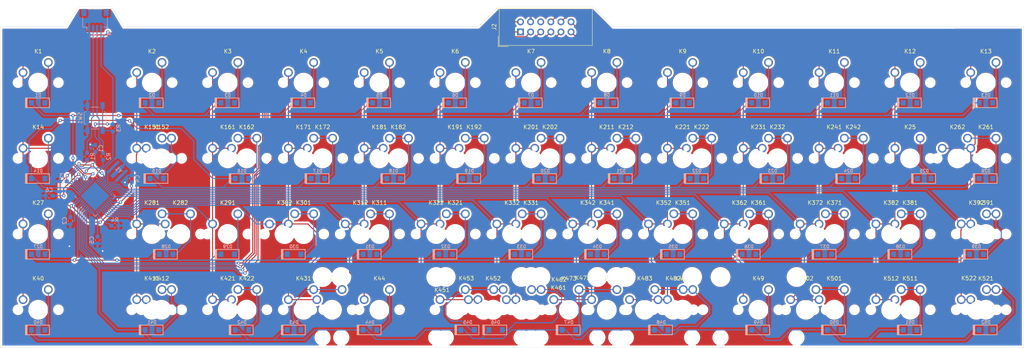
<source format=kicad_pcb>
(kicad_pcb (version 20171130) (host pcbnew "(5.1.0)-1")
  (layers (0 F.Cu signal) (31 B.Cu signal) (34 B.Paste user) (35 F.Paste user) (36 B.SilkS user) (37 F.SilkS user) (38 B.Mask user) (39 F.Mask user) (44 Edge.Cuts user))
  (net 0 "")
  (net 1 GND)
  (net 2 VCC)
  (net 3 "Net-(C6-Pad1)")
  (net 4 /Row1)
  (net 5 "Net-(D1-Pad2)")
  (net 6 "Net-(D2-Pad2)")
  (net 7 "Net-(D3-Pad2)")
  (net 8 "Net-(D4-Pad2)")
  (net 9 "Net-(D5-Pad2)")
  (net 10 "Net-(D6-Pad2)")
  (net 11 "Net-(D7-Pad2)")
  (net 12 "Net-(D8-Pad2)")
  (net 13 "Net-(D9-Pad2)")
  (net 14 "Net-(D10-Pad2)")
  (net 15 "Net-(D11-Pad2)")
  (net 16 "Net-(D12-Pad2)")
  (net 17 "Net-(D13-Pad2)")
  (net 18 /Row2)
  (net 19 "Net-(D14-Pad2)")
  (net 20 "Net-(D15-Pad2)")
  (net 21 "Net-(D16-Pad2)")
  (net 22 "Net-(D17-Pad2)")
  (net 23 "Net-(D18-Pad2)")
  (net 24 "Net-(D19-Pad2)")
  (net 25 "Net-(D20-Pad2)")
  (net 26 "Net-(D21-Pad2)")
  (net 27 "Net-(D22-Pad2)")
  (net 28 "Net-(D23-Pad2)")
  (net 29 "Net-(D24-Pad2)")
  (net 30 "Net-(D25-Pad2)")
  (net 31 "Net-(D26-Pad2)")
  (net 32 /Col0)
  (net 33 "Net-(D27-Pad2)")
  (net 34 "Net-(D28-Pad2)")
  (net 35 "Net-(D29-Pad2)")
  (net 36 "Net-(D30-Pad2)")
  (net 37 "Net-(D31-Pad2)")
  (net 38 "Net-(D32-Pad2)")
  (net 39 "Net-(D33-Pad2)")
  (net 40 "Net-(D34-Pad2)")
  (net 41 "Net-(D35-Pad2)")
  (net 42 "Net-(D36-Pad2)")
  (net 43 "Net-(D37-Pad2)")
  (net 44 "Net-(D38-Pad2)")
  (net 45 "Net-(D39-Pad2)")
  (net 46 /Row4)
  (net 47 "Net-(D40-Pad2)")
  (net 48 "Net-(D41-Pad2)")
  (net 49 "Net-(D42-Pad2)")
  (net 50 "Net-(D43-Pad2)")
  (net 51 "Net-(D44-Pad2)")
  (net 52 "Net-(D45-Pad2)")
  (net 53 "Net-(D46-Pad2)")
  (net 54 "Net-(D47-Pad2)")
  (net 55 "Net-(D48-Pad2)")
  (net 56 "Net-(D49-Pad2)")
  (net 57 "Net-(D50-Pad2)")
  (net 58 "Net-(D51-Pad2)")
  (net 59 "Net-(D52-Pad2)")
  (net 60 "Net-(J1-Pad3)")
  (net 61 "Net-(J1-Pad2)")
  (net 62 /Col1)
  (net 63 /Col2)
  (net 64 /Col3)
  (net 65 /Col4)
  (net 66 /Col5)
  (net 67 /Col6)
  (net 68 /Col7)
  (net 69 /Col8)
  (net 70 /Col9)
  (net 71 /Col10)
  (net 72 /Col11)
  (net 73 /Col12)
  (net 74 "Net-(R1-Pad1)")
  (net 75 "Net-(R2-Pad1)")
  (net 76 "Net-(R3-Pad1)")
  (net 77 "Net-(R4-Pad2)")
  (net 78 "Net-(U1-Pad42)")
  (net 79 "Net-(U1-Pad32)")
  (net 80 "Net-(U1-Pad12)")
  (net 81 /Row3)
  (net 82 "Net-(U1-Pad17)")
  (net 83 "Net-(U1-Pad16)")
  (net 84 "Net-(U1-Pad11)")
  (net 85 "Net-(U1-Pad10)")
  (net 86 /Row0)
  (net 87 /EncA)
  (net 88 /EncB)
  (net 89 "Net-(J2-Pad6)")
  (net 90 /LEDs)
  (module EOD-Footprints:Abracon_Resonator_16MHz_22pf (layer B.Cu) (at 42.325 52.4 315)
    (fp_text reference Y1 (at 0 -0.499999 315) (layer B.SilkS) (effects (justify mirror)))
    (fp_text value Resonator)
    (pad 3 smd rect (at 1.5 0 315) (size 0.7 4.1) (layers B.Cu B.Paste B.Mask) (net 82 "Net-(U1-Pad17)"))
    (pad 2 smd rect (at 0 0 315) (size 1 4.1) (layers B.Cu B.Paste B.Mask) (net 1 GND))
    (pad 1 smd rect (at -1.5 0 315) (size 0.7 4.1) (layers B.Cu B.Paste B.Mask) (net 83 "Net-(U1-Pad16)"))
  )
  (module Connector_IDC:IDC-Header_2x06_P2.54mm_Vertical (layer F.Cu) (at 143.65 17.325 90)
    (fp_text reference J2 (at 1.27 -6.604 90) (layer F.SilkS))
    (fp_text value Conn_01x12_Male)
    (pad 12 thru_hole oval (at 2.54 12.7 90) (size 1.7272 1.7272) (drill 1.016) (layers *.Cu *.Mask) (net 71 /Col10))
    (pad 11 thru_hole oval (at 0 12.7 90) (size 1.7272 1.7272) (drill 1.016) (layers *.Cu *.Mask) (net 70 /Col9))
    (pad 10 thru_hole oval (at 2.54 10.16 90) (size 1.7272 1.7272) (drill 1.016) (layers *.Cu *.Mask) (net 72 /Col11))
    (pad 9 thru_hole oval (at 0 10.16 90) (size 1.7272 1.7272) (drill 1.016) (layers *.Cu *.Mask) (net 88 /EncB))
    (pad 8 thru_hole oval (at 2.54 7.62 90) (size 1.7272 1.7272) (drill 1.016) (layers *.Cu *.Mask) (net 73 /Col12))
    (pad 7 thru_hole oval (at 0 7.62 90) (size 1.7272 1.7272) (drill 1.016) (layers *.Cu *.Mask) (net 87 /EncA))
    (pad 6 thru_hole oval (at 2.54 5.08 90) (size 1.7272 1.7272) (drill 1.016) (layers *.Cu *.Mask) (net 89 "Net-(J2-Pad6)"))
    (pad 5 thru_hole oval (at 0 5.08 90) (size 1.7272 1.7272) (drill 1.016) (layers *.Cu *.Mask) (net 90 /LEDs))
    (pad 4 thru_hole oval (at 2.54 2.54 90) (size 1.7272 1.7272) (drill 1.016) (layers *.Cu *.Mask) (net 1 GND))
    (pad 3 thru_hole oval (at 0 2.54 90) (size 1.7272 1.7272) (drill 1.016) (layers *.Cu *.Mask) (net 86 /Row0))
    (pad 2 thru_hole oval (at 2.54 0 90) (size 1.7272 1.7272) (drill 1.016) (layers *.Cu *.Mask) (net 2 VCC))
    (pad 1 thru_hole rect (at 0 0 90) (size 1.7272 1.7272) (drill 1.016) (layers *.Cu *.Mask) (net 32 /Col0))
  )
  (module Package_DFN_QFN:QFN-44-1EP_7x7mm_P0.5mm_EP5.2x5.2mm (layer B.Cu) (at 36.7475 58.655 315)
    (fp_text reference U1 (at 0 4.82 315) (layer B.SilkS) (effects (justify mirror)))
    (fp_text value ATMEGA32U4)
    (pad 44 smd roundrect (at -2.5 3.3375 315) (size 0.25 1.075) (layers B.Cu B.Paste B.Mask) (net 2 VCC))
    (pad 43 smd roundrect (at -2 3.3375 315) (size 0.25 1.075) (layers B.Cu B.Paste B.Mask) (net 1 GND))
    (pad 42 smd roundrect (at -1.5 3.3375 315) (size 0.25 1.075) (layers B.Cu B.Paste B.Mask) (net 78 "Net-(U1-Pad42)"))
    (pad 41 smd roundrect (at -1 3.3375 315) (size 0.25 1.075) (layers B.Cu B.Paste B.Mask) (net 81 /Row3))
    (pad 40 smd roundrect (at -0.5 3.3375 315) (size 0.25 1.075) (layers B.Cu B.Paste B.Mask) (net 46 /Row4))
    (pad 39 smd roundrect (at 0 3.3375 315) (size 0.25 1.075) (layers B.Cu B.Paste B.Mask) (net 88 /EncB))
    (pad 38 smd roundrect (at 0.5 3.3375 315) (size 0.25 1.075) (layers B.Cu B.Paste B.Mask) (net 87 /EncA))
    (pad 37 smd roundrect (at 1 3.3375 315) (size 0.25 1.075) (layers B.Cu B.Paste B.Mask) (net 90 /LEDs))
    (pad 36 smd roundrect (at 1.5 3.3375 315) (size 0.25 1.075) (layers B.Cu B.Paste B.Mask) (net 86 /Row0))
    (pad 35 smd roundrect (at 2 3.3375 315) (size 0.25 1.075) (layers B.Cu B.Paste B.Mask) (net 1 GND))
    (pad 34 smd roundrect (at 2.5 3.3375 315) (size 0.25 1.075) (layers B.Cu B.Paste B.Mask) (net 2 VCC))
    (pad 33 smd roundrect (at 3.3375 2.5 315) (size 1.075 0.25) (layers B.Cu B.Paste B.Mask) (net 77 "Net-(R4-Pad2)"))
    (pad 32 smd roundrect (at 3.3375 2 315) (size 1.075 0.25) (layers B.Cu B.Paste B.Mask) (net 79 "Net-(U1-Pad32)"))
    (pad 31 smd roundrect (at 3.3375 1.5 315) (size 1.075 0.25) (layers B.Cu B.Paste B.Mask) (net 62 /Col1))
    (pad 30 smd roundrect (at 3.3375 1 315) (size 1.075 0.25) (layers B.Cu B.Paste B.Mask) (net 63 /Col2))
    (pad 29 smd roundrect (at 3.3375 0.5 315) (size 1.075 0.25) (layers B.Cu B.Paste B.Mask) (net 64 /Col3))
    (pad 28 smd roundrect (at 3.3375 0 315) (size 1.075 0.25) (layers B.Cu B.Paste B.Mask) (net 65 /Col4))
    (pad 27 smd roundrect (at 3.3375 -0.5 315) (size 1.075 0.25) (layers B.Cu B.Paste B.Mask) (net 66 /Col5))
    (pad 26 smd roundrect (at 3.3375 -1 315) (size 1.075 0.25) (layers B.Cu B.Paste B.Mask) (net 67 /Col6))
    (pad 25 smd roundrect (at 3.3375 -1.5 315) (size 1.075 0.25) (layers B.Cu B.Paste B.Mask) (net 68 /Col7))
    (pad 24 smd roundrect (at 3.3375 -2 315) (size 1.075 0.25) (layers B.Cu B.Paste B.Mask) (net 2 VCC))
    (pad 23 smd roundrect (at 3.3375 -2.5 315) (size 1.075 0.25) (layers B.Cu B.Paste B.Mask) (net 1 GND))
    (pad 22 smd roundrect (at 2.5 -3.3375 315) (size 0.25 1.075) (layers B.Cu B.Paste B.Mask) (net 69 /Col8))
    (pad 21 smd roundrect (at 2 -3.3375 315) (size 0.25 1.075) (layers B.Cu B.Paste B.Mask) (net 70 /Col9))
    (pad 20 smd roundrect (at 1.5 -3.3375 315) (size 0.25 1.075) (layers B.Cu B.Paste B.Mask) (net 71 /Col10))
    (pad 19 smd roundrect (at 1 -3.3375 315) (size 0.25 1.075) (layers B.Cu B.Paste B.Mask) (net 72 /Col11))
    (pad 18 smd roundrect (at 0.5 -3.3375 315) (size 0.25 1.075) (layers B.Cu B.Paste B.Mask) (net 73 /Col12))
    (pad 17 smd roundrect (at 0 -3.3375 315) (size 0.25 1.075) (layers B.Cu B.Paste B.Mask) (net 82 "Net-(U1-Pad17)"))
    (pad 16 smd roundrect (at -0.5 -3.3375 315) (size 0.25 1.075) (layers B.Cu B.Paste B.Mask) (net 83 "Net-(U1-Pad16)"))
    (pad 15 smd roundrect (at -1 -3.3375 315) (size 0.25 1.075) (layers B.Cu B.Paste B.Mask) (net 1 GND))
    (pad 14 smd roundrect (at -1.5 -3.3375 315) (size 0.25 1.075) (layers B.Cu B.Paste B.Mask) (net 2 VCC))
    (pad 13 smd roundrect (at -2 -3.3375 315) (size 0.25 1.075) (layers B.Cu B.Paste B.Mask) (net 76 "Net-(R3-Pad1)"))
    (pad 12 smd roundrect (at -2.5 -3.3375 315) (size 0.25 1.075) (layers B.Cu B.Paste B.Mask) (net 80 "Net-(U1-Pad12)"))
    (pad 11 smd roundrect (at -3.3375 -2.5 315) (size 1.075 0.25) (layers B.Cu B.Paste B.Mask) (net 84 "Net-(U1-Pad11)"))
    (pad 10 smd roundrect (at -3.3375 -2 315) (size 1.075 0.25) (layers B.Cu B.Paste B.Mask) (net 85 "Net-(U1-Pad10)"))
    (pad 9 smd roundrect (at -3.3375 -1.5 315) (size 1.075 0.25) (layers B.Cu B.Paste B.Mask) (net 4 /Row1))
    (pad 8 smd roundrect (at -3.3375 -1 315) (size 1.075 0.25) (layers B.Cu B.Paste B.Mask) (net 32 /Col0))
    (pad 7 smd roundrect (at -3.3375 -0.5 315) (size 1.075 0.25) (layers B.Cu B.Paste B.Mask) (net 2 VCC))
    (pad 6 smd roundrect (at -3.3375 0 315) (size 1.075 0.25) (layers B.Cu B.Paste B.Mask) (net 3 "Net-(C6-Pad1)"))
    (pad 5 smd roundrect (at -3.3375 0.5 315) (size 1.075 0.25) (layers B.Cu B.Paste B.Mask) (net 1 GND))
    (pad 4 smd roundrect (at -3.3375 1 315) (size 1.075 0.25) (layers B.Cu B.Paste B.Mask) (net 75 "Net-(R2-Pad1)"))
    (pad 3 smd roundrect (at -3.3375 1.5 315) (size 1.075 0.25) (layers B.Cu B.Paste B.Mask) (net 74 "Net-(R1-Pad1)"))
    (pad 2 smd roundrect (at -3.3375 2 315) (size 1.075 0.25) (layers B.Cu B.Paste B.Mask) (net 2 VCC))
    (pad 1 smd roundrect (at -3.3375 2.5 315) (size 1.075 0.25) (layers B.Cu B.Paste B.Mask) (net 18 /Row2))
    (pad 45 smd roundrect (at 0 0 315) (size 5.2 5.2) (layers B.Cu B.Mask) (roundrect_rratio 0.048077))
  )
  (module keebs:SW_Cherry_MX_7u_PCB_No_Silk_Flip_Stab (layer F.Cu) (at 158.35 82.15)
    (fp_text reference K472 (at 0.95 -2.925) (layer F.SilkS))
    (fp_text value KEYSW)
    (pad 2 thru_hole circle (at 0 0) (size 2.2 2.2) (drill 1.5) (layers *.Cu *.Mask) (net 54 "Net-(D47-Pad2)"))
    (pad 1 thru_hole circle (at -6.35 2.54) (size 2.2 2.2) (drill 1.5) (layers *.Cu *.Mask) (net 68 /Col7))
    (pad "" np_thru_hole circle (at -2.54 5.08) (size 4 4) (drill 4) (layers *.Cu *.Mask))
    (pad "" np_thru_hole circle (at -7.62 5.08) (size 1.7 1.7) (drill 1.7) (layers *.Cu *.Mask))
    (pad "" np_thru_hole circle (at 2.54 5.08) (size 1.7 1.7) (drill 1.7) (layers *.Cu *.Mask))
    (pad "" np_thru_hole circle (at 54.6608 -3.16) (size 4 4) (drill 4) (layers *.Cu *.Mask))
    (pad "" np_thru_hole circle (at -59.7408 -3.16) (size 4 4) (drill 4) (layers *.Cu *.Mask))
    (pad "" np_thru_hole circle (at -59.7408 12.08) (size 3.05 3.05) (drill 3.05) (layers *.Cu *.Mask))
    (pad "" np_thru_hole circle (at 54.6608 12.08) (size 3.05 3.05) (drill 3.05) (layers *.Cu *.Mask))
  )
  (module keebs:MX_2.75u_PCB_No_Silk_Flipped_Stab (layer F.Cu) (at 136.91875 82.15)
    (fp_text reference K453 (at -6.89375 -2.825) (layer F.SilkS))
    (fp_text value KEYSW)
    (pad 2 thru_hole circle (at 0 0) (size 2.2 2.2) (drill 1.5) (layers *.Cu *.Mask) (net 52 "Net-(D45-Pad2)"))
    (pad 1 thru_hole circle (at -6.35 2.54) (size 2.2 2.2) (drill 1.5) (layers *.Cu *.Mask) (net 66 /Col5))
    (pad "" np_thru_hole circle (at -2.54 5.08) (size 4 4) (drill 4) (layers *.Cu *.Mask))
    (pad "" np_thru_hole circle (at -7.62 5.08) (size 1.7 1.7) (drill 1.7) (layers *.Cu *.Mask))
    (pad "" np_thru_hole circle (at 2.54 5.08) (size 1.7 1.7) (drill 1.7) (layers *.Cu *.Mask))
    (pad "" np_thru_hole circle (at 9.36 -3.16) (size 4 4) (drill 4) (layers *.Cu *.Mask))
    (pad "" np_thru_hole circle (at -14.44 -3.16) (size 4 4) (drill 4) (layers *.Cu *.Mask))
    (pad "" np_thru_hole circle (at -14.44 12.08) (size 3.05 3.05) (drill 3.05) (layers *.Cu *.Mask))
    (pad "" np_thru_hole circle (at 9.36 12.08) (size 3.05 3.05) (drill 3.05) (layers *.Cu *.Mask))
  )
  (module keebs:MX_2.25u_PCB_No_Silk_Flipped_Stab (layer F.Cu) (at 184.54375 82.15)
    (fp_text reference K482 (at -2.54 -2.794) (layer F.SilkS))
    (fp_text value KEYSW)
    (pad 2 thru_hole circle (at 0 0) (size 2.2 2.2) (drill 1.5) (layers *.Cu *.Mask) (net 55 "Net-(D48-Pad2)"))
    (pad 1 thru_hole circle (at -6.35 2.54) (size 2.2 2.2) (drill 1.5) (layers *.Cu *.Mask) (net 69 /Col8))
    (pad "" np_thru_hole circle (at -2.54 5.08) (size 4 4) (drill 4) (layers *.Cu *.Mask))
    (pad "" np_thru_hole circle (at -7.62 5.08) (size 1.7 1.7) (drill 1.7) (layers *.Cu *.Mask))
    (pad "" np_thru_hole circle (at 2.54 5.08) (size 1.7 1.7) (drill 1.7) (layers *.Cu *.Mask))
    (pad "" np_thru_hole circle (at 9.36 -3.16) (size 4 4) (drill 4) (layers *.Cu *.Mask))
    (pad "" np_thru_hole circle (at -14.44 -3.16) (size 4 4) (drill 4) (layers *.Cu *.Mask))
    (pad "" np_thru_hole circle (at -14.44 12.08) (size 3.05 3.05) (drill 3.05) (layers *.Cu *.Mask))
    (pad "" np_thru_hole circle (at 9.36 12.08) (size 3.05 3.05) (drill 3.05) (layers *.Cu *.Mask))
  )
  (module keebs:MX_6.25u_PCB_Flipped_Stab_No_Silk (layer F.Cu) (at 146.44375 82.15)
    (fp_text reference K462 (at 6.88125 -2.5) (layer F.SilkS))
    (fp_text value KEYSW)
    (pad 2 thru_hole circle (at 0 0) (size 2.2 2.2) (drill 1.5) (layers *.Cu *.Mask) (net 53 "Net-(D46-Pad2)"))
    (pad 1 thru_hole circle (at -6.35 2.54) (size 2.2 2.2) (drill 1.5) (layers *.Cu *.Mask) (net 67 /Col6))
    (pad "" np_thru_hole circle (at -2.54 5.08) (size 4 4) (drill 4) (layers *.Cu *.Mask))
    (pad "" np_thru_hole circle (at -7.62 5.08) (size 1.7 1.7) (drill 1.7) (layers *.Cu *.Mask))
    (pad "" np_thru_hole circle (at 2.54 5.08) (size 1.7 1.7) (drill 1.7) (layers *.Cu *.Mask))
    (pad "" np_thru_hole circle (at 47.46 -3.16) (size 4 4) (drill 4) (layers *.Cu *.Mask))
    (pad "" np_thru_hole circle (at -52.54 -3.16) (size 4 4) (drill 4) (layers *.Cu *.Mask))
    (pad "" np_thru_hole circle (at -52.54 12.08) (size 3.05 3.05) (drill 3.05) (layers *.Cu *.Mask))
    (pad "" np_thru_hole circle (at 47.46 12.08) (size 3.05 3.05) (drill 3.05) (layers *.Cu *.Mask))
  )
  (module keebs:SW_Cherry_MX_1.25u_PCB_No_Silk (layer F.Cu) (at 217.88125 82.15)
    (fp_text reference K502 (at -2.54 -2.794) (layer F.SilkS))
    (fp_text value KEYSW)
    (pad "" np_thru_hole circle (at 2.54 5.08) (size 1.7 1.7) (drill 1.7) (layers *.Cu *.Mask))
    (pad "" np_thru_hole circle (at -7.62 5.08) (size 1.7 1.7) (drill 1.7) (layers *.Cu *.Mask))
    (pad "" np_thru_hole circle (at -2.54 5.08) (size 4 4) (drill 4) (layers *.Cu *.Mask))
    (pad 1 thru_hole circle (at -6.35 2.54) (size 2.2 2.2) (drill 1.5) (layers *.Cu *.Mask) (net 71 /Col10))
    (pad 2 thru_hole circle (at 0 0) (size 2.2 2.2) (drill 1.5) (layers *.Cu *.Mask) (net 57 "Net-(D50-Pad2)"))
  )
  (module keebs:SW_Cherry_MX_1.25u_PCB_No_Silk (layer F.Cu) (at 98.81875 82.15)
    (fp_text reference K432 (at -2.54 -2.794) (layer F.SilkS))
    (fp_text value KEYSW)
    (pad 2 thru_hole circle (at 0 0) (size 2.2 2.2) (drill 1.5) (layers *.Cu *.Mask) (net 50 "Net-(D43-Pad2)"))
    (pad 1 thru_hole circle (at -6.35 2.54) (size 2.2 2.2) (drill 1.5) (layers *.Cu *.Mask) (net 64 /Col3))
    (pad "" np_thru_hole circle (at -2.54 5.08) (size 4 4) (drill 4) (layers *.Cu *.Mask))
    (pad "" np_thru_hole circle (at -7.62 5.08) (size 1.7 1.7) (drill 1.7) (layers *.Cu *.Mask))
    (pad "" np_thru_hole circle (at 2.54 5.08) (size 1.7 1.7) (drill 1.7) (layers *.Cu *.Mask))
  )
  (module keebs:SW_Cherry_MX_1.25u_PCB_No_Silk (layer F.Cu) (at 260.74375 82.15)
    (fp_text reference K522 (at -4.41875 -2.85) (layer F.SilkS))
    (fp_text value KEYSW)
    (pad 2 thru_hole circle (at 0 0) (size 2.2 2.2) (drill 1.5) (layers *.Cu *.Mask) (net 59 "Net-(D52-Pad2)"))
    (pad 1 thru_hole circle (at -6.35 2.54) (size 2.2 2.2) (drill 1.5) (layers *.Cu *.Mask) (net 73 /Col12))
    (pad "" np_thru_hole circle (at -2.54 5.08) (size 4 4) (drill 4) (layers *.Cu *.Mask))
    (pad "" np_thru_hole circle (at -7.62 5.08) (size 1.7 1.7) (drill 1.7) (layers *.Cu *.Mask))
    (pad "" np_thru_hole circle (at 2.54 5.08) (size 1.7 1.7) (drill 1.7) (layers *.Cu *.Mask))
  )
  (module keebs:SW_Cherry_MX_1.25u_PCB_No_Silk (layer F.Cu) (at 55.95625 82.15)
    (fp_text reference K412 (at -2.54 -2.794) (layer F.SilkS))
    (fp_text value KEYSW)
    (pad 2 thru_hole circle (at 0 0) (size 2.2 2.2) (drill 1.5) (layers *.Cu *.Mask) (net 48 "Net-(D41-Pad2)"))
    (pad 1 thru_hole circle (at -6.35 2.54) (size 2.2 2.2) (drill 1.5) (layers *.Cu *.Mask) (net 62 /Col1))
    (pad "" np_thru_hole circle (at -2.54 5.08) (size 4 4) (drill 4) (layers *.Cu *.Mask))
    (pad "" np_thru_hole circle (at -7.62 5.08) (size 1.7 1.7) (drill 1.7) (layers *.Cu *.Mask))
    (pad "" np_thru_hole circle (at 2.54 5.08) (size 1.7 1.7) (drill 1.7) (layers *.Cu *.Mask))
  )
  (module keebs:SW_Cherry_MX_1.50u_PCB_No_Silk (layer F.Cu) (at 77.3875 82.15)
    (fp_text reference K422 (at -2.54 -2.794) (layer F.SilkS))
    (fp_text value KEYSW)
    (pad 2 thru_hole circle (at 0 0) (size 2.2 2.2) (drill 1.5) (layers *.Cu *.Mask) (net 49 "Net-(D42-Pad2)"))
    (pad 1 thru_hole circle (at -6.35 2.54) (size 2.2 2.2) (drill 1.5) (layers *.Cu *.Mask) (net 63 /Col2))
    (pad "" np_thru_hole circle (at -2.54 5.08) (size 4 4) (drill 4) (layers *.Cu *.Mask))
    (pad "" np_thru_hole circle (at -7.62 5.08) (size 1.7 1.7) (drill 1.7) (layers *.Cu *.Mask))
    (pad "" np_thru_hole circle (at 2.54 5.08) (size 1.7 1.7) (drill 1.7) (layers *.Cu *.Mask))
  )
  (module keebs:SW_Cherry_MX_1.50u_PCB_No_Silk (layer F.Cu) (at 239.3125 82.15)
    (fp_text reference K512 (at -2.54 -2.794) (layer F.SilkS))
    (fp_text value KEYSW)
    (pad 2 thru_hole circle (at 0 0) (size 2.2 2.2) (drill 1.5) (layers *.Cu *.Mask) (net 58 "Net-(D51-Pad2)"))
    (pad 1 thru_hole circle (at -6.35 2.54) (size 2.2 2.2) (drill 1.5) (layers *.Cu *.Mask) (net 72 /Col11))
    (pad "" np_thru_hole circle (at -2.54 5.08) (size 4 4) (drill 4) (layers *.Cu *.Mask))
    (pad "" np_thru_hole circle (at -7.62 5.08) (size 1.7 1.7) (drill 1.7) (layers *.Cu *.Mask))
    (pad "" np_thru_hole circle (at 2.54 5.08) (size 1.7 1.7) (drill 1.7) (layers *.Cu *.Mask))
  )
  (module keebs:SW_Cherry_MX_2.00u_PCB_Flip_Stab (layer F.Cu) (at 177.4 82.15)
    (fp_text reference K483 (at -2.54 -2.794) (layer F.SilkS))
    (fp_text value KEYSW)
    (pad "" np_thru_hole circle (at 9.36 12.065) (size 3.05 3.05) (drill 3.05) (layers *.Cu *.Mask))
    (pad "" np_thru_hole circle (at -14.44 12.065) (size 3.05 3.05) (drill 3.05) (layers *.Cu *.Mask))
    (pad "" np_thru_hole circle (at -14.44 -3.175) (size 4 4) (drill 4) (layers *.Cu *.Mask))
    (pad "" np_thru_hole circle (at 9.36 -3.175) (size 4 4) (drill 4) (layers *.Cu *.Mask))
    (pad "" np_thru_hole circle (at 2.54 5.08) (size 1.7 1.7) (drill 1.7) (layers *.Cu *.Mask))
    (pad "" np_thru_hole circle (at -7.62 5.08) (size 1.7 1.7) (drill 1.7) (layers *.Cu *.Mask))
    (pad "" np_thru_hole circle (at -2.54 5.08) (size 4 4) (drill 4) (layers *.Cu *.Mask))
    (pad 1 thru_hole circle (at -6.35 2.54) (size 2.2 2.2) (drill 1.5) (layers *.Cu *.Mask) (net 69 /Col8))
    (pad 2 thru_hole circle (at 0 0) (size 2.2 2.2) (drill 1.5) (layers *.Cu *.Mask) (net 55 "Net-(D48-Pad2)"))
  )
  (module keebs:SW_Cherry_MX_2.00u_PCB_Flip_Stab (layer F.Cu) (at 158.35 82.15)
    (fp_text reference K473 (at -2.54 -2.794) (layer F.SilkS))
    (fp_text value KEYSW)
    (pad 2 thru_hole circle (at 0 0) (size 2.2 2.2) (drill 1.5) (layers *.Cu *.Mask) (net 54 "Net-(D47-Pad2)"))
    (pad 1 thru_hole circle (at -6.35 2.54) (size 2.2 2.2) (drill 1.5) (layers *.Cu *.Mask) (net 68 /Col7))
    (pad "" np_thru_hole circle (at -2.54 5.08) (size 4 4) (drill 4) (layers *.Cu *.Mask))
    (pad "" np_thru_hole circle (at -7.62 5.08) (size 1.7 1.7) (drill 1.7) (layers *.Cu *.Mask))
    (pad "" np_thru_hole circle (at 2.54 5.08) (size 1.7 1.7) (drill 1.7) (layers *.Cu *.Mask))
    (pad "" np_thru_hole circle (at 9.36 -3.175) (size 4 4) (drill 4) (layers *.Cu *.Mask))
    (pad "" np_thru_hole circle (at -14.44 -3.175) (size 4 4) (drill 4) (layers *.Cu *.Mask))
    (pad "" np_thru_hole circle (at -14.44 12.065) (size 3.05 3.05) (drill 3.05) (layers *.Cu *.Mask))
    (pad "" np_thru_hole circle (at 9.36 12.065) (size 3.05 3.05) (drill 3.05) (layers *.Cu *.Mask))
  )
  (module keebs:SW_Cherry_MX_2.00u_PCB_Flip_Stab (layer F.Cu) (at 139.3 82.15)
    (fp_text reference K452 (at -2.54 -2.794) (layer F.SilkS))
    (fp_text value KEYSW)
    (pad 2 thru_hole circle (at 0 0) (size 2.2 2.2) (drill 1.5) (layers *.Cu *.Mask) (net 52 "Net-(D45-Pad2)"))
    (pad 1 thru_hole circle (at -6.35 2.54) (size 2.2 2.2) (drill 1.5) (layers *.Cu *.Mask) (net 66 /Col5))
    (pad "" np_thru_hole circle (at -2.54 5.08) (size 4 4) (drill 4) (layers *.Cu *.Mask))
    (pad "" np_thru_hole circle (at -7.62 5.08) (size 1.7 1.7) (drill 1.7) (layers *.Cu *.Mask))
    (pad "" np_thru_hole circle (at 2.54 5.08) (size 1.7 1.7) (drill 1.7) (layers *.Cu *.Mask))
    (pad "" np_thru_hole circle (at 9.36 -3.175) (size 4 4) (drill 4) (layers *.Cu *.Mask))
    (pad "" np_thru_hole circle (at -14.44 -3.175) (size 4 4) (drill 4) (layers *.Cu *.Mask))
    (pad "" np_thru_hole circle (at -14.44 12.065) (size 3.05 3.05) (drill 3.05) (layers *.Cu *.Mask))
    (pad "" np_thru_hole circle (at 9.36 12.065) (size 3.05 3.05) (drill 3.05) (layers *.Cu *.Mask))
  )
  (module keebs:SW_Cherry_MX_1.00u_PCB_No_Silk (layer F.Cu) (at 86.9125 63.1)
    (fp_text reference K302 (at -2.54 -2.794) (layer F.SilkS))
    (fp_text value KEYSW)
    (pad "" np_thru_hole circle (at 2.54 5.08) (size 1.7 1.7) (drill 1.7) (layers *.Cu *.Mask))
    (pad "" np_thru_hole circle (at -7.62 5.08) (size 1.7 1.7) (drill 1.7) (layers *.Cu *.Mask))
    (pad "" np_thru_hole circle (at -2.54 5.08) (size 4 4) (drill 4) (layers *.Cu *.Mask))
    (pad 1 thru_hole circle (at -6.35 2.54) (size 2.2 2.2) (drill 1.5) (layers *.Cu *.Mask) (net 64 /Col3))
    (pad 2 thru_hole circle (at 0 0) (size 2.2 2.2) (drill 1.5) (layers *.Cu *.Mask) (net 36 "Net-(D30-Pad2)"))
  )
  (module keebs:SW_Cherry_MX_1.75u_PCB_No_Silk (layer F.Cu) (at 60.71875 63.1)
    (fp_text reference K282 (at -2.54 -2.794) (layer F.SilkS))
    (fp_text value KEYSW)
    (pad 2 thru_hole circle (at 0 0) (size 2.2 2.2) (drill 1.5) (layers *.Cu *.Mask) (net 34 "Net-(D28-Pad2)"))
    (pad 1 thru_hole circle (at -6.35 2.54) (size 2.2 2.2) (drill 1.5) (layers *.Cu *.Mask) (net 62 /Col1))
    (pad "" np_thru_hole circle (at -2.54 5.08) (size 4 4) (drill 4) (layers *.Cu *.Mask))
    (pad "" np_thru_hole circle (at -7.62 5.08) (size 1.7 1.7) (drill 1.7) (layers *.Cu *.Mask))
    (pad "" np_thru_hole circle (at 2.54 5.08) (size 1.7 1.7) (drill 1.7) (layers *.Cu *.Mask))
  )
  (module keebs:SW_Cherry_MX_1.25u_PCB_No_Silk (layer F.Cu) (at 260.74375 63.1)
    (fp_text reference K392 (at -2.54 -2.794) (layer F.SilkS))
    (fp_text value KEYSW)
    (pad 2 thru_hole circle (at 0 0) (size 2.2 2.2) (drill 1.5) (layers *.Cu *.Mask) (net 45 "Net-(D39-Pad2)"))
    (pad 1 thru_hole circle (at -6.35 2.54) (size 2.2 2.2) (drill 1.5) (layers *.Cu *.Mask) (net 73 /Col12))
    (pad "" np_thru_hole circle (at -2.54 5.08) (size 4 4) (drill 4) (layers *.Cu *.Mask))
    (pad "" np_thru_hole circle (at -7.62 5.08) (size 1.7 1.7) (drill 1.7) (layers *.Cu *.Mask))
    (pad "" np_thru_hole circle (at 2.54 5.08) (size 1.7 1.7) (drill 1.7) (layers *.Cu *.Mask))
  )
  (module keebs:SW_Cherry_MX_1.00u_PCB_No_Silk (layer F.Cu) (at 239.3125 63.1)
    (fp_text reference K382 (at -2.54 -2.794) (layer F.SilkS))
    (fp_text value KEYSW)
    (pad "" np_thru_hole circle (at 2.54 5.08) (size 1.7 1.7) (drill 1.7) (layers *.Cu *.Mask))
    (pad "" np_thru_hole circle (at -7.62 5.08) (size 1.7 1.7) (drill 1.7) (layers *.Cu *.Mask))
    (pad "" np_thru_hole circle (at -2.54 5.08) (size 4 4) (drill 4) (layers *.Cu *.Mask))
    (pad 1 thru_hole circle (at -6.35 2.54) (size 2.2 2.2) (drill 1.5) (layers *.Cu *.Mask) (net 72 /Col11))
    (pad 2 thru_hole circle (at 0 0) (size 2.2 2.2) (drill 1.5) (layers *.Cu *.Mask) (net 44 "Net-(D38-Pad2)"))
  )
  (module keebs:SW_Cherry_MX_1.00u_PCB_No_Silk (layer F.Cu) (at 220.2625 63.1)
    (fp_text reference K372 (at -2.54 -2.794) (layer F.SilkS))
    (fp_text value KEYSW)
    (pad "" np_thru_hole circle (at 2.54 5.08) (size 1.7 1.7) (drill 1.7) (layers *.Cu *.Mask))
    (pad "" np_thru_hole circle (at -7.62 5.08) (size 1.7 1.7) (drill 1.7) (layers *.Cu *.Mask))
    (pad "" np_thru_hole circle (at -2.54 5.08) (size 4 4) (drill 4) (layers *.Cu *.Mask))
    (pad 1 thru_hole circle (at -6.35 2.54) (size 2.2 2.2) (drill 1.5) (layers *.Cu *.Mask) (net 71 /Col10))
    (pad 2 thru_hole circle (at 0 0) (size 2.2 2.2) (drill 1.5) (layers *.Cu *.Mask) (net 43 "Net-(D37-Pad2)"))
  )
  (module keebs:SW_Cherry_MX_1.00u_PCB_No_Silk (layer F.Cu) (at 201.2125 63.1)
    (fp_text reference K362 (at -2.54 -2.794) (layer F.SilkS))
    (fp_text value KEYSW)
    (pad "" np_thru_hole circle (at 2.54 5.08) (size 1.7 1.7) (drill 1.7) (layers *.Cu *.Mask))
    (pad "" np_thru_hole circle (at -7.62 5.08) (size 1.7 1.7) (drill 1.7) (layers *.Cu *.Mask))
    (pad "" np_thru_hole circle (at -2.54 5.08) (size 4 4) (drill 4) (layers *.Cu *.Mask))
    (pad 1 thru_hole circle (at -6.35 2.54) (size 2.2 2.2) (drill 1.5) (layers *.Cu *.Mask) (net 70 /Col9))
    (pad 2 thru_hole circle (at 0 0) (size 2.2 2.2) (drill 1.5) (layers *.Cu *.Mask) (net 42 "Net-(D36-Pad2)"))
  )
  (module keebs:SW_Cherry_MX_1.00u_PCB_No_Silk (layer F.Cu) (at 182.1625 63.1)
    (fp_text reference K352 (at -2.54 -2.794) (layer F.SilkS))
    (fp_text value KEYSW)
    (pad "" np_thru_hole circle (at 2.54 5.08) (size 1.7 1.7) (drill 1.7) (layers *.Cu *.Mask))
    (pad "" np_thru_hole circle (at -7.62 5.08) (size 1.7 1.7) (drill 1.7) (layers *.Cu *.Mask))
    (pad "" np_thru_hole circle (at -2.54 5.08) (size 4 4) (drill 4) (layers *.Cu *.Mask))
    (pad 1 thru_hole circle (at -6.35 2.54) (size 2.2 2.2) (drill 1.5) (layers *.Cu *.Mask) (net 69 /Col8))
    (pad 2 thru_hole circle (at 0 0) (size 2.2 2.2) (drill 1.5) (layers *.Cu *.Mask) (net 41 "Net-(D35-Pad2)"))
  )
  (module keebs:SW_Cherry_MX_1.00u_PCB_No_Silk (layer F.Cu) (at 163.1125 63.1)
    (fp_text reference K342 (at -2.54 -2.794) (layer F.SilkS))
    (fp_text value KEYSW)
    (pad "" np_thru_hole circle (at 2.54 5.08) (size 1.7 1.7) (drill 1.7) (layers *.Cu *.Mask))
    (pad "" np_thru_hole circle (at -7.62 5.08) (size 1.7 1.7) (drill 1.7) (layers *.Cu *.Mask))
    (pad "" np_thru_hole circle (at -2.54 5.08) (size 4 4) (drill 4) (layers *.Cu *.Mask))
    (pad 1 thru_hole circle (at -6.35 2.54) (size 2.2 2.2) (drill 1.5) (layers *.Cu *.Mask) (net 68 /Col7))
    (pad 2 thru_hole circle (at 0 0) (size 2.2 2.2) (drill 1.5) (layers *.Cu *.Mask) (net 40 "Net-(D34-Pad2)"))
  )
  (module keebs:SW_Cherry_MX_1.00u_PCB_No_Silk (layer F.Cu) (at 144.0625 63.1)
    (fp_text reference K332 (at -2.54 -2.794) (layer F.SilkS))
    (fp_text value KEYSW)
    (pad "" np_thru_hole circle (at 2.54 5.08) (size 1.7 1.7) (drill 1.7) (layers *.Cu *.Mask))
    (pad "" np_thru_hole circle (at -7.62 5.08) (size 1.7 1.7) (drill 1.7) (layers *.Cu *.Mask))
    (pad "" np_thru_hole circle (at -2.54 5.08) (size 4 4) (drill 4) (layers *.Cu *.Mask))
    (pad 1 thru_hole circle (at -6.35 2.54) (size 2.2 2.2) (drill 1.5) (layers *.Cu *.Mask) (net 67 /Col6))
    (pad 2 thru_hole circle (at 0 0) (size 2.2 2.2) (drill 1.5) (layers *.Cu *.Mask) (net 39 "Net-(D33-Pad2)"))
  )
  (module keebs:SW_Cherry_MX_1.00u_PCB_No_Silk (layer F.Cu) (at 125.0125 63.1)
    (fp_text reference K322 (at -2.54 -2.794) (layer F.SilkS))
    (fp_text value KEYSW)
    (pad "" np_thru_hole circle (at 2.54 5.08) (size 1.7 1.7) (drill 1.7) (layers *.Cu *.Mask))
    (pad "" np_thru_hole circle (at -7.62 5.08) (size 1.7 1.7) (drill 1.7) (layers *.Cu *.Mask))
    (pad "" np_thru_hole circle (at -2.54 5.08) (size 4 4) (drill 4) (layers *.Cu *.Mask))
    (pad 1 thru_hole circle (at -6.35 2.54) (size 2.2 2.2) (drill 1.5) (layers *.Cu *.Mask) (net 66 /Col5))
    (pad 2 thru_hole circle (at 0 0) (size 2.2 2.2) (drill 1.5) (layers *.Cu *.Mask) (net 38 "Net-(D32-Pad2)"))
  )
  (module keebs:SW_Cherry_MX_1.00u_PCB_No_Silk (layer F.Cu) (at 105.9625 63.1)
    (fp_text reference K312 (at -2.54 -2.794) (layer F.SilkS))
    (fp_text value KEYSW)
    (pad "" np_thru_hole circle (at 2.54 5.08) (size 1.7 1.7) (drill 1.7) (layers *.Cu *.Mask))
    (pad "" np_thru_hole circle (at -7.62 5.08) (size 1.7 1.7) (drill 1.7) (layers *.Cu *.Mask))
    (pad "" np_thru_hole circle (at -2.54 5.08) (size 4 4) (drill 4) (layers *.Cu *.Mask))
    (pad 1 thru_hole circle (at -6.35 2.54) (size 2.2 2.2) (drill 1.5) (layers *.Cu *.Mask) (net 65 /Col4))
    (pad 2 thru_hole circle (at 0 0) (size 2.2 2.2) (drill 1.5) (layers *.Cu *.Mask) (net 37 "Net-(D31-Pad2)"))
  )
  (module keebs:SW_Cherry_MX_1.75u_PCB_No_Silk (layer F.Cu) (at 255.98125 44.05)
    (fp_text reference K262 (at -2.54 -2.794) (layer F.SilkS))
    (fp_text value KEYSW)
    (pad 2 thru_hole circle (at 0 0) (size 2.2 2.2) (drill 1.5) (layers *.Cu *.Mask) (net 31 "Net-(D26-Pad2)"))
    (pad 1 thru_hole circle (at -6.35 2.54) (size 2.2 2.2) (drill 1.5) (layers *.Cu *.Mask) (net 73 /Col12))
    (pad "" np_thru_hole circle (at -2.54 5.08) (size 4 4) (drill 4) (layers *.Cu *.Mask))
    (pad "" np_thru_hole circle (at -7.62 5.08) (size 1.7 1.7) (drill 1.7) (layers *.Cu *.Mask))
    (pad "" np_thru_hole circle (at 2.54 5.08) (size 1.7 1.7) (drill 1.7) (layers *.Cu *.Mask))
  )
  (module keebs:SW_Cherry_MX_1.00u_PCB_No_Silk (layer F.Cu) (at 263.125 44.05)
    (fp_text reference K261 (at -2.54 -2.794) (layer F.SilkS))
    (fp_text value KEYSW)
    (pad "" np_thru_hole circle (at 2.54 5.08) (size 1.7 1.7) (drill 1.7) (layers *.Cu *.Mask))
    (pad "" np_thru_hole circle (at -7.62 5.08) (size 1.7 1.7) (drill 1.7) (layers *.Cu *.Mask))
    (pad "" np_thru_hole circle (at -2.54 5.08) (size 4 4) (drill 4) (layers *.Cu *.Mask))
    (pad 1 thru_hole circle (at -6.35 2.54) (size 2.2 2.2) (drill 1.5) (layers *.Cu *.Mask) (net 73 /Col12))
    (pad 2 thru_hole circle (at 0 0) (size 2.2 2.2) (drill 1.5) (layers *.Cu *.Mask) (net 31 "Net-(D26-Pad2)"))
  )
  (module keebs:SW_Cherry_MX_1.00u_PCB_No_Silk (layer F.Cu) (at 229.7875 44.05)
    (fp_text reference K242 (at -2.54 -2.794) (layer F.SilkS))
    (fp_text value KEYSW)
    (pad "" np_thru_hole circle (at 2.54 5.08) (size 1.7 1.7) (drill 1.7) (layers *.Cu *.Mask))
    (pad "" np_thru_hole circle (at -7.62 5.08) (size 1.7 1.7) (drill 1.7) (layers *.Cu *.Mask))
    (pad "" np_thru_hole circle (at -2.54 5.08) (size 4 4) (drill 4) (layers *.Cu *.Mask))
    (pad 1 thru_hole circle (at -6.35 2.54) (size 2.2 2.2) (drill 1.5) (layers *.Cu *.Mask) (net 71 /Col10))
    (pad 2 thru_hole circle (at 0 0) (size 2.2 2.2) (drill 1.5) (layers *.Cu *.Mask) (net 29 "Net-(D24-Pad2)"))
  )
  (module keebs:SW_Cherry_MX_1.00u_PCB_No_Silk (layer F.Cu) (at 225.025 44.05)
    (fp_text reference K241 (at -2.54 -2.794) (layer F.SilkS))
    (fp_text value KEYSW)
    (pad "" np_thru_hole circle (at 2.54 5.08) (size 1.7 1.7) (drill 1.7) (layers *.Cu *.Mask))
    (pad "" np_thru_hole circle (at -7.62 5.08) (size 1.7 1.7) (drill 1.7) (layers *.Cu *.Mask))
    (pad "" np_thru_hole circle (at -2.54 5.08) (size 4 4) (drill 4) (layers *.Cu *.Mask))
    (pad 1 thru_hole circle (at -6.35 2.54) (size 2.2 2.2) (drill 1.5) (layers *.Cu *.Mask) (net 71 /Col10))
    (pad 2 thru_hole circle (at 0 0) (size 2.2 2.2) (drill 1.5) (layers *.Cu *.Mask) (net 29 "Net-(D24-Pad2)"))
  )
  (module keebs:SW_Cherry_MX_1.00u_PCB_No_Silk (layer F.Cu) (at 210.7375 44.05)
    (fp_text reference K232 (at -2.54 -2.794) (layer F.SilkS))
    (fp_text value KEYSW)
    (pad "" np_thru_hole circle (at 2.54 5.08) (size 1.7 1.7) (drill 1.7) (layers *.Cu *.Mask))
    (pad "" np_thru_hole circle (at -7.62 5.08) (size 1.7 1.7) (drill 1.7) (layers *.Cu *.Mask))
    (pad "" np_thru_hole circle (at -2.54 5.08) (size 4 4) (drill 4) (layers *.Cu *.Mask))
    (pad 1 thru_hole circle (at -6.35 2.54) (size 2.2 2.2) (drill 1.5) (layers *.Cu *.Mask) (net 70 /Col9))
    (pad 2 thru_hole circle (at 0 0) (size 2.2 2.2) (drill 1.5) (layers *.Cu *.Mask) (net 28 "Net-(D23-Pad2)"))
  )
  (module keebs:SW_Cherry_MX_1.00u_PCB_No_Silk (layer F.Cu) (at 205.975 44.05)
    (fp_text reference K231 (at -2.54 -2.794) (layer F.SilkS))
    (fp_text value KEYSW)
    (pad "" np_thru_hole circle (at 2.54 5.08) (size 1.7 1.7) (drill 1.7) (layers *.Cu *.Mask))
    (pad "" np_thru_hole circle (at -7.62 5.08) (size 1.7 1.7) (drill 1.7) (layers *.Cu *.Mask))
    (pad "" np_thru_hole circle (at -2.54 5.08) (size 4 4) (drill 4) (layers *.Cu *.Mask))
    (pad 1 thru_hole circle (at -6.35 2.54) (size 2.2 2.2) (drill 1.5) (layers *.Cu *.Mask) (net 70 /Col9))
    (pad 2 thru_hole circle (at 0 0) (size 2.2 2.2) (drill 1.5) (layers *.Cu *.Mask) (net 28 "Net-(D23-Pad2)"))
  )
  (module keebs:SW_Cherry_MX_1.00u_PCB_No_Silk (layer F.Cu) (at 191.6875 44.05)
    (fp_text reference K222 (at -2.54 -2.794) (layer F.SilkS))
    (fp_text value KEYSW)
    (pad "" np_thru_hole circle (at 2.54 5.08) (size 1.7 1.7) (drill 1.7) (layers *.Cu *.Mask))
    (pad "" np_thru_hole circle (at -7.62 5.08) (size 1.7 1.7) (drill 1.7) (layers *.Cu *.Mask))
    (pad "" np_thru_hole circle (at -2.54 5.08) (size 4 4) (drill 4) (layers *.Cu *.Mask))
    (pad 1 thru_hole circle (at -6.35 2.54) (size 2.2 2.2) (drill 1.5) (layers *.Cu *.Mask) (net 69 /Col8))
    (pad 2 thru_hole circle (at 0 0) (size 2.2 2.2) (drill 1.5) (layers *.Cu *.Mask) (net 27 "Net-(D22-Pad2)"))
  )
  (module keebs:SW_Cherry_MX_1.00u_PCB_No_Silk (layer F.Cu) (at 186.925 44.05)
    (fp_text reference K221 (at -2.54 -2.794) (layer F.SilkS))
    (fp_text value KEYSW)
    (pad "" np_thru_hole circle (at 2.54 5.08) (size 1.7 1.7) (drill 1.7) (layers *.Cu *.Mask))
    (pad "" np_thru_hole circle (at -7.62 5.08) (size 1.7 1.7) (drill 1.7) (layers *.Cu *.Mask))
    (pad "" np_thru_hole circle (at -2.54 5.08) (size 4 4) (drill 4) (layers *.Cu *.Mask))
    (pad 1 thru_hole circle (at -6.35 2.54) (size 2.2 2.2) (drill 1.5) (layers *.Cu *.Mask) (net 69 /Col8))
    (pad 2 thru_hole circle (at 0 0) (size 2.2 2.2) (drill 1.5) (layers *.Cu *.Mask) (net 27 "Net-(D22-Pad2)"))
  )
  (module keebs:SW_Cherry_MX_1.00u_PCB_No_Silk (layer F.Cu) (at 172.6375 44.05)
    (fp_text reference K212 (at -2.54 -2.794) (layer F.SilkS))
    (fp_text value KEYSW)
    (pad "" np_thru_hole circle (at 2.54 5.08) (size 1.7 1.7) (drill 1.7) (layers *.Cu *.Mask))
    (pad "" np_thru_hole circle (at -7.62 5.08) (size 1.7 1.7) (drill 1.7) (layers *.Cu *.Mask))
    (pad "" np_thru_hole circle (at -2.54 5.08) (size 4 4) (drill 4) (layers *.Cu *.Mask))
    (pad 1 thru_hole circle (at -6.35 2.54) (size 2.2 2.2) (drill 1.5) (layers *.Cu *.Mask) (net 68 /Col7))
    (pad 2 thru_hole circle (at 0 0) (size 2.2 2.2) (drill 1.5) (layers *.Cu *.Mask) (net 26 "Net-(D21-Pad2)"))
  )
  (module keebs:SW_Cherry_MX_1.00u_PCB_No_Silk (layer F.Cu) (at 167.875 44.05)
    (fp_text reference K211 (at -2.54 -2.794) (layer F.SilkS))
    (fp_text value KEYSW)
    (pad "" np_thru_hole circle (at 2.54 5.08) (size 1.7 1.7) (drill 1.7) (layers *.Cu *.Mask))
    (pad "" np_thru_hole circle (at -7.62 5.08) (size 1.7 1.7) (drill 1.7) (layers *.Cu *.Mask))
    (pad "" np_thru_hole circle (at -2.54 5.08) (size 4 4) (drill 4) (layers *.Cu *.Mask))
    (pad 1 thru_hole circle (at -6.35 2.54) (size 2.2 2.2) (drill 1.5) (layers *.Cu *.Mask) (net 68 /Col7))
    (pad 2 thru_hole circle (at 0 0) (size 2.2 2.2) (drill 1.5) (layers *.Cu *.Mask) (net 26 "Net-(D21-Pad2)"))
  )
  (module keebs:SW_Cherry_MX_1.00u_PCB_No_Silk (layer F.Cu) (at 153.5875 44.05)
    (fp_text reference K202 (at -2.54 -2.794) (layer F.SilkS))
    (fp_text value KEYSW)
    (pad "" np_thru_hole circle (at 2.54 5.08) (size 1.7 1.7) (drill 1.7) (layers *.Cu *.Mask))
    (pad "" np_thru_hole circle (at -7.62 5.08) (size 1.7 1.7) (drill 1.7) (layers *.Cu *.Mask))
    (pad "" np_thru_hole circle (at -2.54 5.08) (size 4 4) (drill 4) (layers *.Cu *.Mask))
    (pad 1 thru_hole circle (at -6.35 2.54) (size 2.2 2.2) (drill 1.5) (layers *.Cu *.Mask) (net 67 /Col6))
    (pad 2 thru_hole circle (at 0 0) (size 2.2 2.2) (drill 1.5) (layers *.Cu *.Mask) (net 25 "Net-(D20-Pad2)"))
  )
  (module keebs:SW_Cherry_MX_1.00u_PCB_No_Silk (layer F.Cu) (at 148.825 44.05)
    (fp_text reference K201 (at -2.54 -2.794) (layer F.SilkS))
    (fp_text value KEYSW)
    (pad "" np_thru_hole circle (at 2.54 5.08) (size 1.7 1.7) (drill 1.7) (layers *.Cu *.Mask))
    (pad "" np_thru_hole circle (at -7.62 5.08) (size 1.7 1.7) (drill 1.7) (layers *.Cu *.Mask))
    (pad "" np_thru_hole circle (at -2.54 5.08) (size 4 4) (drill 4) (layers *.Cu *.Mask))
    (pad 1 thru_hole circle (at -6.35 2.54) (size 2.2 2.2) (drill 1.5) (layers *.Cu *.Mask) (net 67 /Col6))
    (pad 2 thru_hole circle (at 0 0) (size 2.2 2.2) (drill 1.5) (layers *.Cu *.Mask) (net 25 "Net-(D20-Pad2)"))
  )
  (module keebs:SW_Cherry_MX_1.00u_PCB_No_Silk (layer F.Cu) (at 134.5375 44.05)
    (fp_text reference K192 (at -2.54 -2.794) (layer F.SilkS))
    (fp_text value KEYSW)
    (pad "" np_thru_hole circle (at 2.54 5.08) (size 1.7 1.7) (drill 1.7) (layers *.Cu *.Mask))
    (pad "" np_thru_hole circle (at -7.62 5.08) (size 1.7 1.7) (drill 1.7) (layers *.Cu *.Mask))
    (pad "" np_thru_hole circle (at -2.54 5.08) (size 4 4) (drill 4) (layers *.Cu *.Mask))
    (pad 1 thru_hole circle (at -6.35 2.54) (size 2.2 2.2) (drill 1.5) (layers *.Cu *.Mask) (net 66 /Col5))
    (pad 2 thru_hole circle (at 0 0) (size 2.2 2.2) (drill 1.5) (layers *.Cu *.Mask) (net 24 "Net-(D19-Pad2)"))
  )
  (module keebs:SW_Cherry_MX_1.00u_PCB_No_Silk (layer F.Cu) (at 129.775 44.05)
    (fp_text reference K191 (at -2.54 -2.794) (layer F.SilkS))
    (fp_text value KEYSW)
    (pad "" np_thru_hole circle (at 2.54 5.08) (size 1.7 1.7) (drill 1.7) (layers *.Cu *.Mask))
    (pad "" np_thru_hole circle (at -7.62 5.08) (size 1.7 1.7) (drill 1.7) (layers *.Cu *.Mask))
    (pad "" np_thru_hole circle (at -2.54 5.08) (size 4 4) (drill 4) (layers *.Cu *.Mask))
    (pad 1 thru_hole circle (at -6.35 2.54) (size 2.2 2.2) (drill 1.5) (layers *.Cu *.Mask) (net 66 /Col5))
    (pad 2 thru_hole circle (at 0 0) (size 2.2 2.2) (drill 1.5) (layers *.Cu *.Mask) (net 24 "Net-(D19-Pad2)"))
  )
  (module keebs:SW_Cherry_MX_1.00u_PCB_No_Silk (layer F.Cu) (at 115.4875 44.05)
    (fp_text reference K182 (at -2.54 -2.794) (layer F.SilkS))
    (fp_text value KEYSW)
    (pad "" np_thru_hole circle (at 2.54 5.08) (size 1.7 1.7) (drill 1.7) (layers *.Cu *.Mask))
    (pad "" np_thru_hole circle (at -7.62 5.08) (size 1.7 1.7) (drill 1.7) (layers *.Cu *.Mask))
    (pad "" np_thru_hole circle (at -2.54 5.08) (size 4 4) (drill 4) (layers *.Cu *.Mask))
    (pad 1 thru_hole circle (at -6.35 2.54) (size 2.2 2.2) (drill 1.5) (layers *.Cu *.Mask) (net 65 /Col4))
    (pad 2 thru_hole circle (at 0 0) (size 2.2 2.2) (drill 1.5) (layers *.Cu *.Mask) (net 23 "Net-(D18-Pad2)"))
  )
  (module keebs:SW_Cherry_MX_1.00u_PCB_No_Silk (layer F.Cu) (at 110.725 44.05)
    (fp_text reference K181 (at -2.54 -2.794) (layer F.SilkS))
    (fp_text value KEYSW)
    (pad "" np_thru_hole circle (at 2.54 5.08) (size 1.7 1.7) (drill 1.7) (layers *.Cu *.Mask))
    (pad "" np_thru_hole circle (at -7.62 5.08) (size 1.7 1.7) (drill 1.7) (layers *.Cu *.Mask))
    (pad "" np_thru_hole circle (at -2.54 5.08) (size 4 4) (drill 4) (layers *.Cu *.Mask))
    (pad 1 thru_hole circle (at -6.35 2.54) (size 2.2 2.2) (drill 1.5) (layers *.Cu *.Mask) (net 65 /Col4))
    (pad 2 thru_hole circle (at 0 0) (size 2.2 2.2) (drill 1.5) (layers *.Cu *.Mask) (net 23 "Net-(D18-Pad2)"))
  )
  (module keebs:SW_Cherry_MX_1.00u_PCB_No_Silk (layer F.Cu) (at 96.4375 44.05)
    (fp_text reference K172 (at -2.54 -2.794) (layer F.SilkS))
    (fp_text value KEYSW)
    (pad "" np_thru_hole circle (at 2.54 5.08) (size 1.7 1.7) (drill 1.7) (layers *.Cu *.Mask))
    (pad "" np_thru_hole circle (at -7.62 5.08) (size 1.7 1.7) (drill 1.7) (layers *.Cu *.Mask))
    (pad "" np_thru_hole circle (at -2.54 5.08) (size 4 4) (drill 4) (layers *.Cu *.Mask))
    (pad 1 thru_hole circle (at -6.35 2.54) (size 2.2 2.2) (drill 1.5) (layers *.Cu *.Mask) (net 64 /Col3))
    (pad 2 thru_hole circle (at 0 0) (size 2.2 2.2) (drill 1.5) (layers *.Cu *.Mask) (net 22 "Net-(D17-Pad2)"))
  )
  (module keebs:SW_Cherry_MX_1.00u_PCB_No_Silk (layer F.Cu) (at 91.675 44.05)
    (fp_text reference K171 (at -2.54 -2.794) (layer F.SilkS))
    (fp_text value KEYSW)
    (pad "" np_thru_hole circle (at 2.54 5.08) (size 1.7 1.7) (drill 1.7) (layers *.Cu *.Mask))
    (pad "" np_thru_hole circle (at -7.62 5.08) (size 1.7 1.7) (drill 1.7) (layers *.Cu *.Mask))
    (pad "" np_thru_hole circle (at -2.54 5.08) (size 4 4) (drill 4) (layers *.Cu *.Mask))
    (pad 1 thru_hole circle (at -6.35 2.54) (size 2.2 2.2) (drill 1.5) (layers *.Cu *.Mask) (net 64 /Col3))
    (pad 2 thru_hole circle (at 0 0) (size 2.2 2.2) (drill 1.5) (layers *.Cu *.Mask) (net 22 "Net-(D17-Pad2)"))
  )
  (module keebs:SW_Cherry_MX_1.00u_PCB_No_Silk (layer F.Cu) (at 77.3875 44.05)
    (fp_text reference K162 (at -2.54 -2.794) (layer F.SilkS))
    (fp_text value KEYSW)
    (pad "" np_thru_hole circle (at 2.54 5.08) (size 1.7 1.7) (drill 1.7) (layers *.Cu *.Mask))
    (pad "" np_thru_hole circle (at -7.62 5.08) (size 1.7 1.7) (drill 1.7) (layers *.Cu *.Mask))
    (pad "" np_thru_hole circle (at -2.54 5.08) (size 4 4) (drill 4) (layers *.Cu *.Mask))
    (pad 1 thru_hole circle (at -6.35 2.54) (size 2.2 2.2) (drill 1.5) (layers *.Cu *.Mask) (net 63 /Col2))
    (pad 2 thru_hole circle (at 0 0) (size 2.2 2.2) (drill 1.5) (layers *.Cu *.Mask) (net 21 "Net-(D16-Pad2)"))
  )
  (module keebs:SW_Cherry_MX_1.00u_PCB_No_Silk (layer F.Cu) (at 72.625 44.05)
    (fp_text reference K161 (at -2.54 -2.794) (layer F.SilkS))
    (fp_text value KEYSW)
    (pad "" np_thru_hole circle (at 2.54 5.08) (size 1.7 1.7) (drill 1.7) (layers *.Cu *.Mask))
    (pad "" np_thru_hole circle (at -7.62 5.08) (size 1.7 1.7) (drill 1.7) (layers *.Cu *.Mask))
    (pad "" np_thru_hole circle (at -2.54 5.08) (size 4 4) (drill 4) (layers *.Cu *.Mask))
    (pad 1 thru_hole circle (at -6.35 2.54) (size 2.2 2.2) (drill 1.5) (layers *.Cu *.Mask) (net 63 /Col2))
    (pad 2 thru_hole circle (at 0 0) (size 2.2 2.2) (drill 1.5) (layers *.Cu *.Mask) (net 21 "Net-(D16-Pad2)"))
  )
  (module keebs:SW_Cherry_MX_1.25u_PCB_No_Silk (layer F.Cu) (at 55.95625 44.05)
    (fp_text reference K152 (at -2.54 -2.794) (layer F.SilkS))
    (fp_text value KEYSW)
    (pad 2 thru_hole circle (at 0 0) (size 2.2 2.2) (drill 1.5) (layers *.Cu *.Mask) (net 20 "Net-(D15-Pad2)"))
    (pad 1 thru_hole circle (at -6.35 2.54) (size 2.2 2.2) (drill 1.5) (layers *.Cu *.Mask) (net 62 /Col1))
    (pad "" np_thru_hole circle (at -2.54 5.08) (size 4 4) (drill 4) (layers *.Cu *.Mask))
    (pad "" np_thru_hole circle (at -7.62 5.08) (size 1.7 1.7) (drill 1.7) (layers *.Cu *.Mask))
    (pad "" np_thru_hole circle (at 2.54 5.08) (size 1.7 1.7) (drill 1.7) (layers *.Cu *.Mask))
  )
  (module keebs:SW_Cherry_MX_1.00u_PCB_No_Silk (layer F.Cu) (at 53.575 44.05)
    (fp_text reference K151 (at -2.54 -2.794) (layer F.SilkS))
    (fp_text value KEYSW)
    (pad "" np_thru_hole circle (at 2.54 5.08) (size 1.7 1.7) (drill 1.7) (layers *.Cu *.Mask))
    (pad "" np_thru_hole circle (at -7.62 5.08) (size 1.7 1.7) (drill 1.7) (layers *.Cu *.Mask))
    (pad "" np_thru_hole circle (at -2.54 5.08) (size 4 4) (drill 4) (layers *.Cu *.Mask))
    (pad 1 thru_hole circle (at -6.35 2.54) (size 2.2 2.2) (drill 1.5) (layers *.Cu *.Mask) (net 62 /Col1))
    (pad 2 thru_hole circle (at 0 0) (size 2.2 2.2) (drill 1.5) (layers *.Cu *.Mask) (net 20 "Net-(D15-Pad2)"))
  )
  (module keebs:SW_Cherry_MX_1.00u_PCB_No_Silk (layer F.Cu) (at 263.125 82.15)
    (fp_text reference K521 (at -2.54 -2.794) (layer F.SilkS))
    (fp_text value KEYSW)
    (pad "" np_thru_hole circle (at 2.54 5.08) (size 1.7 1.7) (drill 1.7) (layers *.Cu *.Mask))
    (pad "" np_thru_hole circle (at -7.62 5.08) (size 1.7 1.7) (drill 1.7) (layers *.Cu *.Mask))
    (pad "" np_thru_hole circle (at -2.54 5.08) (size 4 4) (drill 4) (layers *.Cu *.Mask))
    (pad 1 thru_hole circle (at -6.35 2.54) (size 2.2 2.2) (drill 1.5) (layers *.Cu *.Mask) (net 73 /Col12))
    (pad 2 thru_hole circle (at 0 0) (size 2.2 2.2) (drill 1.5) (layers *.Cu *.Mask) (net 59 "Net-(D52-Pad2)"))
  )
  (module keebs:SW_Cherry_MX_1.00u_PCB_No_Silk (layer F.Cu) (at 244.075 82.15)
    (fp_text reference K511 (at -2.54 -2.794) (layer F.SilkS))
    (fp_text value KEYSW)
    (pad "" np_thru_hole circle (at 2.54 5.08) (size 1.7 1.7) (drill 1.7) (layers *.Cu *.Mask))
    (pad "" np_thru_hole circle (at -7.62 5.08) (size 1.7 1.7) (drill 1.7) (layers *.Cu *.Mask))
    (pad "" np_thru_hole circle (at -2.54 5.08) (size 4 4) (drill 4) (layers *.Cu *.Mask))
    (pad 1 thru_hole circle (at -6.35 2.54) (size 2.2 2.2) (drill 1.5) (layers *.Cu *.Mask) (net 72 /Col11))
    (pad 2 thru_hole circle (at 0 0) (size 2.2 2.2) (drill 1.5) (layers *.Cu *.Mask) (net 58 "Net-(D51-Pad2)"))
  )
  (module keebs:SW_Cherry_MX_1.00u_PCB_No_Silk (layer F.Cu) (at 225.025 82.15)
    (fp_text reference K501 (at -2.54 -2.794) (layer F.SilkS))
    (fp_text value KEYSW)
    (pad "" np_thru_hole circle (at 2.54 5.08) (size 1.7 1.7) (drill 1.7) (layers *.Cu *.Mask))
    (pad "" np_thru_hole circle (at -7.62 5.08) (size 1.7 1.7) (drill 1.7) (layers *.Cu *.Mask))
    (pad "" np_thru_hole circle (at -2.54 5.08) (size 4 4) (drill 4) (layers *.Cu *.Mask))
    (pad 1 thru_hole circle (at -6.35 2.54) (size 2.2 2.2) (drill 1.5) (layers *.Cu *.Mask) (net 71 /Col10))
    (pad 2 thru_hole circle (at 0 0) (size 2.2 2.2) (drill 1.5) (layers *.Cu *.Mask) (net 57 "Net-(D50-Pad2)"))
  )
  (module keebs:SW_Cherry_MX_1.00u_PCB_No_Silk (layer F.Cu) (at 205.975 82.15)
    (fp_text reference K49 (at -2.54 -2.794) (layer F.SilkS))
    (fp_text value KEYSW)
    (pad "" np_thru_hole circle (at 2.54 5.08) (size 1.7 1.7) (drill 1.7) (layers *.Cu *.Mask))
    (pad "" np_thru_hole circle (at -7.62 5.08) (size 1.7 1.7) (drill 1.7) (layers *.Cu *.Mask))
    (pad "" np_thru_hole circle (at -2.54 5.08) (size 4 4) (drill 4) (layers *.Cu *.Mask))
    (pad 1 thru_hole circle (at -6.35 2.54) (size 2.2 2.2) (drill 1.5) (layers *.Cu *.Mask) (net 70 /Col9))
    (pad 2 thru_hole circle (at 0 0) (size 2.2 2.2) (drill 1.5) (layers *.Cu *.Mask) (net 56 "Net-(D49-Pad2)"))
  )
  (module keebs:SW_Cherry_MX_1.00u_PCB_No_Silk (layer F.Cu) (at 186.925 82.15)
    (fp_text reference K481 (at -2.54 -2.794) (layer F.SilkS))
    (fp_text value KEYSW)
    (pad "" np_thru_hole circle (at 2.54 5.08) (size 1.7 1.7) (drill 1.7) (layers *.Cu *.Mask))
    (pad "" np_thru_hole circle (at -7.62 5.08) (size 1.7 1.7) (drill 1.7) (layers *.Cu *.Mask))
    (pad "" np_thru_hole circle (at -2.54 5.08) (size 4 4) (drill 4) (layers *.Cu *.Mask))
    (pad 1 thru_hole circle (at -6.35 2.54) (size 2.2 2.2) (drill 1.5) (layers *.Cu *.Mask) (net 69 /Col8))
    (pad 2 thru_hole circle (at 0 0) (size 2.2 2.2) (drill 1.5) (layers *.Cu *.Mask) (net 55 "Net-(D48-Pad2)"))
  )
  (module keebs:SW_Cherry_MX_1.00u_PCB_No_Silk (layer F.Cu) (at 167.875 82.15)
    (fp_text reference K471 (at -2.54 -2.794) (layer F.SilkS))
    (fp_text value KEYSW)
    (pad "" np_thru_hole circle (at 2.54 5.08) (size 1.7 1.7) (drill 1.7) (layers *.Cu *.Mask))
    (pad "" np_thru_hole circle (at -7.62 5.08) (size 1.7 1.7) (drill 1.7) (layers *.Cu *.Mask))
    (pad "" np_thru_hole circle (at -2.54 5.08) (size 4 4) (drill 4) (layers *.Cu *.Mask))
    (pad 1 thru_hole circle (at -6.35 2.54) (size 2.2 2.2) (drill 1.5) (layers *.Cu *.Mask) (net 68 /Col7))
    (pad 2 thru_hole circle (at 0 0) (size 2.2 2.2) (drill 1.5) (layers *.Cu *.Mask) (net 54 "Net-(D47-Pad2)"))
  )
  (module keebs:SW_Cherry_MX_1.00u_PCB_No_Silk (layer F.Cu) (at 148.825 82.15)
    (fp_text reference K461 (at 4.375 -0.475) (layer F.SilkS))
    (fp_text value KEYSW)
    (pad "" np_thru_hole circle (at 2.54 5.08) (size 1.7 1.7) (drill 1.7) (layers *.Cu *.Mask))
    (pad "" np_thru_hole circle (at -7.62 5.08) (size 1.7 1.7) (drill 1.7) (layers *.Cu *.Mask))
    (pad "" np_thru_hole circle (at -2.54 5.08) (size 4 4) (drill 4) (layers *.Cu *.Mask))
    (pad 1 thru_hole circle (at -6.35 2.54) (size 2.2 2.2) (drill 1.5) (layers *.Cu *.Mask) (net 67 /Col6))
    (pad 2 thru_hole circle (at 0 0) (size 2.2 2.2) (drill 1.5) (layers *.Cu *.Mask) (net 53 "Net-(D46-Pad2)"))
  )
  (module keebs:SW_Cherry_MX_1.00u_PCB_No_Silk (layer F.Cu) (at 129.775 82.15)
    (fp_text reference K451 (at -5.85 0.1) (layer F.SilkS))
    (fp_text value KEYSW)
    (pad "" np_thru_hole circle (at 2.54 5.08) (size 1.7 1.7) (drill 1.7) (layers *.Cu *.Mask))
    (pad "" np_thru_hole circle (at -7.62 5.08) (size 1.7 1.7) (drill 1.7) (layers *.Cu *.Mask))
    (pad "" np_thru_hole circle (at -2.54 5.08) (size 4 4) (drill 4) (layers *.Cu *.Mask))
    (pad 1 thru_hole circle (at -6.35 2.54) (size 2.2 2.2) (drill 1.5) (layers *.Cu *.Mask) (net 66 /Col5))
    (pad 2 thru_hole circle (at 0 0) (size 2.2 2.2) (drill 1.5) (layers *.Cu *.Mask) (net 52 "Net-(D45-Pad2)"))
  )
  (module keebs:SW_Cherry_MX_1.00u_PCB_No_Silk (layer F.Cu) (at 110.725 82.15)
    (fp_text reference K44 (at -2.54 -2.794) (layer F.SilkS))
    (fp_text value KEYSW)
    (pad "" np_thru_hole circle (at 2.54 5.08) (size 1.7 1.7) (drill 1.7) (layers *.Cu *.Mask))
    (pad "" np_thru_hole circle (at -7.62 5.08) (size 1.7 1.7) (drill 1.7) (layers *.Cu *.Mask))
    (pad "" np_thru_hole circle (at -2.54 5.08) (size 4 4) (drill 4) (layers *.Cu *.Mask))
    (pad 1 thru_hole circle (at -6.35 2.54) (size 2.2 2.2) (drill 1.5) (layers *.Cu *.Mask) (net 65 /Col4))
    (pad 2 thru_hole circle (at 0 0) (size 2.2 2.2) (drill 1.5) (layers *.Cu *.Mask) (net 51 "Net-(D44-Pad2)"))
  )
  (module keebs:SW_Cherry_MX_1.00u_PCB_No_Silk (layer F.Cu) (at 91.675 82.15)
    (fp_text reference K431 (at -2.54 -2.794) (layer F.SilkS))
    (fp_text value KEYSW)
    (pad "" np_thru_hole circle (at 2.54 5.08) (size 1.7 1.7) (drill 1.7) (layers *.Cu *.Mask))
    (pad "" np_thru_hole circle (at -7.62 5.08) (size 1.7 1.7) (drill 1.7) (layers *.Cu *.Mask))
    (pad "" np_thru_hole circle (at -2.54 5.08) (size 4 4) (drill 4) (layers *.Cu *.Mask))
    (pad 1 thru_hole circle (at -6.35 2.54) (size 2.2 2.2) (drill 1.5) (layers *.Cu *.Mask) (net 64 /Col3))
    (pad 2 thru_hole circle (at 0 0) (size 2.2 2.2) (drill 1.5) (layers *.Cu *.Mask) (net 50 "Net-(D43-Pad2)"))
  )
  (module keebs:SW_Cherry_MX_1.00u_PCB_No_Silk (layer F.Cu) (at 72.625 82.15)
    (fp_text reference K421 (at -2.54 -2.794) (layer F.SilkS))
    (fp_text value KEYSW)
    (pad "" np_thru_hole circle (at 2.54 5.08) (size 1.7 1.7) (drill 1.7) (layers *.Cu *.Mask))
    (pad "" np_thru_hole circle (at -7.62 5.08) (size 1.7 1.7) (drill 1.7) (layers *.Cu *.Mask))
    (pad "" np_thru_hole circle (at -2.54 5.08) (size 4 4) (drill 4) (layers *.Cu *.Mask))
    (pad 1 thru_hole circle (at -6.35 2.54) (size 2.2 2.2) (drill 1.5) (layers *.Cu *.Mask) (net 63 /Col2))
    (pad 2 thru_hole circle (at 0 0) (size 2.2 2.2) (drill 1.5) (layers *.Cu *.Mask) (net 49 "Net-(D42-Pad2)"))
  )
  (module keebs:SW_Cherry_MX_1.00u_PCB_No_Silk (layer F.Cu) (at 53.575 82.15)
    (fp_text reference K411 (at -2.54 -2.794) (layer F.SilkS))
    (fp_text value KEYSW)
    (pad "" np_thru_hole circle (at 2.54 5.08) (size 1.7 1.7) (drill 1.7) (layers *.Cu *.Mask))
    (pad "" np_thru_hole circle (at -7.62 5.08) (size 1.7 1.7) (drill 1.7) (layers *.Cu *.Mask))
    (pad "" np_thru_hole circle (at -2.54 5.08) (size 4 4) (drill 4) (layers *.Cu *.Mask))
    (pad 1 thru_hole circle (at -6.35 2.54) (size 2.2 2.2) (drill 1.5) (layers *.Cu *.Mask) (net 62 /Col1))
    (pad 2 thru_hole circle (at 0 0) (size 2.2 2.2) (drill 1.5) (layers *.Cu *.Mask) (net 48 "Net-(D41-Pad2)"))
  )
  (module keebs:SW_Cherry_MX_1.00u_PCB_No_Silk (layer F.Cu) (at 25 82.15)
    (fp_text reference K40 (at -2.54 -2.794) (layer F.SilkS))
    (fp_text value KEYSW)
    (pad "" np_thru_hole circle (at 2.54 5.08) (size 1.7 1.7) (drill 1.7) (layers *.Cu *.Mask))
    (pad "" np_thru_hole circle (at -7.62 5.08) (size 1.7 1.7) (drill 1.7) (layers *.Cu *.Mask))
    (pad "" np_thru_hole circle (at -2.54 5.08) (size 4 4) (drill 4) (layers *.Cu *.Mask))
    (pad 1 thru_hole circle (at -6.35 2.54) (size 2.2 2.2) (drill 1.5) (layers *.Cu *.Mask) (net 32 /Col0))
    (pad 2 thru_hole circle (at 0 0) (size 2.2 2.2) (drill 1.5) (layers *.Cu *.Mask) (net 47 "Net-(D40-Pad2)"))
  )
  (module keebs:SW_Cherry_MX_1.00u_PCB_No_Silk (layer F.Cu) (at 263.125 63.1)
    (fp_text reference K391 (at -2.54 -2.794) (layer F.SilkS))
    (fp_text value KEYSW)
    (pad "" np_thru_hole circle (at 2.54 5.08) (size 1.7 1.7) (drill 1.7) (layers *.Cu *.Mask))
    (pad "" np_thru_hole circle (at -7.62 5.08) (size 1.7 1.7) (drill 1.7) (layers *.Cu *.Mask))
    (pad "" np_thru_hole circle (at -2.54 5.08) (size 4 4) (drill 4) (layers *.Cu *.Mask))
    (pad 1 thru_hole circle (at -6.35 2.54) (size 2.2 2.2) (drill 1.5) (layers *.Cu *.Mask) (net 73 /Col12))
    (pad 2 thru_hole circle (at 0 0) (size 2.2 2.2) (drill 1.5) (layers *.Cu *.Mask) (net 45 "Net-(D39-Pad2)"))
  )
  (module keebs:SW_Cherry_MX_1.00u_PCB_No_Silk (layer F.Cu) (at 244.075 63.1)
    (fp_text reference K381 (at -2.54 -2.794) (layer F.SilkS))
    (fp_text value KEYSW)
    (pad "" np_thru_hole circle (at 2.54 5.08) (size 1.7 1.7) (drill 1.7) (layers *.Cu *.Mask))
    (pad "" np_thru_hole circle (at -7.62 5.08) (size 1.7 1.7) (drill 1.7) (layers *.Cu *.Mask))
    (pad "" np_thru_hole circle (at -2.54 5.08) (size 4 4) (drill 4) (layers *.Cu *.Mask))
    (pad 1 thru_hole circle (at -6.35 2.54) (size 2.2 2.2) (drill 1.5) (layers *.Cu *.Mask) (net 72 /Col11))
    (pad 2 thru_hole circle (at 0 0) (size 2.2 2.2) (drill 1.5) (layers *.Cu *.Mask) (net 44 "Net-(D38-Pad2)"))
  )
  (module keebs:SW_Cherry_MX_1.00u_PCB_No_Silk (layer F.Cu) (at 225.025 63.1)
    (fp_text reference K371 (at -2.54 -2.794) (layer F.SilkS))
    (fp_text value KEYSW)
    (pad "" np_thru_hole circle (at 2.54 5.08) (size 1.7 1.7) (drill 1.7) (layers *.Cu *.Mask))
    (pad "" np_thru_hole circle (at -7.62 5.08) (size 1.7 1.7) (drill 1.7) (layers *.Cu *.Mask))
    (pad "" np_thru_hole circle (at -2.54 5.08) (size 4 4) (drill 4) (layers *.Cu *.Mask))
    (pad 1 thru_hole circle (at -6.35 2.54) (size 2.2 2.2) (drill 1.5) (layers *.Cu *.Mask) (net 71 /Col10))
    (pad 2 thru_hole circle (at 0 0) (size 2.2 2.2) (drill 1.5) (layers *.Cu *.Mask) (net 43 "Net-(D37-Pad2)"))
  )
  (module keebs:SW_Cherry_MX_1.00u_PCB_No_Silk (layer F.Cu) (at 205.975 63.1)
    (fp_text reference K361 (at -2.54 -2.794) (layer F.SilkS))
    (fp_text value KEYSW)
    (pad "" np_thru_hole circle (at 2.54 5.08) (size 1.7 1.7) (drill 1.7) (layers *.Cu *.Mask))
    (pad "" np_thru_hole circle (at -7.62 5.08) (size 1.7 1.7) (drill 1.7) (layers *.Cu *.Mask))
    (pad "" np_thru_hole circle (at -2.54 5.08) (size 4 4) (drill 4) (layers *.Cu *.Mask))
    (pad 1 thru_hole circle (at -6.35 2.54) (size 2.2 2.2) (drill 1.5) (layers *.Cu *.Mask) (net 70 /Col9))
    (pad 2 thru_hole circle (at 0 0) (size 2.2 2.2) (drill 1.5) (layers *.Cu *.Mask) (net 42 "Net-(D36-Pad2)"))
  )
  (module keebs:SW_Cherry_MX_1.00u_PCB_No_Silk (layer F.Cu) (at 186.925 63.1)
    (fp_text reference K351 (at -2.54 -2.794) (layer F.SilkS))
    (fp_text value KEYSW)
    (pad "" np_thru_hole circle (at 2.54 5.08) (size 1.7 1.7) (drill 1.7) (layers *.Cu *.Mask))
    (pad "" np_thru_hole circle (at -7.62 5.08) (size 1.7 1.7) (drill 1.7) (layers *.Cu *.Mask))
    (pad "" np_thru_hole circle (at -2.54 5.08) (size 4 4) (drill 4) (layers *.Cu *.Mask))
    (pad 1 thru_hole circle (at -6.35 2.54) (size 2.2 2.2) (drill 1.5) (layers *.Cu *.Mask) (net 69 /Col8))
    (pad 2 thru_hole circle (at 0 0) (size 2.2 2.2) (drill 1.5) (layers *.Cu *.Mask) (net 41 "Net-(D35-Pad2)"))
  )
  (module keebs:SW_Cherry_MX_1.00u_PCB_No_Silk (layer F.Cu) (at 167.875 63.1)
    (fp_text reference K341 (at -2.54 -2.794) (layer F.SilkS))
    (fp_text value KEYSW)
    (pad "" np_thru_hole circle (at 2.54 5.08) (size 1.7 1.7) (drill 1.7) (layers *.Cu *.Mask))
    (pad "" np_thru_hole circle (at -7.62 5.08) (size 1.7 1.7) (drill 1.7) (layers *.Cu *.Mask))
    (pad "" np_thru_hole circle (at -2.54 5.08) (size 4 4) (drill 4) (layers *.Cu *.Mask))
    (pad 1 thru_hole circle (at -6.35 2.54) (size 2.2 2.2) (drill 1.5) (layers *.Cu *.Mask) (net 68 /Col7))
    (pad 2 thru_hole circle (at 0 0) (size 2.2 2.2) (drill 1.5) (layers *.Cu *.Mask) (net 40 "Net-(D34-Pad2)"))
  )
  (module keebs:SW_Cherry_MX_1.00u_PCB_No_Silk (layer F.Cu) (at 148.825 63.1)
    (fp_text reference K331 (at -2.54 -2.794) (layer F.SilkS))
    (fp_text value KEYSW)
    (pad "" np_thru_hole circle (at 2.54 5.08) (size 1.7 1.7) (drill 1.7) (layers *.Cu *.Mask))
    (pad "" np_thru_hole circle (at -7.62 5.08) (size 1.7 1.7) (drill 1.7) (layers *.Cu *.Mask))
    (pad "" np_thru_hole circle (at -2.54 5.08) (size 4 4) (drill 4) (layers *.Cu *.Mask))
    (pad 1 thru_hole circle (at -6.35 2.54) (size 2.2 2.2) (drill 1.5) (layers *.Cu *.Mask) (net 67 /Col6))
    (pad 2 thru_hole circle (at 0 0) (size 2.2 2.2) (drill 1.5) (layers *.Cu *.Mask) (net 39 "Net-(D33-Pad2)"))
  )
  (module keebs:SW_Cherry_MX_1.00u_PCB_No_Silk (layer F.Cu) (at 129.775 63.1)
    (fp_text reference K321 (at -2.54 -2.794) (layer F.SilkS))
    (fp_text value KEYSW)
    (pad "" np_thru_hole circle (at 2.54 5.08) (size 1.7 1.7) (drill 1.7) (layers *.Cu *.Mask))
    (pad "" np_thru_hole circle (at -7.62 5.08) (size 1.7 1.7) (drill 1.7) (layers *.Cu *.Mask))
    (pad "" np_thru_hole circle (at -2.54 5.08) (size 4 4) (drill 4) (layers *.Cu *.Mask))
    (pad 1 thru_hole circle (at -6.35 2.54) (size 2.2 2.2) (drill 1.5) (layers *.Cu *.Mask) (net 66 /Col5))
    (pad 2 thru_hole circle (at 0 0) (size 2.2 2.2) (drill 1.5) (layers *.Cu *.Mask) (net 38 "Net-(D32-Pad2)"))
  )
  (module keebs:SW_Cherry_MX_1.00u_PCB_No_Silk (layer F.Cu) (at 110.725 63.1)
    (fp_text reference K311 (at -2.54 -2.794) (layer F.SilkS))
    (fp_text value KEYSW)
    (pad "" np_thru_hole circle (at 2.54 5.08) (size 1.7 1.7) (drill 1.7) (layers *.Cu *.Mask))
    (pad "" np_thru_hole circle (at -7.62 5.08) (size 1.7 1.7) (drill 1.7) (layers *.Cu *.Mask))
    (pad "" np_thru_hole circle (at -2.54 5.08) (size 4 4) (drill 4) (layers *.Cu *.Mask))
    (pad 1 thru_hole circle (at -6.35 2.54) (size 2.2 2.2) (drill 1.5) (layers *.Cu *.Mask) (net 65 /Col4))
    (pad 2 thru_hole circle (at 0 0) (size 2.2 2.2) (drill 1.5) (layers *.Cu *.Mask) (net 37 "Net-(D31-Pad2)"))
  )
  (module keebs:SW_Cherry_MX_1.00u_PCB_No_Silk (layer F.Cu) (at 91.675 63.1)
    (fp_text reference K301 (at -2.54 -2.794) (layer F.SilkS))
    (fp_text value KEYSW)
    (pad "" np_thru_hole circle (at 2.54 5.08) (size 1.7 1.7) (drill 1.7) (layers *.Cu *.Mask))
    (pad "" np_thru_hole circle (at -7.62 5.08) (size 1.7 1.7) (drill 1.7) (layers *.Cu *.Mask))
    (pad "" np_thru_hole circle (at -2.54 5.08) (size 4 4) (drill 4) (layers *.Cu *.Mask))
    (pad 1 thru_hole circle (at -6.35 2.54) (size 2.2 2.2) (drill 1.5) (layers *.Cu *.Mask) (net 64 /Col3))
    (pad 2 thru_hole circle (at 0 0) (size 2.2 2.2) (drill 1.5) (layers *.Cu *.Mask) (net 36 "Net-(D30-Pad2)"))
  )
  (module keebs:SW_Cherry_MX_1.00u_PCB_No_Silk (layer F.Cu) (at 72.625 63.1)
    (fp_text reference K291 (at -2.54 -2.794) (layer F.SilkS))
    (fp_text value KEYSW)
    (pad "" np_thru_hole circle (at 2.54 5.08) (size 1.7 1.7) (drill 1.7) (layers *.Cu *.Mask))
    (pad "" np_thru_hole circle (at -7.62 5.08) (size 1.7 1.7) (drill 1.7) (layers *.Cu *.Mask))
    (pad "" np_thru_hole circle (at -2.54 5.08) (size 4 4) (drill 4) (layers *.Cu *.Mask))
    (pad 1 thru_hole circle (at -6.35 2.54) (size 2.2 2.2) (drill 1.5) (layers *.Cu *.Mask) (net 63 /Col2))
    (pad 2 thru_hole circle (at 0 0) (size 2.2 2.2) (drill 1.5) (layers *.Cu *.Mask) (net 35 "Net-(D29-Pad2)"))
  )
  (module keebs:SW_Cherry_MX_1.00u_PCB_No_Silk (layer F.Cu) (at 53.575 63.1)
    (fp_text reference K281 (at -2.54 -2.794) (layer F.SilkS))
    (fp_text value KEYSW)
    (pad "" np_thru_hole circle (at 2.54 5.08) (size 1.7 1.7) (drill 1.7) (layers *.Cu *.Mask))
    (pad "" np_thru_hole circle (at -7.62 5.08) (size 1.7 1.7) (drill 1.7) (layers *.Cu *.Mask))
    (pad "" np_thru_hole circle (at -2.54 5.08) (size 4 4) (drill 4) (layers *.Cu *.Mask))
    (pad 1 thru_hole circle (at -6.35 2.54) (size 2.2 2.2) (drill 1.5) (layers *.Cu *.Mask) (net 62 /Col1))
    (pad 2 thru_hole circle (at 0 0) (size 2.2 2.2) (drill 1.5) (layers *.Cu *.Mask) (net 34 "Net-(D28-Pad2)"))
  )
  (module keebs:SW_Cherry_MX_1.00u_PCB_No_Silk (layer F.Cu) (at 25 63.1)
    (fp_text reference K27 (at -2.54 -2.794) (layer F.SilkS))
    (fp_text value KEYSW)
    (pad "" np_thru_hole circle (at 2.54 5.08) (size 1.7 1.7) (drill 1.7) (layers *.Cu *.Mask))
    (pad "" np_thru_hole circle (at -7.62 5.08) (size 1.7 1.7) (drill 1.7) (layers *.Cu *.Mask))
    (pad "" np_thru_hole circle (at -2.54 5.08) (size 4 4) (drill 4) (layers *.Cu *.Mask))
    (pad 1 thru_hole circle (at -6.35 2.54) (size 2.2 2.2) (drill 1.5) (layers *.Cu *.Mask) (net 32 /Col0))
    (pad 2 thru_hole circle (at 0 0) (size 2.2 2.2) (drill 1.5) (layers *.Cu *.Mask) (net 33 "Net-(D27-Pad2)"))
  )
  (module keebs:SW_Cherry_MX_1.00u_PCB_No_Silk (layer F.Cu) (at 244.075 44.05)
    (fp_text reference K25 (at -2.54 -2.794) (layer F.SilkS))
    (fp_text value KEYSW)
    (pad "" np_thru_hole circle (at 2.54 5.08) (size 1.7 1.7) (drill 1.7) (layers *.Cu *.Mask))
    (pad "" np_thru_hole circle (at -7.62 5.08) (size 1.7 1.7) (drill 1.7) (layers *.Cu *.Mask))
    (pad "" np_thru_hole circle (at -2.54 5.08) (size 4 4) (drill 4) (layers *.Cu *.Mask))
    (pad 1 thru_hole circle (at -6.35 2.54) (size 2.2 2.2) (drill 1.5) (layers *.Cu *.Mask) (net 72 /Col11))
    (pad 2 thru_hole circle (at 0 0) (size 2.2 2.2) (drill 1.5) (layers *.Cu *.Mask) (net 30 "Net-(D25-Pad2)"))
  )
  (module keebs:SW_Cherry_MX_1.00u_PCB_No_Silk (layer F.Cu) (at 25 44.05)
    (fp_text reference K14 (at -2.54 -2.794) (layer F.SilkS))
    (fp_text value KEYSW)
    (pad "" np_thru_hole circle (at 2.54 5.08) (size 1.7 1.7) (drill 1.7) (layers *.Cu *.Mask))
    (pad "" np_thru_hole circle (at -7.62 5.08) (size 1.7 1.7) (drill 1.7) (layers *.Cu *.Mask))
    (pad "" np_thru_hole circle (at -2.54 5.08) (size 4 4) (drill 4) (layers *.Cu *.Mask))
    (pad 1 thru_hole circle (at -6.35 2.54) (size 2.2 2.2) (drill 1.5) (layers *.Cu *.Mask) (net 32 /Col0))
    (pad 2 thru_hole circle (at 0 0) (size 2.2 2.2) (drill 1.5) (layers *.Cu *.Mask) (net 19 "Net-(D14-Pad2)"))
  )
  (module keebs:SW_Cherry_MX_1.00u_PCB_No_Silk (layer F.Cu) (at 263.125 25)
    (fp_text reference K13 (at -2.54 -2.794) (layer F.SilkS))
    (fp_text value KEYSW)
    (pad "" np_thru_hole circle (at 2.54 5.08) (size 1.7 1.7) (drill 1.7) (layers *.Cu *.Mask))
    (pad "" np_thru_hole circle (at -7.62 5.08) (size 1.7 1.7) (drill 1.7) (layers *.Cu *.Mask))
    (pad "" np_thru_hole circle (at -2.54 5.08) (size 4 4) (drill 4) (layers *.Cu *.Mask))
    (pad 1 thru_hole circle (at -6.35 2.54) (size 2.2 2.2) (drill 1.5) (layers *.Cu *.Mask) (net 73 /Col12))
    (pad 2 thru_hole circle (at 0 0) (size 2.2 2.2) (drill 1.5) (layers *.Cu *.Mask) (net 17 "Net-(D13-Pad2)"))
  )
  (module keebs:SW_Cherry_MX_1.00u_PCB_No_Silk (layer F.Cu) (at 244.075 25)
    (fp_text reference K12 (at -2.54 -2.794) (layer F.SilkS))
    (fp_text value KEYSW)
    (pad "" np_thru_hole circle (at 2.54 5.08) (size 1.7 1.7) (drill 1.7) (layers *.Cu *.Mask))
    (pad "" np_thru_hole circle (at -7.62 5.08) (size 1.7 1.7) (drill 1.7) (layers *.Cu *.Mask))
    (pad "" np_thru_hole circle (at -2.54 5.08) (size 4 4) (drill 4) (layers *.Cu *.Mask))
    (pad 1 thru_hole circle (at -6.35 2.54) (size 2.2 2.2) (drill 1.5) (layers *.Cu *.Mask) (net 72 /Col11))
    (pad 2 thru_hole circle (at 0 0) (size 2.2 2.2) (drill 1.5) (layers *.Cu *.Mask) (net 16 "Net-(D12-Pad2)"))
  )
  (module keebs:SW_Cherry_MX_1.00u_PCB_No_Silk (layer F.Cu) (at 225.025 25)
    (fp_text reference K11 (at -2.54 -2.794) (layer F.SilkS))
    (fp_text value KEYSW)
    (pad "" np_thru_hole circle (at 2.54 5.08) (size 1.7 1.7) (drill 1.7) (layers *.Cu *.Mask))
    (pad "" np_thru_hole circle (at -7.62 5.08) (size 1.7 1.7) (drill 1.7) (layers *.Cu *.Mask))
    (pad "" np_thru_hole circle (at -2.54 5.08) (size 4 4) (drill 4) (layers *.Cu *.Mask))
    (pad 1 thru_hole circle (at -6.35 2.54) (size 2.2 2.2) (drill 1.5) (layers *.Cu *.Mask) (net 71 /Col10))
    (pad 2 thru_hole circle (at 0 0) (size 2.2 2.2) (drill 1.5) (layers *.Cu *.Mask) (net 15 "Net-(D11-Pad2)"))
  )
  (module keebs:SW_Cherry_MX_1.00u_PCB_No_Silk (layer F.Cu) (at 205.975 25)
    (fp_text reference K10 (at -2.54 -2.794) (layer F.SilkS))
    (fp_text value KEYSW)
    (pad "" np_thru_hole circle (at 2.54 5.08) (size 1.7 1.7) (drill 1.7) (layers *.Cu *.Mask))
    (pad "" np_thru_hole circle (at -7.62 5.08) (size 1.7 1.7) (drill 1.7) (layers *.Cu *.Mask))
    (pad "" np_thru_hole circle (at -2.54 5.08) (size 4 4) (drill 4) (layers *.Cu *.Mask))
    (pad 1 thru_hole circle (at -6.35 2.54) (size 2.2 2.2) (drill 1.5) (layers *.Cu *.Mask) (net 70 /Col9))
    (pad 2 thru_hole circle (at 0 0) (size 2.2 2.2) (drill 1.5) (layers *.Cu *.Mask) (net 14 "Net-(D10-Pad2)"))
  )
  (module keebs:SW_Cherry_MX_1.00u_PCB_No_Silk (layer F.Cu) (at 186.925 25)
    (fp_text reference K9 (at -2.54 -2.794) (layer F.SilkS))
    (fp_text value KEYSW)
    (pad "" np_thru_hole circle (at 2.54 5.08) (size 1.7 1.7) (drill 1.7) (layers *.Cu *.Mask))
    (pad "" np_thru_hole circle (at -7.62 5.08) (size 1.7 1.7) (drill 1.7) (layers *.Cu *.Mask))
    (pad "" np_thru_hole circle (at -2.54 5.08) (size 4 4) (drill 4) (layers *.Cu *.Mask))
    (pad 1 thru_hole circle (at -6.35 2.54) (size 2.2 2.2) (drill 1.5) (layers *.Cu *.Mask) (net 69 /Col8))
    (pad 2 thru_hole circle (at 0 0) (size 2.2 2.2) (drill 1.5) (layers *.Cu *.Mask) (net 13 "Net-(D9-Pad2)"))
  )
  (module keebs:SW_Cherry_MX_1.00u_PCB_No_Silk (layer F.Cu) (at 167.875 25)
    (fp_text reference K8 (at -2.54 -2.794) (layer F.SilkS))
    (fp_text value KEYSW)
    (pad "" np_thru_hole circle (at 2.54 5.08) (size 1.7 1.7) (drill 1.7) (layers *.Cu *.Mask))
    (pad "" np_thru_hole circle (at -7.62 5.08) (size 1.7 1.7) (drill 1.7) (layers *.Cu *.Mask))
    (pad "" np_thru_hole circle (at -2.54 5.08) (size 4 4) (drill 4) (layers *.Cu *.Mask))
    (pad 1 thru_hole circle (at -6.35 2.54) (size 2.2 2.2) (drill 1.5) (layers *.Cu *.Mask) (net 68 /Col7))
    (pad 2 thru_hole circle (at 0 0) (size 2.2 2.2) (drill 1.5) (layers *.Cu *.Mask) (net 12 "Net-(D8-Pad2)"))
  )
  (module keebs:SW_Cherry_MX_1.00u_PCB_No_Silk (layer F.Cu) (at 148.825 25)
    (fp_text reference K7 (at -2.54 -2.794) (layer F.SilkS))
    (fp_text value KEYSW)
    (pad "" np_thru_hole circle (at 2.54 5.08) (size 1.7 1.7) (drill 1.7) (layers *.Cu *.Mask))
    (pad "" np_thru_hole circle (at -7.62 5.08) (size 1.7 1.7) (drill 1.7) (layers *.Cu *.Mask))
    (pad "" np_thru_hole circle (at -2.54 5.08) (size 4 4) (drill 4) (layers *.Cu *.Mask))
    (pad 1 thru_hole circle (at -6.35 2.54) (size 2.2 2.2) (drill 1.5) (layers *.Cu *.Mask) (net 67 /Col6))
    (pad 2 thru_hole circle (at 0 0) (size 2.2 2.2) (drill 1.5) (layers *.Cu *.Mask) (net 11 "Net-(D7-Pad2)"))
  )
  (module keebs:SW_Cherry_MX_1.00u_PCB_No_Silk (layer F.Cu) (at 129.775 25)
    (fp_text reference K6 (at -2.54 -2.794) (layer F.SilkS))
    (fp_text value KEYSW)
    (pad "" np_thru_hole circle (at 2.54 5.08) (size 1.7 1.7) (drill 1.7) (layers *.Cu *.Mask))
    (pad "" np_thru_hole circle (at -7.62 5.08) (size 1.7 1.7) (drill 1.7) (layers *.Cu *.Mask))
    (pad "" np_thru_hole circle (at -2.54 5.08) (size 4 4) (drill 4) (layers *.Cu *.Mask))
    (pad 1 thru_hole circle (at -6.35 2.54) (size 2.2 2.2) (drill 1.5) (layers *.Cu *.Mask) (net 66 /Col5))
    (pad 2 thru_hole circle (at 0 0) (size 2.2 2.2) (drill 1.5) (layers *.Cu *.Mask) (net 10 "Net-(D6-Pad2)"))
  )
  (module keebs:SW_Cherry_MX_1.00u_PCB_No_Silk (layer F.Cu) (at 110.725 25)
    (fp_text reference K5 (at -2.54 -2.794) (layer F.SilkS))
    (fp_text value KEYSW)
    (pad "" np_thru_hole circle (at 2.54 5.08) (size 1.7 1.7) (drill 1.7) (layers *.Cu *.Mask))
    (pad "" np_thru_hole circle (at -7.62 5.08) (size 1.7 1.7) (drill 1.7) (layers *.Cu *.Mask))
    (pad "" np_thru_hole circle (at -2.54 5.08) (size 4 4) (drill 4) (layers *.Cu *.Mask))
    (pad 1 thru_hole circle (at -6.35 2.54) (size 2.2 2.2) (drill 1.5) (layers *.Cu *.Mask) (net 65 /Col4))
    (pad 2 thru_hole circle (at 0 0) (size 2.2 2.2) (drill 1.5) (layers *.Cu *.Mask) (net 9 "Net-(D5-Pad2)"))
  )
  (module keebs:SW_Cherry_MX_1.00u_PCB_No_Silk (layer F.Cu) (at 91.675 25)
    (fp_text reference K4 (at -2.54 -2.794) (layer F.SilkS))
    (fp_text value KEYSW)
    (pad "" np_thru_hole circle (at 2.54 5.08) (size 1.7 1.7) (drill 1.7) (layers *.Cu *.Mask))
    (pad "" np_thru_hole circle (at -7.62 5.08) (size 1.7 1.7) (drill 1.7) (layers *.Cu *.Mask))
    (pad "" np_thru_hole circle (at -2.54 5.08) (size 4 4) (drill 4) (layers *.Cu *.Mask))
    (pad 1 thru_hole circle (at -6.35 2.54) (size 2.2 2.2) (drill 1.5) (layers *.Cu *.Mask) (net 64 /Col3))
    (pad 2 thru_hole circle (at 0 0) (size 2.2 2.2) (drill 1.5) (layers *.Cu *.Mask) (net 8 "Net-(D4-Pad2)"))
  )
  (module keebs:SW_Cherry_MX_1.00u_PCB_No_Silk (layer F.Cu) (at 72.625 25)
    (fp_text reference K3 (at -2.54 -2.794) (layer F.SilkS))
    (fp_text value KEYSW)
    (pad "" np_thru_hole circle (at 2.54 5.08) (size 1.7 1.7) (drill 1.7) (layers *.Cu *.Mask))
    (pad "" np_thru_hole circle (at -7.62 5.08) (size 1.7 1.7) (drill 1.7) (layers *.Cu *.Mask))
    (pad "" np_thru_hole circle (at -2.54 5.08) (size 4 4) (drill 4) (layers *.Cu *.Mask))
    (pad 1 thru_hole circle (at -6.35 2.54) (size 2.2 2.2) (drill 1.5) (layers *.Cu *.Mask) (net 63 /Col2))
    (pad 2 thru_hole circle (at 0 0) (size 2.2 2.2) (drill 1.5) (layers *.Cu *.Mask) (net 7 "Net-(D3-Pad2)"))
  )
  (module keebs:SW_Cherry_MX_1.00u_PCB_No_Silk (layer F.Cu) (at 53.575 25)
    (fp_text reference K2 (at -2.54 -2.794) (layer F.SilkS))
    (fp_text value KEYSW)
    (pad "" np_thru_hole circle (at 2.54 5.08) (size 1.7 1.7) (drill 1.7) (layers *.Cu *.Mask))
    (pad "" np_thru_hole circle (at -7.62 5.08) (size 1.7 1.7) (drill 1.7) (layers *.Cu *.Mask))
    (pad "" np_thru_hole circle (at -2.54 5.08) (size 4 4) (drill 4) (layers *.Cu *.Mask))
    (pad 1 thru_hole circle (at -6.35 2.54) (size 2.2 2.2) (drill 1.5) (layers *.Cu *.Mask) (net 62 /Col1))
    (pad 2 thru_hole circle (at 0 0) (size 2.2 2.2) (drill 1.5) (layers *.Cu *.Mask) (net 6 "Net-(D2-Pad2)"))
  )
  (module keebs:SW_Cherry_MX_1.00u_PCB_No_Silk (layer F.Cu) (at 25 25)
    (fp_text reference K1 (at -2.54 -2.794) (layer F.SilkS))
    (fp_text value KEYSW)
    (pad "" np_thru_hole circle (at 2.54 5.08) (size 1.7 1.7) (drill 1.7) (layers *.Cu *.Mask))
    (pad "" np_thru_hole circle (at -7.62 5.08) (size 1.7 1.7) (drill 1.7) (layers *.Cu *.Mask))
    (pad "" np_thru_hole circle (at -2.54 5.08) (size 4 4) (drill 4) (layers *.Cu *.Mask))
    (pad 1 thru_hole circle (at -6.35 2.54) (size 2.2 2.2) (drill 1.5) (layers *.Cu *.Mask) (net 32 /Col0))
    (pad 2 thru_hole circle (at 0 0) (size 2.2 2.2) (drill 1.5) (layers *.Cu *.Mask) (net 5 "Net-(D1-Pad2)"))
  )
  (module Button_Switch_SMD:SW_SPST_TL3342 (layer B.Cu) (at 36.7475 39 270)
    (fp_text reference SW1 (at 0 3.75 270) (layer B.SilkS) (effects (justify mirror)))
    (fp_text value SW_PUSH)
    (pad 2 smd rect (at 3.15 -1.9 270) (size 1.7 1) (layers B.Cu B.Paste B.Mask) (net 76 "Net-(R3-Pad1)"))
    (pad 2 smd rect (at -3.15 -1.9 270) (size 1.7 1) (layers B.Cu B.Paste B.Mask) (net 76 "Net-(R3-Pad1)"))
    (pad 1 smd rect (at 3.15 1.9 270) (size 1.7 1) (layers B.Cu B.Paste B.Mask) (net 1 GND))
    (pad 1 smd rect (at -3.15 1.9 270) (size 1.7 1) (layers B.Cu B.Paste B.Mask) (net 1 GND))
  )
  (module Resistor_SMD:R_0603_1608Metric_Pad1.05x0.95mm_HandSolder (layer B.Cu) (at 41.725 66.075 180)
    (fp_text reference R4 (at 0 1.43 180) (layer B.SilkS) (effects (justify mirror)))
    (fp_text value 10k)
    (pad 2 smd roundrect (at 0.875 0 180) (size 1.05 0.95) (layers B.Cu B.Paste B.Mask) (net 77 "Net-(R4-Pad2)"))
    (pad 1 smd roundrect (at -0.875 0 180) (size 1.05 0.95) (layers B.Cu B.Paste B.Mask) (net 1 GND))
  )
  (module Resistor_SMD:R_0603_1608Metric_Pad1.05x0.95mm_HandSolder (layer B.Cu) (at 41.225 41.5 90)
    (fp_text reference R3 (at 0 1.43 90) (layer B.SilkS) (effects (justify mirror)))
    (fp_text value 10k)
    (pad 2 smd roundrect (at 0.875 0 90) (size 1.05 0.95) (layers B.Cu B.Paste B.Mask) (net 2 VCC))
    (pad 1 smd roundrect (at -0.875 0 90) (size 1.05 0.95) (layers B.Cu B.Paste B.Mask) (net 76 "Net-(R3-Pad1)"))
  )
  (module Resistor_SMD:R_0603_1608Metric_Pad1.05x0.95mm_HandSolder (layer B.Cu) (at 38.7475 48.655 90)
    (fp_text reference R2 (at 0 1.43 90) (layer B.SilkS) (effects (justify mirror)))
    (fp_text value 22)
    (pad 2 smd roundrect (at 0.875 0 90) (size 1.05 0.95) (layers B.Cu B.Paste B.Mask) (net 60 "Net-(J1-Pad3)"))
    (pad 1 smd roundrect (at -0.875 0 90) (size 1.05 0.95) (layers B.Cu B.Paste B.Mask) (net 75 "Net-(R2-Pad1)"))
  )
  (module Resistor_SMD:R_0603_1608Metric_Pad1.05x0.95mm_HandSolder (layer B.Cu) (at 34.7475 48.655 90)
    (fp_text reference R1 (at 0 1.43 90) (layer B.SilkS) (effects (justify mirror)))
    (fp_text value 22)
    (pad 2 smd roundrect (at 0.875 0 90) (size 1.05 0.95) (layers B.Cu B.Paste B.Mask) (net 61 "Net-(J1-Pad2)"))
    (pad 1 smd roundrect (at -0.875 0 90) (size 1.05 0.95) (layers B.Cu B.Paste B.Mask) (net 74 "Net-(R1-Pad1)"))
  )
  (module Connector_JST:JST_SH_SM04B-SRSS-TB_1x04-1MP_P1.00mm_Horizontal (layer B.Cu) (at 36.7475 14.31)
    (fp_text reference J1 (at 0 3.98) (layer B.SilkS) (effects (justify mirror)))
    (fp_text value Conn_01x04_Female)
    (pad MP smd roundrect (at 2.8 -1.875) (size 1.2 1.8) (layers B.Cu B.Paste B.Mask) (roundrect_rratio 0.208333))
    (pad MP smd roundrect (at -2.8 -1.875) (size 1.2 1.8) (layers B.Cu B.Paste B.Mask) (roundrect_rratio 0.208333))
    (pad 4 smd roundrect (at 1.5 2) (size 0.6 1.55) (layers B.Cu B.Paste B.Mask) (net 2 VCC))
    (pad 3 smd roundrect (at 0.5 2) (size 0.6 1.55) (layers B.Cu B.Paste B.Mask) (net 60 "Net-(J1-Pad3)"))
    (pad 2 smd roundrect (at -0.5 2) (size 0.6 1.55) (layers B.Cu B.Paste B.Mask) (net 61 "Net-(J1-Pad2)"))
    (pad 1 smd roundrect (at -1.5 2) (size 0.6 1.55) (layers B.Cu B.Paste B.Mask) (net 1 GND))
  )
  (module keyboard_parts:D_SOD123 (layer B.Cu) (at 260.585 92.31)
    (fp_text reference D52 (at 0 -1.925) (layer B.SilkS) (effects (font (size 0.8 0.8)) (justify mirror)))
    (fp_text value D hide)
    (pad 1 smd rect (at -1.7 0) (size 1.2 1.4) (layers B.Cu B.Paste B.Mask) (net 46 /Row4))
    (pad 2 smd rect (at 1.7 0) (size 1.2 1.4) (layers B.Cu B.Paste B.Mask) (net 59 "Net-(D52-Pad2)"))
  )
  (module keyboard_parts:D_SOD123 (layer B.Cu) (at 241.535 92.31)
    (fp_text reference D51 (at 0 -1.925) (layer B.SilkS) (effects (font (size 0.8 0.8)) (justify mirror)))
    (fp_text value D hide)
    (pad 1 smd rect (at -1.7 0) (size 1.2 1.4) (layers B.Cu B.Paste B.Mask) (net 46 /Row4))
    (pad 2 smd rect (at 1.7 0) (size 1.2 1.4) (layers B.Cu B.Paste B.Mask) (net 58 "Net-(D51-Pad2)"))
  )
  (module keyboard_parts:D_SOD123 (layer B.Cu) (at 222.485 92.31)
    (fp_text reference D50 (at 0 -1.925) (layer B.SilkS) (effects (font (size 0.8 0.8)) (justify mirror)))
    (fp_text value D hide)
    (pad 1 smd rect (at -1.7 0) (size 1.2 1.4) (layers B.Cu B.Paste B.Mask) (net 46 /Row4))
    (pad 2 smd rect (at 1.7 0) (size 1.2 1.4) (layers B.Cu B.Paste B.Mask) (net 57 "Net-(D50-Pad2)"))
  )
  (module keyboard_parts:D_SOD123 (layer B.Cu) (at 203.435 92.31)
    (fp_text reference D49 (at 0 -1.925) (layer B.SilkS) (effects (font (size 0.8 0.8)) (justify mirror)))
    (fp_text value D hide)
    (pad 1 smd rect (at -1.7 0) (size 1.2 1.4) (layers B.Cu B.Paste B.Mask) (net 46 /Row4))
    (pad 2 smd rect (at 1.7 0) (size 1.2 1.4) (layers B.Cu B.Paste B.Mask) (net 56 "Net-(D49-Pad2)"))
  )
  (module keyboard_parts:D_SOD123 (layer B.Cu) (at 179.00375 92.31)
    (fp_text reference D48 (at 0 -1.925) (layer B.SilkS) (effects (font (size 0.8 0.8)) (justify mirror)))
    (fp_text value D hide)
    (pad 1 smd rect (at -1.7 0) (size 1.2 1.4) (layers B.Cu B.Paste B.Mask) (net 46 /Row4))
    (pad 2 smd rect (at 1.7 0) (size 1.2 1.4) (layers B.Cu B.Paste B.Mask) (net 55 "Net-(D48-Pad2)"))
  )
  (module keyboard_parts:D_SOD123 (layer B.Cu) (at 155.81 92.31)
    (fp_text reference D47 (at 0 -1.925) (layer B.SilkS) (effects (font (size 0.8 0.8)) (justify mirror)))
    (fp_text value D hide)
    (pad 1 smd rect (at -1.7 0) (size 1.2 1.4) (layers B.Cu B.Paste B.Mask) (net 46 /Row4))
    (pad 2 smd rect (at 1.7 0) (size 1.2 1.4) (layers B.Cu B.Paste B.Mask) (net 54 "Net-(D47-Pad2)"))
  )
  (module keyboard_parts:D_SOD123 (layer B.Cu) (at 137.37875 92.31)
    (fp_text reference D46 (at 0 -1.925) (layer B.SilkS) (effects (font (size 0.8 0.8)) (justify mirror)))
    (fp_text value D hide)
    (pad 1 smd rect (at -1.7 0) (size 1.2 1.4) (layers B.Cu B.Paste B.Mask) (net 46 /Row4))
    (pad 2 smd rect (at 1.7 0) (size 1.2 1.4) (layers B.Cu B.Paste B.Mask) (net 53 "Net-(D46-Pad2)"))
  )
  (module keyboard_parts:D_SOD123 (layer B.Cu) (at 130.37875 92.31)
    (fp_text reference D45 (at 0 -1.925) (layer B.SilkS) (effects (font (size 0.8 0.8)) (justify mirror)))
    (fp_text value D hide)
    (pad 1 smd rect (at -1.7 0) (size 1.2 1.4) (layers B.Cu B.Paste B.Mask) (net 46 /Row4))
    (pad 2 smd rect (at 1.7 0) (size 1.2 1.4) (layers B.Cu B.Paste B.Mask) (net 52 "Net-(D45-Pad2)"))
  )
  (module keyboard_parts:D_SOD123 (layer B.Cu) (at 105.80375 92.31)
    (fp_text reference D44 (at 0 -1.925) (layer B.SilkS) (effects (font (size 0.8 0.8)) (justify mirror)))
    (fp_text value D hide)
    (pad 1 smd rect (at -1.7 0) (size 1.2 1.4) (layers B.Cu B.Paste B.Mask) (net 46 /Row4))
    (pad 2 smd rect (at 1.7 0) (size 1.2 1.4) (layers B.Cu B.Paste B.Mask) (net 51 "Net-(D44-Pad2)"))
  )
  (module keyboard_parts:D_SOD123 (layer B.Cu) (at 86.75375 92.31)
    (fp_text reference D43 (at 0 -1.925) (layer B.SilkS) (effects (font (size 0.8 0.8)) (justify mirror)))
    (fp_text value D hide)
    (pad 1 smd rect (at -1.7 0) (size 1.2 1.4) (layers B.Cu B.Paste B.Mask) (net 46 /Row4))
    (pad 2 smd rect (at 1.7 0) (size 1.2 1.4) (layers B.Cu B.Paste B.Mask) (net 50 "Net-(D43-Pad2)"))
  )
  (module keyboard_parts:D_SOD123 (layer B.Cu) (at 73.656875 92.31)
    (fp_text reference D42 (at 0 -1.925) (layer B.SilkS) (effects (font (size 0.8 0.8)) (justify mirror)))
    (fp_text value D hide)
    (pad 1 smd rect (at -1.7 0) (size 1.2 1.4) (layers B.Cu B.Paste B.Mask) (net 46 /Row4))
    (pad 2 smd rect (at 1.7 0) (size 1.2 1.4) (layers B.Cu B.Paste B.Mask) (net 49 "Net-(D42-Pad2)"))
  )
  (module keyboard_parts:D_SOD123 (layer B.Cu) (at 51.035 92.31)
    (fp_text reference D41 (at 0 -1.925) (layer B.SilkS) (effects (font (size 0.8 0.8)) (justify mirror)))
    (fp_text value D hide)
    (pad 1 smd rect (at -1.7 0) (size 1.2 1.4) (layers B.Cu B.Paste B.Mask) (net 46 /Row4))
    (pad 2 smd rect (at 1.7 0) (size 1.2 1.4) (layers B.Cu B.Paste B.Mask) (net 48 "Net-(D41-Pad2)"))
  )
  (module keyboard_parts:D_SOD123 (layer B.Cu) (at 22.46 92.31)
    (fp_text reference D40 (at 0 -1.925) (layer B.SilkS) (effects (font (size 0.8 0.8)) (justify mirror)))
    (fp_text value D hide)
    (pad 1 smd rect (at -1.7 0) (size 1.2 1.4) (layers B.Cu B.Paste B.Mask) (net 46 /Row4))
    (pad 2 smd rect (at 1.7 0) (size 1.2 1.4) (layers B.Cu B.Paste B.Mask) (net 47 "Net-(D40-Pad2)"))
  )
  (module keyboard_parts:D_SOD123 (layer B.Cu) (at 258.20375 73.26)
    (fp_text reference D39 (at 0 -1.925) (layer B.SilkS) (effects (font (size 0.8 0.8)) (justify mirror)))
    (fp_text value D hide)
    (pad 1 smd rect (at -1.7 0) (size 1.2 1.4) (layers B.Cu B.Paste B.Mask) (net 81 /Row3))
    (pad 2 smd rect (at 1.7 0) (size 1.2 1.4) (layers B.Cu B.Paste B.Mask) (net 45 "Net-(D39-Pad2)"))
  )
  (module keyboard_parts:D_SOD123 (layer B.Cu) (at 239.15375 73.26)
    (fp_text reference D38 (at 0 -1.925) (layer B.SilkS) (effects (font (size 0.8 0.8)) (justify mirror)))
    (fp_text value D hide)
    (pad 1 smd rect (at -1.7 0) (size 1.2 1.4) (layers B.Cu B.Paste B.Mask) (net 81 /Row3))
    (pad 2 smd rect (at 1.7 0) (size 1.2 1.4) (layers B.Cu B.Paste B.Mask) (net 44 "Net-(D38-Pad2)"))
  )
  (module keyboard_parts:D_SOD123 (layer B.Cu) (at 220.10375 73.26)
    (fp_text reference D37 (at 0 -1.925) (layer B.SilkS) (effects (font (size 0.8 0.8)) (justify mirror)))
    (fp_text value D hide)
    (pad 1 smd rect (at -1.7 0) (size 1.2 1.4) (layers B.Cu B.Paste B.Mask) (net 81 /Row3))
    (pad 2 smd rect (at 1.7 0) (size 1.2 1.4) (layers B.Cu B.Paste B.Mask) (net 43 "Net-(D37-Pad2)"))
  )
  (module keyboard_parts:D_SOD123 (layer B.Cu) (at 201.05375 73.26)
    (fp_text reference D36 (at 0 -1.925) (layer B.SilkS) (effects (font (size 0.8 0.8)) (justify mirror)))
    (fp_text value D hide)
    (pad 1 smd rect (at -1.7 0) (size 1.2 1.4) (layers B.Cu B.Paste B.Mask) (net 81 /Row3))
    (pad 2 smd rect (at 1.7 0) (size 1.2 1.4) (layers B.Cu B.Paste B.Mask) (net 42 "Net-(D36-Pad2)"))
  )
  (module keyboard_parts:D_SOD123 (layer B.Cu) (at 182.00375 73.26)
    (fp_text reference D35 (at 0 -1.925) (layer B.SilkS) (effects (font (size 0.8 0.8)) (justify mirror)))
    (fp_text value D hide)
    (pad 1 smd rect (at -1.7 0) (size 1.2 1.4) (layers B.Cu B.Paste B.Mask) (net 81 /Row3))
    (pad 2 smd rect (at 1.7 0) (size 1.2 1.4) (layers B.Cu B.Paste B.Mask) (net 41 "Net-(D35-Pad2)"))
  )
  (module keyboard_parts:D_SOD123 (layer B.Cu) (at 162.95375 73.26)
    (fp_text reference D34 (at 0 -1.925) (layer B.SilkS) (effects (font (size 0.8 0.8)) (justify mirror)))
    (fp_text value D hide)
    (pad 1 smd rect (at -1.7 0) (size 1.2 1.4) (layers B.Cu B.Paste B.Mask) (net 81 /Row3))
    (pad 2 smd rect (at 1.7 0) (size 1.2 1.4) (layers B.Cu B.Paste B.Mask) (net 40 "Net-(D34-Pad2)"))
  )
  (module keyboard_parts:D_SOD123 (layer B.Cu) (at 143.90375 73.26)
    (fp_text reference D33 (at 0 -1.925) (layer B.SilkS) (effects (font (size 0.8 0.8)) (justify mirror)))
    (fp_text value D hide)
    (pad 1 smd rect (at -1.7 0) (size 1.2 1.4) (layers B.Cu B.Paste B.Mask) (net 81 /Row3))
    (pad 2 smd rect (at 1.7 0) (size 1.2 1.4) (layers B.Cu B.Paste B.Mask) (net 39 "Net-(D33-Pad2)"))
  )
  (module keyboard_parts:D_SOD123 (layer B.Cu) (at 124.85375 73.26)
    (fp_text reference D32 (at 0 -1.925) (layer B.SilkS) (effects (font (size 0.8 0.8)) (justify mirror)))
    (fp_text value D hide)
    (pad 1 smd rect (at -1.7 0) (size 1.2 1.4) (layers B.Cu B.Paste B.Mask) (net 81 /Row3))
    (pad 2 smd rect (at 1.7 0) (size 1.2 1.4) (layers B.Cu B.Paste B.Mask) (net 38 "Net-(D32-Pad2)"))
  )
  (module keyboard_parts:D_SOD123 (layer B.Cu) (at 105.80375 73.26)
    (fp_text reference D31 (at 0 -1.925) (layer B.SilkS) (effects (font (size 0.8 0.8)) (justify mirror)))
    (fp_text value D hide)
    (pad 1 smd rect (at -1.7 0) (size 1.2 1.4) (layers B.Cu B.Paste B.Mask) (net 81 /Row3))
    (pad 2 smd rect (at 1.7 0) (size 1.2 1.4) (layers B.Cu B.Paste B.Mask) (net 37 "Net-(D31-Pad2)"))
  )
  (module keyboard_parts:D_SOD123 (layer B.Cu) (at 86.75375 73.26)
    (fp_text reference D30 (at 0 -1.925) (layer B.SilkS) (effects (font (size 0.8 0.8)) (justify mirror)))
    (fp_text value D hide)
    (pad 1 smd rect (at -1.7 0) (size 1.2 1.4) (layers B.Cu B.Paste B.Mask) (net 81 /Row3))
    (pad 2 smd rect (at 1.7 0) (size 1.2 1.4) (layers B.Cu B.Paste B.Mask) (net 36 "Net-(D30-Pad2)"))
  )
  (module keyboard_parts:D_SOD123 (layer B.Cu) (at 70.085 73.26)
    (fp_text reference D29 (at 0 -1.925) (layer B.SilkS) (effects (font (size 0.8 0.8)) (justify mirror)))
    (fp_text value D hide)
    (pad 1 smd rect (at -1.7 0) (size 1.2 1.4) (layers B.Cu B.Paste B.Mask) (net 81 /Row3))
    (pad 2 smd rect (at 1.7 0) (size 1.2 1.4) (layers B.Cu B.Paste B.Mask) (net 35 "Net-(D29-Pad2)"))
  )
  (module keyboard_parts:D_SOD123 (layer B.Cu) (at 54.606875 73.26)
    (fp_text reference D28 (at 0 -1.925) (layer B.SilkS) (effects (font (size 0.8 0.8)) (justify mirror)))
    (fp_text value D hide)
    (pad 1 smd rect (at -1.7 0) (size 1.2 1.4) (layers B.Cu B.Paste B.Mask) (net 81 /Row3))
    (pad 2 smd rect (at 1.7 0) (size 1.2 1.4) (layers B.Cu B.Paste B.Mask) (net 34 "Net-(D28-Pad2)"))
  )
  (module keyboard_parts:D_SOD123 (layer B.Cu) (at 22.46 73.26)
    (fp_text reference D27 (at 0 -1.925) (layer B.SilkS) (effects (font (size 0.8 0.8)) (justify mirror)))
    (fp_text value D hide)
    (pad 1 smd rect (at -1.7 0) (size 1.2 1.4) (layers B.Cu B.Paste B.Mask) (net 81 /Row3))
    (pad 2 smd rect (at 1.7 0) (size 1.2 1.4) (layers B.Cu B.Paste B.Mask) (net 33 "Net-(D27-Pad2)"))
  )
  (module keyboard_parts:D_SOD123 (layer B.Cu) (at 260.585 54.21)
    (fp_text reference D26 (at 0 -1.925) (layer B.SilkS) (effects (font (size 0.8 0.8)) (justify mirror)))
    (fp_text value D hide)
    (pad 1 smd rect (at -1.7 0) (size 1.2 1.4) (layers B.Cu B.Paste B.Mask) (net 18 /Row2))
    (pad 2 smd rect (at 1.7 0) (size 1.2 1.4) (layers B.Cu B.Paste B.Mask) (net 31 "Net-(D26-Pad2)"))
  )
  (module keyboard_parts:D_SOD123 (layer B.Cu) (at 245.106875 54.21)
    (fp_text reference D25 (at 0 -1.925) (layer B.SilkS) (effects (font (size 0.8 0.8)) (justify mirror)))
    (fp_text value D hide)
    (pad 1 smd rect (at -1.7 0) (size 1.2 1.4) (layers B.Cu B.Paste B.Mask) (net 18 /Row2))
    (pad 2 smd rect (at 1.7 0) (size 1.2 1.4) (layers B.Cu B.Paste B.Mask) (net 30 "Net-(D25-Pad2)"))
  )
  (module keyboard_parts:D_SOD123 (layer B.Cu) (at 226.056875 54.21)
    (fp_text reference D24 (at 0 -1.925) (layer B.SilkS) (effects (font (size 0.8 0.8)) (justify mirror)))
    (fp_text value D hide)
    (pad 1 smd rect (at -1.7 0) (size 1.2 1.4) (layers B.Cu B.Paste B.Mask) (net 18 /Row2))
    (pad 2 smd rect (at 1.7 0) (size 1.2 1.4) (layers B.Cu B.Paste B.Mask) (net 29 "Net-(D24-Pad2)"))
  )
  (module keyboard_parts:D_SOD123 (layer B.Cu) (at 207.006875 54.21)
    (fp_text reference D23 (at 0 -1.925) (layer B.SilkS) (effects (font (size 0.8 0.8)) (justify mirror)))
    (fp_text value D hide)
    (pad 1 smd rect (at -1.7 0) (size 1.2 1.4) (layers B.Cu B.Paste B.Mask) (net 18 /Row2))
    (pad 2 smd rect (at 1.7 0) (size 1.2 1.4) (layers B.Cu B.Paste B.Mask) (net 28 "Net-(D23-Pad2)"))
  )
  (module keyboard_parts:D_SOD123 (layer B.Cu) (at 187.956875 54.21)
    (fp_text reference D22 (at 0 -1.925) (layer B.SilkS) (effects (font (size 0.8 0.8)) (justify mirror)))
    (fp_text value D hide)
    (pad 1 smd rect (at -1.7 0) (size 1.2 1.4) (layers B.Cu B.Paste B.Mask) (net 18 /Row2))
    (pad 2 smd rect (at 1.7 0) (size 1.2 1.4) (layers B.Cu B.Paste B.Mask) (net 27 "Net-(D22-Pad2)"))
  )
  (module keyboard_parts:D_SOD123 (layer B.Cu) (at 168.906875 54.21)
    (fp_text reference D21 (at 0 -1.925) (layer B.SilkS) (effects (font (size 0.8 0.8)) (justify mirror)))
    (fp_text value D hide)
    (pad 1 smd rect (at -1.7 0) (size 1.2 1.4) (layers B.Cu B.Paste B.Mask) (net 18 /Row2))
    (pad 2 smd rect (at 1.7 0) (size 1.2 1.4) (layers B.Cu B.Paste B.Mask) (net 26 "Net-(D21-Pad2)"))
  )
  (module keyboard_parts:D_SOD123 (layer B.Cu) (at 149.856875 54.21)
    (fp_text reference D20 (at 0 -1.925) (layer B.SilkS) (effects (font (size 0.8 0.8)) (justify mirror)))
    (fp_text value D hide)
    (pad 1 smd rect (at -1.7 0) (size 1.2 1.4) (layers B.Cu B.Paste B.Mask) (net 18 /Row2))
    (pad 2 smd rect (at 1.7 0) (size 1.2 1.4) (layers B.Cu B.Paste B.Mask) (net 25 "Net-(D20-Pad2)"))
  )
  (module keyboard_parts:D_SOD123 (layer B.Cu) (at 130.806875 54.21)
    (fp_text reference D19 (at 0 -1.925) (layer B.SilkS) (effects (font (size 0.8 0.8)) (justify mirror)))
    (fp_text value D hide)
    (pad 1 smd rect (at -1.7 0) (size 1.2 1.4) (layers B.Cu B.Paste B.Mask) (net 18 /Row2))
    (pad 2 smd rect (at 1.7 0) (size 1.2 1.4) (layers B.Cu B.Paste B.Mask) (net 24 "Net-(D19-Pad2)"))
  )
  (module keyboard_parts:D_SOD123 (layer B.Cu) (at 111.756875 54.21)
    (fp_text reference D18 (at 0 -1.925) (layer B.SilkS) (effects (font (size 0.8 0.8)) (justify mirror)))
    (fp_text value D hide)
    (pad 1 smd rect (at -1.7 0) (size 1.2 1.4) (layers B.Cu B.Paste B.Mask) (net 18 /Row2))
    (pad 2 smd rect (at 1.7 0) (size 1.2 1.4) (layers B.Cu B.Paste B.Mask) (net 23 "Net-(D18-Pad2)"))
  )
  (module keyboard_parts:D_SOD123 (layer B.Cu) (at 92.706875 54.21)
    (fp_text reference D17 (at 0 -1.925) (layer B.SilkS) (effects (font (size 0.8 0.8)) (justify mirror)))
    (fp_text value D hide)
    (pad 1 smd rect (at -1.7 0) (size 1.2 1.4) (layers B.Cu B.Paste B.Mask) (net 18 /Row2))
    (pad 2 smd rect (at 1.7 0) (size 1.2 1.4) (layers B.Cu B.Paste B.Mask) (net 22 "Net-(D17-Pad2)"))
  )
  (module keyboard_parts:D_SOD123 (layer B.Cu) (at 73.656875 54.21)
    (fp_text reference D16 (at 0 -1.925) (layer B.SilkS) (effects (font (size 0.8 0.8)) (justify mirror)))
    (fp_text value D hide)
    (pad 1 smd rect (at -1.7 0) (size 1.2 1.4) (layers B.Cu B.Paste B.Mask) (net 18 /Row2))
    (pad 2 smd rect (at 1.7 0) (size 1.2 1.4) (layers B.Cu B.Paste B.Mask) (net 21 "Net-(D16-Pad2)"))
  )
  (module keyboard_parts:D_SOD123 (layer B.Cu) (at 52.225625 54.21)
    (fp_text reference D15 (at 0 -1.925) (layer B.SilkS) (effects (font (size 0.8 0.8)) (justify mirror)))
    (fp_text value D hide)
    (pad 1 smd rect (at -1.7 0) (size 1.2 1.4) (layers B.Cu B.Paste B.Mask) (net 18 /Row2))
    (pad 2 smd rect (at 1.7 0) (size 1.2 1.4) (layers B.Cu B.Paste B.Mask) (net 20 "Net-(D15-Pad2)"))
  )
  (module keyboard_parts:D_SOD123 (layer B.Cu) (at 22.46 54.21)
    (fp_text reference D14 (at 0 -1.925) (layer B.SilkS) (effects (font (size 0.8 0.8)) (justify mirror)))
    (fp_text value D hide)
    (pad 1 smd rect (at -1.7 0) (size 1.2 1.4) (layers B.Cu B.Paste B.Mask) (net 18 /Row2))
    (pad 2 smd rect (at 1.7 0) (size 1.2 1.4) (layers B.Cu B.Paste B.Mask) (net 19 "Net-(D14-Pad2)"))
  )
  (module keyboard_parts:D_SOD123 (layer B.Cu) (at 260.585 35.16)
    (fp_text reference D13 (at 0 -1.925) (layer B.SilkS) (effects (font (size 0.8 0.8)) (justify mirror)))
    (fp_text value D hide)
    (pad 1 smd rect (at -1.7 0) (size 1.2 1.4) (layers B.Cu B.Paste B.Mask) (net 4 /Row1))
    (pad 2 smd rect (at 1.7 0) (size 1.2 1.4) (layers B.Cu B.Paste B.Mask) (net 17 "Net-(D13-Pad2)"))
  )
  (module keyboard_parts:D_SOD123 (layer B.Cu) (at 241.535 35.16)
    (fp_text reference D12 (at 0 -1.925) (layer B.SilkS) (effects (font (size 0.8 0.8)) (justify mirror)))
    (fp_text value D hide)
    (pad 1 smd rect (at -1.7 0) (size 1.2 1.4) (layers B.Cu B.Paste B.Mask) (net 4 /Row1))
    (pad 2 smd rect (at 1.7 0) (size 1.2 1.4) (layers B.Cu B.Paste B.Mask) (net 16 "Net-(D12-Pad2)"))
  )
  (module keyboard_parts:D_SOD123 (layer B.Cu) (at 222.485 35.16)
    (fp_text reference D11 (at 0 -1.925) (layer B.SilkS) (effects (font (size 0.8 0.8)) (justify mirror)))
    (fp_text value D hide)
    (pad 1 smd rect (at -1.7 0) (size 1.2 1.4) (layers B.Cu B.Paste B.Mask) (net 4 /Row1))
    (pad 2 smd rect (at 1.7 0) (size 1.2 1.4) (layers B.Cu B.Paste B.Mask) (net 15 "Net-(D11-Pad2)"))
  )
  (module keyboard_parts:D_SOD123 (layer B.Cu) (at 203.435 35.16)
    (fp_text reference D10 (at 0 -1.925) (layer B.SilkS) (effects (font (size 0.8 0.8)) (justify mirror)))
    (fp_text value D hide)
    (pad 1 smd rect (at -1.7 0) (size 1.2 1.4) (layers B.Cu B.Paste B.Mask) (net 4 /Row1))
    (pad 2 smd rect (at 1.7 0) (size 1.2 1.4) (layers B.Cu B.Paste B.Mask) (net 14 "Net-(D10-Pad2)"))
  )
  (module keyboard_parts:D_SOD123 (layer B.Cu) (at 184.385 35.16)
    (fp_text reference D9 (at 0 -1.925) (layer B.SilkS) (effects (font (size 0.8 0.8)) (justify mirror)))
    (fp_text value D hide)
    (pad 1 smd rect (at -1.7 0) (size 1.2 1.4) (layers B.Cu B.Paste B.Mask) (net 4 /Row1))
    (pad 2 smd rect (at 1.7 0) (size 1.2 1.4) (layers B.Cu B.Paste B.Mask) (net 13 "Net-(D9-Pad2)"))
  )
  (module keyboard_parts:D_SOD123 (layer B.Cu) (at 165.335 35.16)
    (fp_text reference D8 (at 0 -1.925) (layer B.SilkS) (effects (font (size 0.8 0.8)) (justify mirror)))
    (fp_text value D hide)
    (pad 1 smd rect (at -1.7 0) (size 1.2 1.4) (layers B.Cu B.Paste B.Mask) (net 4 /Row1))
    (pad 2 smd rect (at 1.7 0) (size 1.2 1.4) (layers B.Cu B.Paste B.Mask) (net 12 "Net-(D8-Pad2)"))
  )
  (module keyboard_parts:D_SOD123 (layer B.Cu) (at 146.285 35.16)
    (fp_text reference D7 (at 0 -1.925) (layer B.SilkS) (effects (font (size 0.8 0.8)) (justify mirror)))
    (fp_text value D hide)
    (pad 1 smd rect (at -1.7 0) (size 1.2 1.4) (layers B.Cu B.Paste B.Mask) (net 4 /Row1))
    (pad 2 smd rect (at 1.7 0) (size 1.2 1.4) (layers B.Cu B.Paste B.Mask) (net 11 "Net-(D7-Pad2)"))
  )
  (module keyboard_parts:D_SOD123 (layer B.Cu) (at 127.235 35.16)
    (fp_text reference D6 (at 0 -1.925) (layer B.SilkS) (effects (font (size 0.8 0.8)) (justify mirror)))
    (fp_text value D hide)
    (pad 1 smd rect (at -1.7 0) (size 1.2 1.4) (layers B.Cu B.Paste B.Mask) (net 4 /Row1))
    (pad 2 smd rect (at 1.7 0) (size 1.2 1.4) (layers B.Cu B.Paste B.Mask) (net 10 "Net-(D6-Pad2)"))
  )
  (module keyboard_parts:D_SOD123 (layer B.Cu) (at 108.185 35.16)
    (fp_text reference D5 (at 0 -1.925) (layer B.SilkS) (effects (font (size 0.8 0.8)) (justify mirror)))
    (fp_text value D hide)
    (pad 1 smd rect (at -1.7 0) (size 1.2 1.4) (layers B.Cu B.Paste B.Mask) (net 4 /Row1))
    (pad 2 smd rect (at 1.7 0) (size 1.2 1.4) (layers B.Cu B.Paste B.Mask) (net 9 "Net-(D5-Pad2)"))
  )
  (module keyboard_parts:D_SOD123 (layer B.Cu) (at 89.135 35.16)
    (fp_text reference D4 (at 0 -1.925) (layer B.SilkS) (effects (font (size 0.8 0.8)) (justify mirror)))
    (fp_text value D hide)
    (pad 1 smd rect (at -1.7 0) (size 1.2 1.4) (layers B.Cu B.Paste B.Mask) (net 4 /Row1))
    (pad 2 smd rect (at 1.7 0) (size 1.2 1.4) (layers B.Cu B.Paste B.Mask) (net 8 "Net-(D4-Pad2)"))
  )
  (module keyboard_parts:D_SOD123 (layer B.Cu) (at 70.085 35.16)
    (fp_text reference D3 (at 0 -1.925) (layer B.SilkS) (effects (font (size 0.8 0.8)) (justify mirror)))
    (fp_text value D hide)
    (pad 1 smd rect (at -1.7 0) (size 1.2 1.4) (layers B.Cu B.Paste B.Mask) (net 4 /Row1))
    (pad 2 smd rect (at 1.7 0) (size 1.2 1.4) (layers B.Cu B.Paste B.Mask) (net 7 "Net-(D3-Pad2)"))
  )
  (module keyboard_parts:D_SOD123 (layer B.Cu) (at 51.035 35.16)
    (fp_text reference D2 (at 0 -1.925) (layer B.SilkS) (effects (font (size 0.8 0.8)) (justify mirror)))
    (fp_text value D hide)
    (pad 1 smd rect (at -1.7 0) (size 1.2 1.4) (layers B.Cu B.Paste B.Mask) (net 4 /Row1))
    (pad 2 smd rect (at 1.7 0) (size 1.2 1.4) (layers B.Cu B.Paste B.Mask) (net 6 "Net-(D2-Pad2)"))
  )
  (module keyboard_parts:D_SOD123 (layer B.Cu) (at 22.46 35.16)
    (fp_text reference D1 (at 0 -1.925) (layer B.SilkS) (effects (font (size 0.8 0.8)) (justify mirror)))
    (fp_text value D hide)
    (pad 1 smd rect (at -1.7 0) (size 1.2 1.4) (layers B.Cu B.Paste B.Mask) (net 4 /Row1))
    (pad 2 smd rect (at 1.7 0) (size 1.2 1.4) (layers B.Cu B.Paste B.Mask) (net 5 "Net-(D1-Pad2)"))
  )
  (module Capacitor_SMD:C_0603_1608Metric_Pad1.05x0.95mm_HandSolder (layer B.Cu) (at 25.2 58.55 180)
    (fp_text reference C6 (at 0 1.43 180) (layer B.SilkS) (effects (justify mirror)))
    (fp_text value 1u)
    (pad 2 smd roundrect (at 0.875 0 180) (size 1.05 0.95) (layers B.Cu B.Paste B.Mask) (net 1 GND))
    (pad 1 smd roundrect (at -0.875 0 180) (size 1.05 0.95) (layers B.Cu B.Paste B.Mask) (net 3 "Net-(C6-Pad1)"))
  )
  (module Capacitor_SMD:C_0603_1608Metric_Pad1.05x0.95mm_HandSolder (layer B.Cu) (at 37.375 69.7 270)
    (fp_text reference C5 (at 0 1.43 270) (layer B.SilkS) (effects (justify mirror)))
    (fp_text value 4.7u)
    (pad 2 smd roundrect (at 0.875 0 270) (size 1.05 0.95) (layers B.Cu B.Paste B.Mask) (net 1 GND))
    (pad 1 smd roundrect (at -0.875 0 270) (size 1.05 0.95) (layers B.Cu B.Paste B.Mask) (net 2 VCC))
  )
  (module Capacitor_SMD:C_0603_1608Metric_Pad1.05x0.95mm_HandSolder (layer B.Cu) (at 45.975 54.275 90)
    (fp_text reference C4 (at 0 1.43 90) (layer B.SilkS) (effects (justify mirror)))
    (fp_text value 0.1u)
    (pad 2 smd roundrect (at 0.875 0 90) (size 1.05 0.95) (layers B.Cu B.Paste B.Mask) (net 1 GND))
    (pad 1 smd roundrect (at -0.875 0 90) (size 1.05 0.95) (layers B.Cu B.Paste B.Mask) (net 2 VCC))
  )
  (module Capacitor_SMD:C_0603_1608Metric_Pad1.05x0.95mm_HandSolder (layer B.Cu) (at 28.75 54.925 180)
    (fp_text reference C3 (at 0 1.43 180) (layer B.SilkS) (effects (justify mirror)))
    (fp_text value 0.1u)
    (pad 2 smd roundrect (at 0.875 0 180) (size 1.05 0.95) (layers B.Cu B.Paste B.Mask) (net 1 GND))
    (pad 1 smd roundrect (at -0.875 0 180) (size 1.05 0.95) (layers B.Cu B.Paste B.Mask) (net 2 VCC))
  )
  (module Capacitor_SMD:C_0603_1608Metric_Pad1.05x0.95mm_HandSolder (layer B.Cu) (at 30.55 64.825 270)
    (fp_text reference C2 (at 0 1.43 270) (layer B.SilkS) (effects (justify mirror)))
    (fp_text value 0.1u)
    (pad 2 smd roundrect (at 0.875 0 270) (size 1.05 0.95) (layers B.Cu B.Paste B.Mask) (net 1 GND))
    (pad 1 smd roundrect (at -0.875 0 270) (size 1.05 0.95) (layers B.Cu B.Paste B.Mask) (net 2 VCC))
  )
  (module Capacitor_SMD:C_0603_1608Metric_Pad1.05x0.95mm_HandSolder (layer B.Cu) (at 36.775 46.675 90)
    (fp_text reference C1 (at 0 1.43 90) (layer B.SilkS) (effects (justify mirror)))
    (fp_text value 0.1u)
    (pad 2 smd roundrect (at 0.875 0 90) (size 1.05 0.95) (layers B.Cu B.Paste B.Mask) (net 1 GND))
    (pad 1 smd roundrect (at -0.875 0 90) (size 1.05 0.95) (layers B.Cu B.Paste B.Mask) (net 2 VCC))
  )
  (gr_line (start 29.495 16) (end 12.935 16) (layer Edge.Cuts) (width 0.05))
  (gr_line (start 32.495 11.03) (end 29.495 16) (layer Edge.Cuts) (width 0.05))
  (gr_line (start 41 11.03) (end 32.495 11.03) (layer Edge.Cuts) (width 0.05))
  (gr_line (start 44 16) (end 41 11.03) (layer Edge.Cuts) (width 0.05))
  (gr_line (start 133 16) (end 44 16) (layer Edge.Cuts) (width 0.05))
  (gr_line (start 138 11.03) (end 133 16) (layer Edge.Cuts) (width 0.05))
  (gr_line (start 162 11.03) (end 138 11.03) (layer Edge.Cuts) (width 0.05))
  (gr_line (start 167 16) (end 162 11.03) (layer Edge.Cuts) (width 0.05))
  (gr_line (start 167 16) (end 270.11 16) (layer Edge.Cuts) (width 0.05))
  (gr_line (start 270.11 96.755) (end 270.11 16) (layer Edge.Cuts) (width 0.05))
  (gr_line (start 12.935 96.755) (end 270.11 96.755) (layer Edge.Cuts) (width 0.05))
  (gr_line (start 12.935 16) (end 12.935 96.755) (layer Edge.Cuts) (width 0.05))
  (segment (start 40.875236 59.247202) (end 42.197262 59.247202) (width 0.25) (layer B.Cu) (net 1))
  (segment (start 42.197262 59.247202) (end 42.375 59.42494) (width 0.25) (layer B.Cu) (net 1))
  (via (at 42.375 59.42494) (size 0.8) (drill 0.4) (layers F.Cu B.Cu) (net 1))
  (segment (start 42.375 59.42494) (end 42.774999 59.024941) (width 0.25) (layer F.Cu) (net 1))
  (segment (start 42.774999 59.000001) (end 43.05 58.725) (width 0.25) (layer F.Cu) (net 1))
  (segment (start 43.05 58.725) (end 43.05 57.225) (width 0.25) (layer F.Cu) (net 1))
  (via (at 44.25 55.175) (size 0.8) (drill 0.4) (layers F.Cu B.Cu) (net 1))
  (segment (start 43.05 57.225) (end 43.05 56.375) (width 0.25) (layer F.Cu) (net 1))
  (segment (start 43.05 56.375) (end 44.25 55.175) (width 0.25) (layer F.Cu) (net 1))
  (segment (start 44.25 55.125) (end 45.975 53.4) (width 0.25) (layer B.Cu) (net 1))
  (segment (start 44.25 55.175) (end 44.25 55.125) (width 0.25) (layer B.Cu) (net 1))
  (segment (start 38.400362 55.587924) (end 39.222589 54.765697) (width 0.25) (layer B.Cu) (net 1))
  (segment (start 39.242274 52.676046) (end 39.242274 51.657726) (width 0.25) (layer B.Cu) (net 1))
  (segment (start 39.325 52.758772) (end 39.242274 52.676046) (width 0.25) (layer B.Cu) (net 1))
  (segment (start 39.325 54.59259) (end 39.325 52.758772) (width 0.25) (layer B.Cu) (net 1))
  (segment (start 39.222589 54.765697) (end 39.222589 54.695001) (width 0.25) (layer B.Cu) (net 1))
  (segment (start 39.222589 54.695001) (end 39.325 54.59259) (width 0.25) (layer B.Cu) (net 1))
  (segment (start 39.242274 51.657726) (end 41.85 49.05) (width 0.25) (layer B.Cu) (net 1))
  (segment (start 41.85 49.05) (end 43.45 49.05) (width 0.25) (layer B.Cu) (net 1))
  (segment (start 43.45 49.05) (end 44.1 49.7) (width 0.25) (layer B.Cu) (net 1))
  (segment (start 44.1 50.625) (end 42.325 52.4) (width 0.25) (layer B.Cu) (net 1))
  (segment (start 44.1 49.7) (end 44.1 50.625) (width 0.25) (layer B.Cu) (net 1))
  (segment (start 35.387718 62.843209) (end 35.387718 64.462718) (width 0.25) (layer B.Cu) (net 1))
  (segment (start 35.801745 62.429182) (end 35.387718 62.843209) (width 0.25) (layer B.Cu) (net 1))
  (segment (start 35.387718 64.462718) (end 35.7 64.775) (width 0.25) (layer B.Cu) (net 1))
  (segment (start 31.625 64.625) (end 30.55 65.7) (width 0.25) (layer B.Cu) (net 1))
  (segment (start 31.625 60.975) (end 31.625 64.625) (width 0.25) (layer B.Cu) (net 1))
  (segment (start 32.522538 60.077462) (end 31.625 60.975) (width 0.25) (layer B.Cu) (net 1))
  (segment (start 32.973318 59.600755) (end 32.522538 60.051535) (width 0.25) (layer B.Cu) (net 1))
  (segment (start 32.522538 60.051535) (end 32.522538 60.077462) (width 0.25) (layer B.Cu) (net 1))
  (via (at 30.3 71.25) (size 0.8) (drill 0.4) (layers F.Cu B.Cu) (net 1))
  (via (at 38.65 72.45) (size 0.8) (drill 0.4) (layers F.Cu B.Cu) (net 1))
  (via (at 32.275 54.369608) (size 0.8) (drill 0.4) (layers F.Cu B.Cu) (net 1))
  (segment (start 34.033978 56.648585) (end 32.275 54.889607) (width 0.25) (layer B.Cu) (net 1))
  (segment (start 32.275 54.889607) (end 32.275 54.369608) (width 0.25) (layer B.Cu) (net 1))
  (via (at 35.55 45.625) (size 0.8) (drill 0.4) (layers F.Cu B.Cu) (net 1))
  (segment (start 43.1 60.2) (end 43.15 60.15) (width 0.25) (layer B.Cu) (net 2))
  (segment (start 40.521682 59.600755) (end 41.120927 60.2) (width 0.25) (layer B.Cu) (net 2))
  (segment (start 41.120927 60.2) (end 43.1 60.2) (width 0.25) (layer B.Cu) (net 2))
  (via (at 43.15 60.15) (size 0.8) (drill 0.4) (layers F.Cu B.Cu) (net 2))
  (segment (start 32.973318 57.638548) (end 32.973318 57.709245) (width 0.25) (layer B.Cu) (net 2))
  (segment (start 30.758842 55.424072) (end 32.973318 57.638548) (width 0.25) (layer B.Cu) (net 2))
  (segment (start 29.625 54.925) (end 30.124072 55.424072) (width 0.25) (layer B.Cu) (net 2))
  (segment (start 30.124072 55.424072) (end 30.758842 55.424072) (width 0.25) (layer B.Cu) (net 2))
  (via (at 36.025 50.8) (size 0.8) (drill 0.4) (layers F.Cu B.Cu) (net 2))
  (segment (start 36.775 49.55) (end 36.775 50.05) (width 0.25) (layer B.Cu) (net 2))
  (segment (start 36.775 50.05) (end 36.025 50.8) (width 0.25) (layer B.Cu) (net 2))
  (via (at 34.575 52.325) (size 0.8) (drill 0.4) (layers F.Cu B.Cu) (net 2))
  (segment (start 36.025 50.8) (end 36.025 50.875) (width 0.25) (layer F.Cu) (net 2))
  (segment (start 36.025 50.875) (end 34.575 52.325) (width 0.25) (layer F.Cu) (net 2))
  (via (at 45.9 56.1) (size 0.8) (drill 0.4) (layers F.Cu B.Cu) (net 2))
  (segment (start 43.15 60.15) (end 45.9 57.4) (width 0.25) (layer F.Cu) (net 2))
  (segment (start 45.9 57.4) (end 45.9 56.1) (width 0.25) (layer F.Cu) (net 2))
  (segment (start 45.9 55.225) (end 45.975 55.15) (width 0.25) (layer B.Cu) (net 2))
  (segment (start 45.9 56.1) (end 45.9 55.225) (width 0.25) (layer B.Cu) (net 2))
  (segment (start 30.55 63.95) (end 30.55 61.316966) (width 0.25) (layer B.Cu) (net 2))
  (via (at 38.05 65.175) (size 0.8) (drill 0.4) (layers F.Cu B.Cu) (net 2))
  (segment (start 43.15 60.15) (end 38.125 65.175) (width 0.25) (layer F.Cu) (net 2))
  (segment (start 38.125 65.175) (end 38.05 65.175) (width 0.25) (layer F.Cu) (net 2))
  (segment (start 30.55 61.316966) (end 30.658483 61.208483) (width 0.25) (layer B.Cu) (net 2))
  (segment (start 30.658483 61.208483) (end 30.783483 61.083483) (width 0.25) (layer B.Cu) (net 2))
  (segment (start 37.375 65.85) (end 38.05 65.175) (width 0.25) (layer B.Cu) (net 2))
  (segment (start 37.375 68.825) (end 37.375 65.85) (width 0.25) (layer B.Cu) (net 2))
  (segment (start 140.47859 14.785) (end 137.650009 17.613581) (width 0.25) (layer F.Cu) (net 2))
  (segment (start 143.65 14.785) (end 140.47859 14.785) (width 0.25) (layer F.Cu) (net 2))
  (via (at 39.975 17.338591) (size 0.8) (drill 0.4) (layers F.Cu B.Cu) (net 2))
  (segment (start 137.650009 17.613581) (end 40.24999 17.613581) (width 0.25) (layer F.Cu) (net 2))
  (segment (start 40.24999 17.613581) (end 39.975 17.338591) (width 0.25) (layer F.Cu) (net 2))
  (segment (start 30.783483 61.083483) (end 32.619764 59.247202) (width 0.25) (layer B.Cu) (net 2))
  (via (at 30.783483 61.083483) (size 0.8) (drill 0.4) (layers F.Cu B.Cu) (net 2))
  (segment (start 31.183482 61.483482) (end 31.183482 61.508482) (width 0.25) (layer F.Cu) (net 2))
  (segment (start 30.783483 61.083483) (end 31.183482 61.483482) (width 0.25) (layer F.Cu) (net 2))
  (segment (start 34.85 65.175) (end 38.05 65.175) (width 0.25) (layer F.Cu) (net 2))
  (segment (start 31.183482 61.508482) (end 34.85 65.175) (width 0.25) (layer F.Cu) (net 2))
  (segment (start 37.375 64.002438) (end 36.155298 62.782736) (width 0.25) (layer B.Cu) (net 2))
  (segment (start 37.375 65.85) (end 37.375 64.002438) (width 0.25) (layer B.Cu) (net 2))
  (via (at 32.725153 50.524847) (size 0.8) (drill 0.4) (layers F.Cu B.Cu) (net 2))
  (segment (start 36.025 50.8) (end 33.000306 50.8) (width 0.25) (layer F.Cu) (net 2))
  (segment (start 33.000306 50.8) (end 32.725153 50.524847) (width 0.25) (layer F.Cu) (net 2))
  (segment (start 29.625 53.625) (end 29.625 54.925) (width 0.25) (layer B.Cu) (net 2))
  (segment (start 30.217798 61.083483) (end 27.975 58.840685) (width 0.25) (layer F.Cu) (net 2))
  (segment (start 30.783483 61.083483) (end 30.217798 61.083483) (width 0.25) (layer F.Cu) (net 2))
  (via (at 29.7875 53.4625) (size 0.8) (drill 0.4) (layers F.Cu B.Cu) (net 2))
  (segment (start 27.975 55.275) (end 29.7875 53.4625) (width 0.25) (layer F.Cu) (net 2))
  (segment (start 27.975 58.840685) (end 27.975 55.275) (width 0.25) (layer F.Cu) (net 2))
  (segment (start 32.725153 50.524847) (end 29.7875 53.4625) (width 0.25) (layer B.Cu) (net 2))
  (segment (start 29.7875 53.4625) (end 29.625 53.625) (width 0.25) (layer B.Cu) (net 2))
  (segment (start 38.244295 25.046795) (end 38.244295 19.069295) (width 0.25) (layer B.Cu) (net 2))
  (segment (start 38.2475 25.05) (end 38.244295 25.046795) (width 0.25) (layer B.Cu) (net 2))
  (segment (start 38.2475 25.925) (end 38.2475 25.05) (width 0.25) (layer B.Cu) (net 2))
  (segment (start 39.975 17.338591) (end 38.244295 19.069295) (width 0.25) (layer B.Cu) (net 2))
  (segment (start 41.225 28.9025) (end 41.225 40.625) (width 0.25) (layer B.Cu) (net 2))
  (segment (start 38.2475 25.925) (end 41.225 28.9025) (width 0.25) (layer B.Cu) (net 2))
  (via (at 38.475 52.85) (size 0.8) (drill 0.4) (layers F.Cu B.Cu) (net 2))
  (segment (start 38.075 52.85) (end 38.475 52.85) (width 0.25) (layer F.Cu) (net 2))
  (segment (start 36.025 50.8) (end 38.075 52.85) (width 0.25) (layer F.Cu) (net 2))
  (segment (start 38.874999 53.249999) (end 38.475 52.85) (width 0.25) (layer B.Cu) (net 2))
  (segment (start 38.874999 54.406181) (end 38.874999 53.249999) (width 0.25) (layer B.Cu) (net 2))
  (segment (start 38.046809 55.234371) (end 38.874999 54.406181) (width 0.25) (layer B.Cu) (net 2))
  (segment (start 34.175001 52.724999) (end 34.575 52.325) (width 0.25) (layer B.Cu) (net 2))
  (segment (start 33.657922 53.242078) (end 34.175001 52.724999) (width 0.25) (layer B.Cu) (net 2))
  (segment (start 33.657922 54.858315) (end 33.657922 53.242078) (width 0.25) (layer B.Cu) (net 2))
  (segment (start 34.741085 55.941478) (end 33.657922 54.858315) (width 0.25) (layer B.Cu) (net 2))
  (segment (start 36.775 49.55) (end 36.775 47.55) (width 0.25) (layer B.Cu) (net 2))
  (segment (start 36.775 47.55) (end 38 46.325) (width 0.25) (layer B.Cu) (net 2))
  (segment (start 38 46.325) (end 38 44.95) (width 0.25) (layer B.Cu) (net 2))
  (segment (start 38 44.95) (end 36.725 43.675) (width 0.25) (layer B.Cu) (net 2))
  (via (at 36.825 40.5) (size 0.8) (drill 0.4) (layers F.Cu B.Cu) (net 2))
  (segment (start 36.725 43.675) (end 36.725 40.6) (width 0.25) (layer B.Cu) (net 2))
  (segment (start 36.725 40.6) (end 36.825 40.5) (width 0.25) (layer B.Cu) (net 2))
  (via (at 39.8 40.5) (size 0.8) (drill 0.4) (layers F.Cu B.Cu) (net 2))
  (segment (start 36.825 40.5) (end 39.8 40.5) (width 0.25) (layer F.Cu) (net 2))
  (segment (start 41.1 40.5) (end 41.225 40.625) (width 0.25) (layer B.Cu) (net 2))
  (segment (start 39.8 40.5) (end 41.1 40.5) (width 0.25) (layer B.Cu) (net 2))
  (segment (start 38.2475 19.06609) (end 38.2475 16.31) (width 0.25) (layer B.Cu) (net 2))
  (segment (start 38.244295 19.069295) (end 38.2475 19.06609) (width 0.25) (layer B.Cu) (net 2))
  (segment (start 34.387531 56.295031) (end 33.4175 55.325) (width 0.25) (layer B.Cu) (net 3))
  (via (at 28.875 58.525) (size 0.8) (drill 0.4) (layers F.Cu B.Cu) (net 3))
  (segment (start 28.85 58.55) (end 28.875 58.525) (width 0.25) (layer B.Cu) (net 3))
  (segment (start 26.075 58.55) (end 28.85 58.55) (width 0.25) (layer B.Cu) (net 3))
  (via (at 32.619142 53.105858) (size 0.8) (drill 0.4) (layers F.Cu B.Cu) (net 3))
  (segment (start 33.207912 53.694628) (end 32.619142 53.105858) (width 0.25) (layer B.Cu) (net 3))
  (segment (start 33.4175 55.325) (end 33.207912 55.115412) (width 0.25) (layer B.Cu) (net 3))
  (segment (start 33.207912 55.115412) (end 33.207912 53.694628) (width 0.25) (layer B.Cu) (net 3))
  (segment (start 28.875 57.959315) (end 28.875 58.525) (width 0.25) (layer F.Cu) (net 3))
  (segment (start 28.875 56.696606) (end 28.875 57.959315) (width 0.25) (layer F.Cu) (net 3))
  (segment (start 32.065749 53.505857) (end 28.875 56.696606) (width 0.25) (layer F.Cu) (net 3))
  (segment (start 32.219143 53.505857) (end 32.065749 53.505857) (width 0.25) (layer F.Cu) (net 3))
  (segment (start 32.619142 53.105858) (end 32.219143 53.505857) (width 0.25) (layer F.Cu) (net 3))
  (segment (start 49.335 36.11) (end 51.575 38.35) (width 0.25) (layer B.Cu) (net 4))
  (segment (start 49.335 35.16) (end 49.335 36.11) (width 0.25) (layer B.Cu) (net 4))
  (segment (start 258.035 35.16) (end 258.885 35.16) (width 0.25) (layer B.Cu) (net 4))
  (segment (start 254.845 38.35) (end 258.035 35.16) (width 0.25) (layer B.Cu) (net 4))
  (segment (start 235.795 38.35) (end 235.15 38.35) (width 0.25) (layer B.Cu) (net 4))
  (segment (start 238.985 35.16) (end 235.795 38.35) (width 0.25) (layer B.Cu) (net 4))
  (segment (start 239.835 35.16) (end 238.985 35.16) (width 0.25) (layer B.Cu) (net 4))
  (segment (start 235.15 38.35) (end 254.845 38.35) (width 0.25) (layer B.Cu) (net 4))
  (segment (start 216.745 38.35) (end 215.375 38.35) (width 0.25) (layer B.Cu) (net 4))
  (segment (start 219.935 35.16) (end 216.745 38.35) (width 0.25) (layer B.Cu) (net 4))
  (segment (start 220.785 35.16) (end 219.935 35.16) (width 0.25) (layer B.Cu) (net 4))
  (segment (start 215.375 38.35) (end 235.15 38.35) (width 0.25) (layer B.Cu) (net 4))
  (segment (start 197.695 38.35) (end 196.725 38.35) (width 0.25) (layer B.Cu) (net 4))
  (segment (start 200.885 35.16) (end 197.695 38.35) (width 0.25) (layer B.Cu) (net 4))
  (segment (start 201.735 35.16) (end 200.885 35.16) (width 0.25) (layer B.Cu) (net 4))
  (segment (start 196.725 38.35) (end 215.375 38.35) (width 0.25) (layer B.Cu) (net 4))
  (segment (start 178.645 38.35) (end 177.25 38.35) (width 0.25) (layer B.Cu) (net 4))
  (segment (start 181.835 35.16) (end 178.645 38.35) (width 0.25) (layer B.Cu) (net 4))
  (segment (start 182.685 35.16) (end 181.835 35.16) (width 0.25) (layer B.Cu) (net 4))
  (segment (start 177.25 38.35) (end 196.725 38.35) (width 0.25) (layer B.Cu) (net 4))
  (segment (start 161.94 35.16) (end 158.75 38.35) (width 0.25) (layer B.Cu) (net 4))
  (segment (start 163.635 35.16) (end 161.94 35.16) (width 0.25) (layer B.Cu) (net 4))
  (segment (start 158.75 38.35) (end 177.25 38.35) (width 0.25) (layer B.Cu) (net 4))
  (segment (start 140.545 38.35) (end 139.8 38.35) (width 0.25) (layer B.Cu) (net 4))
  (segment (start 143.735 35.16) (end 140.545 38.35) (width 0.25) (layer B.Cu) (net 4))
  (segment (start 144.585 35.16) (end 143.735 35.16) (width 0.25) (layer B.Cu) (net 4))
  (segment (start 139.8 38.35) (end 158.75 38.35) (width 0.25) (layer B.Cu) (net 4))
  (segment (start 121.495 38.35) (end 120.725 38.35) (width 0.25) (layer B.Cu) (net 4))
  (segment (start 124.685 35.16) (end 121.495 38.35) (width 0.25) (layer B.Cu) (net 4))
  (segment (start 125.535 35.16) (end 124.685 35.16) (width 0.25) (layer B.Cu) (net 4))
  (segment (start 120.725 38.35) (end 139.8 38.35) (width 0.25) (layer B.Cu) (net 4))
  (segment (start 102.445 38.35) (end 101.875 38.35) (width 0.25) (layer B.Cu) (net 4))
  (segment (start 105.635 35.16) (end 102.445 38.35) (width 0.25) (layer B.Cu) (net 4))
  (segment (start 106.485 35.16) (end 105.635 35.16) (width 0.25) (layer B.Cu) (net 4))
  (segment (start 101.875 38.35) (end 120.725 38.35) (width 0.25) (layer B.Cu) (net 4))
  (segment (start 83.395 38.35) (end 83.125 38.35) (width 0.25) (layer B.Cu) (net 4))
  (segment (start 86.585 35.16) (end 83.395 38.35) (width 0.25) (layer B.Cu) (net 4))
  (segment (start 87.435 35.16) (end 86.585 35.16) (width 0.25) (layer B.Cu) (net 4))
  (segment (start 83.125 38.35) (end 101.875 38.35) (width 0.25) (layer B.Cu) (net 4))
  (segment (start 64.345 38.35) (end 63.975 38.35) (width 0.25) (layer B.Cu) (net 4))
  (segment (start 67.535 35.16) (end 64.345 38.35) (width 0.25) (layer B.Cu) (net 4))
  (segment (start 68.385 35.16) (end 67.535 35.16) (width 0.25) (layer B.Cu) (net 4))
  (segment (start 51.575 38.35) (end 63.975 38.35) (width 0.25) (layer B.Cu) (net 4))
  (segment (start 63.975 38.35) (end 83.125 38.35) (width 0.25) (layer B.Cu) (net 4))
  (segment (start 23.85 38.35) (end 31.2 38.35) (width 0.25) (layer B.Cu) (net 4))
  (segment (start 20.76 35.26) (end 23.85 38.35) (width 0.25) (layer B.Cu) (net 4))
  (segment (start 20.76 35.16) (end 20.76 35.26) (width 0.25) (layer B.Cu) (net 4))
  (via (at 31.2 38.35) (size 0.8) (drill 0.4) (layers F.Cu B.Cu) (net 4))
  (segment (start 42.675 38.35) (end 51.575 38.35) (width 0.25) (layer B.Cu) (net 4))
  (via (at 42.675 38.35) (size 0.8) (drill 0.4) (layers F.Cu B.Cu) (net 4))
  (segment (start 31.765685 38.35) (end 42.675 38.35) (width 0.25) (layer F.Cu) (net 4))
  (segment (start 31.2 38.35) (end 31.765685 38.35) (width 0.25) (layer F.Cu) (net 4))
  (segment (start 31.2 38.35) (end 31.2 49.075) (width 0.25) (layer B.Cu) (net 4))
  (via (at 31.2 49.075) (size 0.8) (drill 0.4) (layers F.Cu B.Cu) (net 4))
  (segment (start 32.799999 51.623001) (end 32.798001 51.623001) (width 0.25) (layer F.Cu) (net 4))
  (segment (start 31.2 50.025) (end 31.2 49.075) (width 0.25) (layer F.Cu) (net 4))
  (segment (start 32.798001 51.623001) (end 31.2 50.025) (width 0.25) (layer F.Cu) (net 4))
  (via (at 36.2 53) (size 0.8) (drill 0.4) (layers F.Cu B.Cu) (net 4))
  (segment (start 34.997411 54.202589) (end 36.2 53) (width 0.25) (layer B.Cu) (net 4))
  (segment (start 35.448191 55.234371) (end 34.997411 54.783591) (width 0.25) (layer B.Cu) (net 4))
  (segment (start 34.997411 54.783591) (end 34.997411 54.202589) (width 0.25) (layer B.Cu) (net 4))
  (segment (start 34.226999 53.050001) (end 33.550999 52.374001) (width 0.25) (layer F.Cu) (net 4))
  (segment (start 35.584314 53.050001) (end 34.226999 53.050001) (width 0.25) (layer F.Cu) (net 4))
  (segment (start 35.634315 53) (end 35.584314 53.050001) (width 0.25) (layer F.Cu) (net 4))
  (segment (start 36.2 53) (end 35.634315 53) (width 0.25) (layer F.Cu) (net 4))
  (segment (start 32.799999 51.623001) (end 33.550999 52.374001) (width 0.25) (layer F.Cu) (net 4))
  (segment (start 25 34.32) (end 24.16 35.16) (width 0.25) (layer B.Cu) (net 5))
  (segment (start 25 25) (end 25 34.32) (width 0.25) (layer B.Cu) (net 5))
  (segment (start 53.575 34.32) (end 52.735 35.16) (width 0.25) (layer B.Cu) (net 6))
  (segment (start 53.575 25) (end 53.575 34.32) (width 0.25) (layer B.Cu) (net 6))
  (segment (start 72.625 34.32) (end 71.785 35.16) (width 0.25) (layer B.Cu) (net 7))
  (segment (start 72.625 25) (end 72.625 34.32) (width 0.25) (layer B.Cu) (net 7))
  (segment (start 91.675 34.32) (end 90.835 35.16) (width 0.25) (layer B.Cu) (net 8))
  (segment (start 91.675 25) (end 91.675 34.32) (width 0.25) (layer B.Cu) (net 8))
  (segment (start 110.725 34.32) (end 109.885 35.16) (width 0.25) (layer B.Cu) (net 9))
  (segment (start 110.725 25) (end 110.725 34.32) (width 0.25) (layer B.Cu) (net 9))
  (segment (start 129.775 34.32) (end 128.935 35.16) (width 0.25) (layer B.Cu) (net 10))
  (segment (start 129.775 25) (end 129.775 34.32) (width 0.25) (layer B.Cu) (net 10))
  (segment (start 148.825 34.32) (end 147.985 35.16) (width 0.25) (layer B.Cu) (net 11))
  (segment (start 148.825 25) (end 148.825 34.32) (width 0.25) (layer B.Cu) (net 11))
  (segment (start 167.875 34.32) (end 167.035 35.16) (width 0.25) (layer B.Cu) (net 12))
  (segment (start 167.875 25) (end 167.875 34.32) (width 0.25) (layer B.Cu) (net 12))
  (segment (start 186.925 34.32) (end 186.085 35.16) (width 0.25) (layer B.Cu) (net 13))
  (segment (start 186.925 25) (end 186.925 34.32) (width 0.25) (layer B.Cu) (net 13))
  (segment (start 205.975 34.32) (end 205.135 35.16) (width 0.25) (layer B.Cu) (net 14))
  (segment (start 205.975 25) (end 205.975 34.32) (width 0.25) (layer B.Cu) (net 14))
  (segment (start 225.025 34.32) (end 224.185 35.16) (width 0.25) (layer B.Cu) (net 15))
  (segment (start 225.025 25) (end 225.025 34.32) (width 0.25) (layer B.Cu) (net 15))
  (segment (start 244.075 34.32) (end 243.235 35.16) (width 0.25) (layer B.Cu) (net 16))
  (segment (start 244.075 25) (end 244.075 34.32) (width 0.25) (layer B.Cu) (net 16))
  (segment (start 263.125 34.32) (end 262.285 35.16) (width 0.25) (layer B.Cu) (net 17))
  (segment (start 263.125 25) (end 263.125 34.32) (width 0.25) (layer B.Cu) (net 17))
  (segment (start 50.525625 54.21) (end 51.375625 54.21) (width 0.25) (layer B.Cu) (net 18))
  (segment (start 51.375625 54.21) (end 53.615515 56.44989) (width 0.25) (layer B.Cu) (net 18))
  (segment (start 257.83978 54.21) (end 258.885 54.21) (width 0.25) (layer B.Cu) (net 18))
  (segment (start 255.59989 56.44989) (end 257.83978 54.21) (width 0.25) (layer B.Cu) (net 18))
  (segment (start 68.866985 56.44989) (end 68.10011 56.44989) (width 0.25) (layer B.Cu) (net 18))
  (segment (start 71.106875 54.21) (end 68.866985 56.44989) (width 0.25) (layer B.Cu) (net 18))
  (segment (start 71.956875 54.21) (end 71.106875 54.21) (width 0.25) (layer B.Cu) (net 18))
  (segment (start 53.615515 56.44989) (end 68.10011 56.44989) (width 0.25) (layer B.Cu) (net 18))
  (segment (start 87.916985 56.44989) (end 87.47511 56.44989) (width 0.25) (layer B.Cu) (net 18))
  (segment (start 90.156875 54.21) (end 87.916985 56.44989) (width 0.25) (layer B.Cu) (net 18))
  (segment (start 91.006875 54.21) (end 90.156875 54.21) (width 0.25) (layer B.Cu) (net 18))
  (segment (start 68.10011 56.44989) (end 87.47511 56.44989) (width 0.25) (layer B.Cu) (net 18))
  (segment (start 106.966985 56.44989) (end 106.30011 56.44989) (width 0.25) (layer B.Cu) (net 18))
  (segment (start 109.206875 54.21) (end 106.966985 56.44989) (width 0.25) (layer B.Cu) (net 18))
  (segment (start 110.056875 54.21) (end 109.206875 54.21) (width 0.25) (layer B.Cu) (net 18))
  (segment (start 87.47511 56.44989) (end 106.30011 56.44989) (width 0.25) (layer B.Cu) (net 18))
  (segment (start 126.016985 56.44989) (end 125.65011 56.44989) (width 0.25) (layer B.Cu) (net 18))
  (segment (start 128.256875 54.21) (end 126.016985 56.44989) (width 0.25) (layer B.Cu) (net 18))
  (segment (start 129.106875 54.21) (end 128.256875 54.21) (width 0.25) (layer B.Cu) (net 18))
  (segment (start 106.30011 56.44989) (end 125.65011 56.44989) (width 0.25) (layer B.Cu) (net 18))
  (segment (start 145.066985 56.44989) (end 144.42511 56.44989) (width 0.25) (layer B.Cu) (net 18))
  (segment (start 147.306875 54.21) (end 145.066985 56.44989) (width 0.25) (layer B.Cu) (net 18))
  (segment (start 148.156875 54.21) (end 147.306875 54.21) (width 0.25) (layer B.Cu) (net 18))
  (segment (start 125.65011 56.44989) (end 144.42511 56.44989) (width 0.25) (layer B.Cu) (net 18))
  (segment (start 164.116985 56.44989) (end 163.62511 56.44989) (width 0.25) (layer B.Cu) (net 18))
  (segment (start 166.356875 54.21) (end 164.116985 56.44989) (width 0.25) (layer B.Cu) (net 18))
  (segment (start 167.206875 54.21) (end 166.356875 54.21) (width 0.25) (layer B.Cu) (net 18))
  (segment (start 144.42511 56.44989) (end 163.62511 56.44989) (width 0.25) (layer B.Cu) (net 18))
  (segment (start 183.166985 56.44989) (end 182.22511 56.44989) (width 0.25) (layer B.Cu) (net 18))
  (segment (start 185.406875 54.21) (end 183.166985 56.44989) (width 0.25) (layer B.Cu) (net 18))
  (segment (start 186.256875 54.21) (end 185.406875 54.21) (width 0.25) (layer B.Cu) (net 18))
  (segment (start 163.62511 56.44989) (end 182.22511 56.44989) (width 0.25) (layer B.Cu) (net 18))
  (segment (start 202.216985 56.44989) (end 201.74989 56.44989) (width 0.25) (layer B.Cu) (net 18))
  (segment (start 204.456875 54.21) (end 202.216985 56.44989) (width 0.25) (layer B.Cu) (net 18))
  (segment (start 205.306875 54.21) (end 204.456875 54.21) (width 0.25) (layer B.Cu) (net 18))
  (segment (start 182.22511 56.44989) (end 201.74989 56.44989) (width 0.25) (layer B.Cu) (net 18))
  (segment (start 221.266985 56.44989) (end 220.67489 56.44989) (width 0.25) (layer B.Cu) (net 18))
  (segment (start 223.506875 54.21) (end 221.266985 56.44989) (width 0.25) (layer B.Cu) (net 18))
  (segment (start 224.356875 54.21) (end 223.506875 54.21) (width 0.25) (layer B.Cu) (net 18))
  (segment (start 201.74989 56.44989) (end 220.67489 56.44989) (width 0.25) (layer B.Cu) (net 18))
  (segment (start 240.316985 56.44989) (end 239.79989 56.44989) (width 0.25) (layer B.Cu) (net 18))
  (segment (start 242.556875 54.21) (end 240.316985 56.44989) (width 0.25) (layer B.Cu) (net 18))
  (segment (start 243.406875 54.21) (end 242.556875 54.21) (width 0.25) (layer B.Cu) (net 18))
  (segment (start 220.67489 56.44989) (end 239.79989 56.44989) (width 0.25) (layer B.Cu) (net 18))
  (segment (start 239.79989 56.44989) (end 255.59989 56.44989) (width 0.25) (layer B.Cu) (net 18))
  (segment (start 20.134999 50.246001) (end 20.134999 44.665001) (width 0.25) (layer B.Cu) (net 18))
  (segment (start 20.76 54.21) (end 20.76 50.871002) (width 0.25) (layer B.Cu) (net 18))
  (segment (start 20.76 50.871002) (end 20.134999 50.246001) (width 0.25) (layer B.Cu) (net 18))
  (segment (start 20.134999 44.665001) (end 23.05 41.75) (width 0.25) (layer B.Cu) (net 18))
  (segment (start 23.05 41.75) (end 25.85 41.75) (width 0.25) (layer B.Cu) (net 18))
  (segment (start 25.85 41.75) (end 28.0125 39.5875) (width 0.25) (layer B.Cu) (net 18))
  (segment (start 47.325 41.6) (end 58.375 41.6) (width 0.25) (layer B.Cu) (net 18))
  (segment (start 58.375 41.6) (end 61.55 44.775) (width 0.25) (layer B.Cu) (net 18))
  (segment (start 61.55 44.775) (end 61.55 49.425) (width 0.25) (layer B.Cu) (net 18))
  (segment (start 66.335 54.21) (end 71.956875 54.21) (width 0.25) (layer B.Cu) (net 18))
  (segment (start 61.55 49.425) (end 66.335 54.21) (width 0.25) (layer B.Cu) (net 18))
  (segment (start 32.168984 57.612018) (end 32.162018 57.612018) (width 0.25) (layer B.Cu) (net 18))
  (segment (start 32.619764 58.062798) (end 32.168984 57.612018) (width 0.25) (layer B.Cu) (net 18))
  (segment (start 32.162018 57.612018) (end 31.075 56.525) (width 0.25) (layer B.Cu) (net 18))
  (segment (start 21.61 54.21) (end 20.76 54.21) (width 0.25) (layer B.Cu) (net 18))
  (segment (start 23.925 56.525) (end 21.61 54.21) (width 0.25) (layer B.Cu) (net 18))
  (segment (start 31.075 56.525) (end 23.925 56.525) (width 0.25) (layer B.Cu) (net 18))
  (via (at 28.0125 39.5875) (size 0.8) (drill 0.4) (layers F.Cu B.Cu) (net 18))
  (segment (start 45.425 39.7) (end 47.325 41.6) (width 0.25) (layer B.Cu) (net 18))
  (via (at 45.425 39.7) (size 0.8) (drill 0.4) (layers F.Cu B.Cu) (net 18))
  (segment (start 45.3125 39.5875) (end 45.425 39.7) (width 0.25) (layer F.Cu) (net 18))
  (segment (start 28.0125 39.5875) (end 45.3125 39.5875) (width 0.25) (layer F.Cu) (net 18))
  (segment (start 25 53.37) (end 24.16 54.21) (width 0.25) (layer B.Cu) (net 19))
  (segment (start 25 44.05) (end 25 53.37) (width 0.25) (layer B.Cu) (net 19))
  (segment (start 53.575 44.05) (end 55.95625 44.05) (width 0.25) (layer B.Cu) (net 20))
  (segment (start 53.925625 53.26) (end 53.925625 54.21) (width 0.25) (layer B.Cu) (net 20))
  (segment (start 57.290001 49.895624) (end 53.925625 53.26) (width 0.25) (layer B.Cu) (net 20))
  (segment (start 57.290001 48.565999) (end 57.290001 49.895624) (width 0.25) (layer B.Cu) (net 20))
  (segment (start 55.95625 47.232248) (end 57.290001 48.565999) (width 0.25) (layer B.Cu) (net 20))
  (segment (start 55.95625 44.05) (end 55.95625 47.232248) (width 0.25) (layer B.Cu) (net 20))
  (segment (start 72.625 44.05) (end 77.3875 44.05) (width 0.25) (layer B.Cu) (net 21))
  (segment (start 76.206875 54.21) (end 75.356875 54.21) (width 0.25) (layer B.Cu) (net 21))
  (segment (start 77.3875 53.029375) (end 76.206875 54.21) (width 0.25) (layer B.Cu) (net 21))
  (segment (start 77.3875 44.05) (end 77.3875 53.029375) (width 0.25) (layer B.Cu) (net 21))
  (segment (start 91.675 44.05) (end 96.4375 44.05) (width 0.25) (layer B.Cu) (net 22))
  (segment (start 95.256875 54.21) (end 94.406875 54.21) (width 0.25) (layer B.Cu) (net 22))
  (segment (start 96.4375 53.029375) (end 95.256875 54.21) (width 0.25) (layer B.Cu) (net 22))
  (segment (start 96.4375 44.05) (end 96.4375 53.029375) (width 0.25) (layer B.Cu) (net 22))
  (segment (start 110.725 44.05) (end 115.4875 44.05) (width 0.25) (layer B.Cu) (net 23))
  (segment (start 114.306875 54.21) (end 113.456875 54.21) (width 0.25) (layer B.Cu) (net 23))
  (segment (start 115.4875 53.029375) (end 114.306875 54.21) (width 0.25) (layer B.Cu) (net 23))
  (segment (start 115.4875 44.05) (end 115.4875 53.029375) (width 0.25) (layer B.Cu) (net 23))
  (segment (start 129.775 44.05) (end 134.5375 44.05) (width 0.25) (layer B.Cu) (net 24))
  (segment (start 133.356875 54.21) (end 132.506875 54.21) (width 0.25) (layer B.Cu) (net 24))
  (segment (start 134.5375 53.029375) (end 133.356875 54.21) (width 0.25) (layer B.Cu) (net 24))
  (segment (start 134.5375 44.05) (end 134.5375 53.029375) (width 0.25) (layer B.Cu) (net 24))
  (segment (start 148.825 44.05) (end 153.5875 44.05) (width 0.25) (layer B.Cu) (net 25))
  (segment (start 152.406875 54.21) (end 151.556875 54.21) (width 0.25) (layer B.Cu) (net 25))
  (segment (start 153.5875 53.029375) (end 152.406875 54.21) (width 0.25) (layer B.Cu) (net 25))
  (segment (start 153.5875 44.05) (end 153.5875 53.029375) (width 0.25) (layer B.Cu) (net 25))
  (segment (start 167.875 44.05) (end 172.6375 44.05) (width 0.25) (layer B.Cu) (net 26))
  (segment (start 171.456875 54.21) (end 170.606875 54.21) (width 0.25) (layer B.Cu) (net 26))
  (segment (start 172.6375 53.029375) (end 171.456875 54.21) (width 0.25) (layer B.Cu) (net 26))
  (segment (start 172.6375 44.05) (end 172.6375 53.029375) (width 0.25) (layer B.Cu) (net 26))
  (segment (start 186.925 44.05) (end 191.6875 44.05) (width 0.25) (layer B.Cu) (net 27))
  (segment (start 190.506875 54.21) (end 189.656875 54.21) (width 0.25) (layer B.Cu) (net 27))
  (segment (start 191.6875 53.029375) (end 190.506875 54.21) (width 0.25) (layer B.Cu) (net 27))
  (segment (start 191.6875 44.05) (end 191.6875 53.029375) (width 0.25) (layer B.Cu) (net 27))
  (segment (start 207.530634 44.05) (end 210.7375 44.05) (width 0.25) (layer B.Cu) (net 28))
  (segment (start 205.975 44.05) (end 207.530634 44.05) (width 0.25) (layer B.Cu) (net 28))
  (segment (start 209.556875 54.21) (end 208.706875 54.21) (width 0.25) (layer B.Cu) (net 28))
  (segment (start 210.7375 53.029375) (end 209.556875 54.21) (width 0.25) (layer B.Cu) (net 28))
  (segment (start 210.7375 44.05) (end 210.7375 53.029375) (width 0.25) (layer B.Cu) (net 28))
  (segment (start 225.025 44.05) (end 229.7875 44.05) (width 0.25) (layer B.Cu) (net 29))
  (segment (start 228.606875 54.21) (end 227.756875 54.21) (width 0.25) (layer B.Cu) (net 29))
  (segment (start 229.7875 53.029375) (end 228.606875 54.21) (width 0.25) (layer B.Cu) (net 29))
  (segment (start 229.7875 44.05) (end 229.7875 53.029375) (width 0.25) (layer B.Cu) (net 29))
  (segment (start 244.075 45.605634) (end 244.075 44.05) (width 0.25) (layer B.Cu) (net 30))
  (segment (start 244.075 50.528125) (end 244.075 45.605634) (width 0.25) (layer B.Cu) (net 30))
  (segment (start 246.806875 53.26) (end 244.075 50.528125) (width 0.25) (layer B.Cu) (net 30))
  (segment (start 246.806875 54.21) (end 246.806875 53.26) (width 0.25) (layer B.Cu) (net 30))
  (segment (start 255.98125 44.05) (end 263.125 44.05) (width 0.25) (layer B.Cu) (net 31))
  (segment (start 263.125 53.37) (end 262.285 54.21) (width 0.25) (layer B.Cu) (net 31))
  (segment (start 263.125 44.05) (end 263.125 53.37) (width 0.25) (layer B.Cu) (net 31))
  (segment (start 18.65 68.649002) (end 18.65 84.69) (width 0.25) (layer F.Cu) (net 32))
  (segment (start 18.65 27.54) (end 18.65 68.649002) (width 0.25) (layer F.Cu) (net 32))
  (segment (start 18.65 22.725) (end 18.65 27.54) (width 0.25) (layer F.Cu) (net 32))
  (segment (start 23.311409 18.063591) (end 18.65 22.725) (width 0.25) (layer F.Cu) (net 32))
  (segment (start 137.836409 18.063591) (end 23.311409 18.063591) (width 0.25) (layer F.Cu) (net 32))
  (segment (start 138.575 17.325) (end 143.65 17.325) (width 0.25) (layer F.Cu) (net 32))
  (segment (start 137.836409 18.063591) (end 138.575 17.325) (width 0.25) (layer F.Cu) (net 32))
  (segment (start 26.61 46.59) (end 26.784951 46.59) (width 0.25) (layer F.Cu) (net 32))
  (segment (start 18.65 46.59) (end 26.61 46.59) (width 0.25) (layer F.Cu) (net 32))
  (via (at 34.382923 53.817842) (size 0.8) (drill 0.4) (layers F.Cu B.Cu) (net 32))
  (segment (start 27.14 46.59) (end 26.61 46.59) (width 0.25) (layer F.Cu) (net 32))
  (segment (start 30.74999 50.19999) (end 27.14 46.59) (width 0.25) (layer F.Cu) (net 32))
  (segment (start 30.74999 50.2114) (end 30.74999 50.19999) (width 0.25) (layer F.Cu) (net 32))
  (segment (start 34.382923 53.817842) (end 34.356432 53.817842) (width 0.25) (layer F.Cu) (net 32))
  (segment (start 34.356432 53.817842) (end 30.74999 50.2114) (width 0.25) (layer F.Cu) (net 32))
  (segment (start 34.382923 54.876209) (end 35.094638 55.587924) (width 0.25) (layer B.Cu) (net 32))
  (segment (start 34.382923 53.817842) (end 34.382923 54.876209) (width 0.25) (layer B.Cu) (net 32))
  (segment (start 25 72.42) (end 24.16 73.26) (width 0.25) (layer B.Cu) (net 33))
  (segment (start 25 63.1) (end 25 72.42) (width 0.25) (layer B.Cu) (net 33))
  (segment (start 53.575 63.1) (end 60.71875 63.1) (width 0.25) (layer B.Cu) (net 34))
  (segment (start 57.156875 73.26) (end 56.306875 73.26) (width 0.25) (layer B.Cu) (net 34))
  (segment (start 60.71875 69.698125) (end 57.156875 73.26) (width 0.25) (layer B.Cu) (net 34))
  (segment (start 60.71875 63.1) (end 60.71875 69.698125) (width 0.25) (layer B.Cu) (net 34))
  (segment (start 72.625 72.42) (end 71.785 73.26) (width 0.25) (layer B.Cu) (net 35))
  (segment (start 72.625 63.1) (end 72.625 72.42) (width 0.25) (layer B.Cu) (net 35))
  (segment (start 86.9125 63.1) (end 91.675 63.1) (width 0.25) (layer B.Cu) (net 36))
  (segment (start 89.30375 73.26) (end 88.45375 73.26) (width 0.25) (layer B.Cu) (net 36))
  (segment (start 91.675 70.88875) (end 89.30375 73.26) (width 0.25) (layer B.Cu) (net 36))
  (segment (start 91.675 63.1) (end 91.675 70.88875) (width 0.25) (layer B.Cu) (net 36))
  (segment (start 107.518134 63.1) (end 110.725 63.1) (width 0.25) (layer B.Cu) (net 37))
  (segment (start 105.9625 63.1) (end 107.518134 63.1) (width 0.25) (layer B.Cu) (net 37))
  (segment (start 108.35375 73.26) (end 107.50375 73.26) (width 0.25) (layer B.Cu) (net 37))
  (segment (start 110.725 70.88875) (end 108.35375 73.26) (width 0.25) (layer B.Cu) (net 37))
  (segment (start 110.725 63.1) (end 110.725 70.88875) (width 0.25) (layer B.Cu) (net 37))
  (segment (start 125.0125 63.1) (end 129.775 63.1) (width 0.25) (layer B.Cu) (net 38))
  (segment (start 127.40375 73.26) (end 126.55375 73.26) (width 0.25) (layer B.Cu) (net 38))
  (segment (start 129.775 70.88875) (end 127.40375 73.26) (width 0.25) (layer B.Cu) (net 38))
  (segment (start 129.775 63.1) (end 129.775 70.88875) (width 0.25) (layer B.Cu) (net 38))
  (segment (start 148.825 63.1) (end 144.0625 63.1) (width 0.25) (layer B.Cu) (net 39))
  (segment (start 146.45375 73.26) (end 145.60375 73.26) (width 0.25) (layer B.Cu) (net 39))
  (segment (start 148.825 70.88875) (end 146.45375 73.26) (width 0.25) (layer B.Cu) (net 39))
  (segment (start 148.825 63.1) (end 148.825 70.88875) (width 0.25) (layer B.Cu) (net 39))
  (segment (start 167.875 63.1) (end 163.1125 63.1) (width 0.25) (layer B.Cu) (net 40))
  (segment (start 165.50375 73.26) (end 164.65375 73.26) (width 0.25) (layer B.Cu) (net 40))
  (segment (start 167.875 70.88875) (end 165.50375 73.26) (width 0.25) (layer B.Cu) (net 40))
  (segment (start 167.875 63.1) (end 167.875 70.88875) (width 0.25) (layer B.Cu) (net 40))
  (segment (start 184.55375 73.26) (end 183.70375 73.26) (width 0.25) (layer B.Cu) (net 41))
  (segment (start 186.925 70.88875) (end 184.55375 73.26) (width 0.25) (layer B.Cu) (net 41))
  (segment (start 186.925 63.1) (end 186.925 70.88875) (width 0.25) (layer B.Cu) (net 41))
  (segment (start 185.369366 63.1) (end 182.1625 63.1) (width 0.25) (layer B.Cu) (net 41))
  (segment (start 186.925 63.1) (end 185.369366 63.1) (width 0.25) (layer B.Cu) (net 41))
  (segment (start 205.975 63.1) (end 201.2125 63.1) (width 0.25) (layer B.Cu) (net 42))
  (segment (start 203.60375 73.26) (end 202.75375 73.26) (width 0.25) (layer B.Cu) (net 42))
  (segment (start 205.975 70.88875) (end 203.60375 73.26) (width 0.25) (layer B.Cu) (net 42))
  (segment (start 205.975 63.1) (end 205.975 70.88875) (width 0.25) (layer B.Cu) (net 42))
  (segment (start 222.65375 73.26) (end 221.80375 73.26) (width 0.25) (layer B.Cu) (net 43))
  (segment (start 225.025 70.88875) (end 222.65375 73.26) (width 0.25) (layer B.Cu) (net 43))
  (segment (start 225.025 63.1) (end 225.025 70.88875) (width 0.25) (layer B.Cu) (net 43))
  (segment (start 225.025 63.1) (end 220.2625 63.1) (width 0.25) (layer B.Cu) (net 43))
  (segment (start 241.70375 73.26) (end 240.85375 73.26) (width 0.25) (layer B.Cu) (net 44))
  (segment (start 244.075 70.88875) (end 241.70375 73.26) (width 0.25) (layer B.Cu) (net 44))
  (segment (start 244.075 63.1) (end 244.075 70.88875) (width 0.25) (layer B.Cu) (net 44))
  (segment (start 244.075 63.1) (end 239.3125 63.1) (width 0.25) (layer B.Cu) (net 44))
  (segment (start 260.75375 73.26) (end 259.90375 73.26) (width 0.25) (layer B.Cu) (net 45))
  (segment (start 264.458751 69.554999) (end 260.75375 73.26) (width 0.25) (layer B.Cu) (net 45))
  (segment (start 264.458751 67.615999) (end 264.458751 69.554999) (width 0.25) (layer B.Cu) (net 45))
  (segment (start 263.125 66.282248) (end 264.458751 67.615999) (width 0.25) (layer B.Cu) (net 45))
  (segment (start 263.125 63.1) (end 263.125 66.282248) (width 0.25) (layer B.Cu) (net 45))
  (segment (start 260.74375 63.1) (end 263.125 63.1) (width 0.25) (layer B.Cu) (net 45))
  (segment (start 49.335 93.26) (end 50.9 94.825) (width 0.25) (layer B.Cu) (net 46))
  (segment (start 49.335 92.31) (end 49.335 93.26) (width 0.25) (layer B.Cu) (net 46))
  (segment (start 84.20375 92.31) (end 85.05375 92.31) (width 0.25) (layer B.Cu) (net 46))
  (segment (start 81.68875 94.825) (end 84.20375 92.31) (width 0.25) (layer B.Cu) (net 46))
  (segment (start 81.68875 94.825) (end 89.4 94.825) (width 0.25) (layer B.Cu) (net 46))
  (segment (start 91.915 92.31) (end 104.10375 92.31) (width 0.25) (layer B.Cu) (net 46))
  (segment (start 89.4 94.825) (end 91.915 92.31) (width 0.25) (layer B.Cu) (net 46))
  (segment (start 104.95375 92.31) (end 107.34375 94.7) (width 0.25) (layer B.Cu) (net 46))
  (segment (start 104.10375 92.31) (end 104.95375 92.31) (width 0.25) (layer B.Cu) (net 46))
  (segment (start 107.34375 94.7) (end 117.375 94.7) (width 0.25) (layer B.Cu) (net 46))
  (segment (start 119.765 92.31) (end 128.67875 92.31) (width 0.25) (layer B.Cu) (net 46))
  (segment (start 117.375 94.7) (end 119.765 92.31) (width 0.25) (layer B.Cu) (net 46))
  (segment (start 135.67875 92.67125) (end 135.67875 92.31) (width 0.25) (layer B.Cu) (net 46))
  (segment (start 133.85 94.5) (end 135.67875 92.67125) (width 0.25) (layer B.Cu) (net 46))
  (segment (start 131.71875 94.5) (end 133.85 94.5) (width 0.25) (layer B.Cu) (net 46))
  (segment (start 128.67875 92.31) (end 129.52875 92.31) (width 0.25) (layer B.Cu) (net 46))
  (segment (start 129.52875 92.31) (end 131.71875 94.5) (width 0.25) (layer B.Cu) (net 46))
  (segment (start 133.85 94.5) (end 139.25 94.5) (width 0.25) (layer B.Cu) (net 46))
  (segment (start 141.44 92.31) (end 154.11 92.31) (width 0.25) (layer B.Cu) (net 46))
  (segment (start 139.25 94.5) (end 141.44 92.31) (width 0.25) (layer B.Cu) (net 46))
  (segment (start 154.96 92.31) (end 157.275 94.625) (width 0.25) (layer B.Cu) (net 46))
  (segment (start 154.11 92.31) (end 154.96 92.31) (width 0.25) (layer B.Cu) (net 46))
  (segment (start 157.275 94.625) (end 158.925 94.625) (width 0.25) (layer B.Cu) (net 46))
  (segment (start 161.24 92.31) (end 177.30375 92.31) (width 0.25) (layer B.Cu) (net 46))
  (segment (start 158.925 94.625) (end 161.24 92.31) (width 0.25) (layer B.Cu) (net 46))
  (segment (start 178.15375 92.31) (end 177.30375 92.31) (width 0.25) (layer B.Cu) (net 46))
  (segment (start 179.178751 93.335001) (end 178.15375 92.31) (width 0.25) (layer B.Cu) (net 46))
  (segment (start 182.451409 93.335001) (end 179.178751 93.335001) (width 0.25) (layer B.Cu) (net 46))
  (segment (start 183.47641 92.31) (end 182.451409 93.335001) (width 0.25) (layer B.Cu) (net 46))
  (segment (start 201.735 92.31) (end 183.47641 92.31) (width 0.25) (layer B.Cu) (net 46))
  (segment (start 202.585 92.31) (end 205.2 94.925) (width 0.25) (layer B.Cu) (net 46))
  (segment (start 201.735 92.31) (end 202.585 92.31) (width 0.25) (layer B.Cu) (net 46))
  (segment (start 205.2 94.925) (end 208.925 94.925) (width 0.25) (layer B.Cu) (net 46))
  (segment (start 211.54 92.31) (end 220.785 92.31) (width 0.25) (layer B.Cu) (net 46))
  (segment (start 208.925 94.925) (end 211.54 92.31) (width 0.25) (layer B.Cu) (net 46))
  (segment (start 221.635 92.31) (end 224.2 94.875) (width 0.25) (layer B.Cu) (net 46))
  (segment (start 220.785 92.31) (end 221.635 92.31) (width 0.25) (layer B.Cu) (net 46))
  (segment (start 224.2 94.875) (end 231.225 94.875) (width 0.25) (layer B.Cu) (net 46))
  (segment (start 233.79 92.31) (end 239.835 92.31) (width 0.25) (layer B.Cu) (net 46))
  (segment (start 231.225 94.875) (end 233.79 92.31) (width 0.25) (layer B.Cu) (net 46))
  (segment (start 258.035 92.31) (end 258.885 92.31) (width 0.25) (layer B.Cu) (net 46))
  (segment (start 255.47 94.875) (end 258.035 92.31) (width 0.25) (layer B.Cu) (net 46))
  (segment (start 231.225 94.875) (end 255.47 94.875) (width 0.25) (layer B.Cu) (net 46))
  (segment (start 22.325 94.825) (end 50.9 94.825) (width 0.25) (layer B.Cu) (net 46))
  (segment (start 20.76 93.26) (end 22.325 94.825) (width 0.25) (layer B.Cu) (net 46))
  (segment (start 20.76 92.31) (end 20.76 93.26) (width 0.25) (layer B.Cu) (net 46))
  (segment (start 75.321875 94.825) (end 76.3 94.825) (width 0.25) (layer B.Cu) (net 46))
  (segment (start 72.806875 92.31) (end 75.321875 94.825) (width 0.25) (layer B.Cu) (net 46))
  (segment (start 71.956875 92.31) (end 72.806875 92.31) (width 0.25) (layer B.Cu) (net 46))
  (segment (start 50.9 94.825) (end 76.3 94.825) (width 0.25) (layer B.Cu) (net 46))
  (segment (start 76.3 94.825) (end 81.68875 94.825) (width 0.25) (layer B.Cu) (net 46))
  (segment (start 33.583198 61.112195) (end 34.033978 60.661415) (width 0.25) (layer B.Cu) (net 46))
  (segment (start 49.335 92.31) (end 42.285 92.31) (width 0.25) (layer B.Cu) (net 46))
  (segment (start 42.285 92.31) (end 37.875 87.9) (width 0.25) (layer B.Cu) (net 46))
  (segment (start 37.875 87.9) (end 37.875 77.02282) (width 0.25) (layer B.Cu) (net 46))
  (segment (start 37.875 77.02282) (end 32.816388 71.964208) (width 0.25) (layer B.Cu) (net 46))
  (segment (start 32.816388 71.964208) (end 32.816388 61.879005) (width 0.25) (layer B.Cu) (net 46))
  (segment (start 32.816388 61.879005) (end 33.583198 61.112195) (width 0.25) (layer B.Cu) (net 46))
  (segment (start 25 91.47) (end 24.16 92.31) (width 0.25) (layer B.Cu) (net 47))
  (segment (start 25 82.15) (end 25 91.47) (width 0.25) (layer B.Cu) (net 47))
  (segment (start 53.585 92.31) (end 52.735 92.31) (width 0.25) (layer B.Cu) (net 48))
  (segment (start 57.290001 88.604999) (end 53.585 92.31) (width 0.25) (layer B.Cu) (net 48))
  (segment (start 57.290001 86.665999) (end 57.290001 88.604999) (width 0.25) (layer B.Cu) (net 48))
  (segment (start 55.95625 85.332248) (end 57.290001 86.665999) (width 0.25) (layer B.Cu) (net 48))
  (segment (start 55.95625 82.15) (end 55.95625 85.332248) (width 0.25) (layer B.Cu) (net 48))
  (segment (start 53.575 82.15) (end 55.95625 82.15) (width 0.25) (layer B.Cu) (net 48))
  (segment (start 72.625 82.15) (end 77.3875 82.15) (width 0.25) (layer B.Cu) (net 49))
  (segment (start 77.3875 83.705634) (end 77.3875 82.15) (width 0.25) (layer B.Cu) (net 49))
  (segment (start 77.3875 90.179375) (end 77.3875 83.705634) (width 0.25) (layer B.Cu) (net 49))
  (segment (start 75.356875 92.21) (end 77.3875 90.179375) (width 0.25) (layer B.Cu) (net 49))
  (segment (start 75.356875 92.31) (end 75.356875 92.21) (width 0.25) (layer B.Cu) (net 49))
  (segment (start 93.230634 82.15) (end 98.81875 82.15) (width 0.25) (layer B.Cu) (net 50))
  (segment (start 91.675 82.15) (end 93.230634 82.15) (width 0.25) (layer B.Cu) (net 50))
  (segment (start 90.119366 82.15) (end 86.525 85.744366) (width 0.25) (layer B.Cu) (net 50))
  (segment (start 91.675 82.15) (end 90.119366 82.15) (width 0.25) (layer B.Cu) (net 50))
  (segment (start 88.45375 91.36) (end 88.45375 92.31) (width 0.25) (layer B.Cu) (net 50))
  (segment (start 86.525 89.43125) (end 88.45375 91.36) (width 0.25) (layer B.Cu) (net 50))
  (segment (start 86.525 85.744366) (end 86.525 89.43125) (width 0.25) (layer B.Cu) (net 50))
  (segment (start 108.35375 92.31) (end 107.50375 92.31) (width 0.25) (layer B.Cu) (net 51))
  (segment (start 110.725 89.93875) (end 108.35375 92.31) (width 0.25) (layer B.Cu) (net 51))
  (segment (start 110.725 82.15) (end 110.725 89.93875) (width 0.25) (layer B.Cu) (net 51))
  (segment (start 129.775 82.15) (end 139.3 82.15) (width 0.25) (layer B.Cu) (net 52))
  (segment (start 124.909999 86.113999) (end 124.909999 88.734999) (width 0.25) (layer B.Cu) (net 52))
  (segment (start 127.773999 83.249999) (end 124.909999 86.113999) (width 0.25) (layer B.Cu) (net 52))
  (segment (start 129.775 82.15) (end 128.675001 83.249999) (width 0.25) (layer B.Cu) (net 52))
  (segment (start 128.675001 83.249999) (end 127.773999 83.249999) (width 0.25) (layer B.Cu) (net 52))
  (segment (start 124.909999 88.734999) (end 126.275 90.1) (width 0.25) (layer B.Cu) (net 52))
  (segment (start 129.01875 90.1) (end 128.5 90.1) (width 0.25) (layer B.Cu) (net 52))
  (segment (start 131.22875 92.31) (end 129.01875 90.1) (width 0.25) (layer B.Cu) (net 52))
  (segment (start 132.07875 92.31) (end 131.22875 92.31) (width 0.25) (layer B.Cu) (net 52))
  (segment (start 126.275 90.1) (end 128.5 90.1) (width 0.25) (layer B.Cu) (net 52))
  (segment (start 146.44375 82.15) (end 148.825 82.15) (width 0.25) (layer B.Cu) (net 53))
  (segment (start 150.380634 82.15) (end 150.805634 82.575) (width 0.25) (layer B.Cu) (net 53))
  (segment (start 148.825 82.15) (end 150.380634 82.15) (width 0.25) (layer B.Cu) (net 53))
  (segment (start 150.805634 82.575) (end 152.65 82.575) (width 0.25) (layer B.Cu) (net 53))
  (segment (start 152.65 82.575) (end 153.975 83.9) (width 0.25) (layer B.Cu) (net 53))
  (segment (start 153.975 83.9) (end 153.975 85.475) (width 0.25) (layer B.Cu) (net 53))
  (segment (start 153.975 85.475) (end 152.975 86.475) (width 0.25) (layer B.Cu) (net 53))
  (segment (start 152.975 86.475) (end 152.975 89.175) (width 0.25) (layer B.Cu) (net 53))
  (segment (start 152.975 89.175) (end 151.65 90.5) (width 0.25) (layer B.Cu) (net 53))
  (segment (start 151.65 90.5) (end 142.425 90.5) (width 0.25) (layer B.Cu) (net 53))
  (segment (start 140.615 92.31) (end 139.07875 92.31) (width 0.25) (layer B.Cu) (net 53))
  (segment (start 142.425 90.5) (end 140.615 92.31) (width 0.25) (layer B.Cu) (net 53))
  (segment (start 158.35 83.705634) (end 158.35 82.15) (width 0.25) (layer B.Cu) (net 54))
  (segment (start 158.35 91.37) (end 158.35 83.705634) (width 0.25) (layer B.Cu) (net 54))
  (segment (start 157.51 92.21) (end 158.35 91.37) (width 0.25) (layer B.Cu) (net 54))
  (segment (start 157.51 92.31) (end 157.51 92.21) (width 0.25) (layer B.Cu) (net 54))
  (segment (start 158.35 82.15) (end 167.875 82.15) (width 0.25) (layer B.Cu) (net 54))
  (segment (start 186.925 82.15) (end 177.4 82.15) (width 0.25) (layer B.Cu) (net 55))
  (segment (start 188.024999 83.249999) (end 188.024999 83.274999) (width 0.25) (layer B.Cu) (net 55))
  (segment (start 186.925 82.15) (end 188.024999 83.249999) (width 0.25) (layer B.Cu) (net 55))
  (segment (start 188.024999 83.274999) (end 191.15 86.4) (width 0.25) (layer B.Cu) (net 55))
  (segment (start 191.15 86.4) (end 191.15 88.1) (width 0.25) (layer B.Cu) (net 55))
  (segment (start 191.15 88.1) (end 187.85 91.4) (width 0.25) (layer B.Cu) (net 55))
  (segment (start 187.85 91.4) (end 183.75 91.4) (width 0.25) (layer B.Cu) (net 55))
  (segment (start 182.84 92.31) (end 180.70375 92.31) (width 0.25) (layer B.Cu) (net 55))
  (segment (start 183.75 91.4) (end 182.84 92.31) (width 0.25) (layer B.Cu) (net 55))
  (segment (start 205.975 91.47) (end 205.135 92.31) (width 0.25) (layer B.Cu) (net 56))
  (segment (start 205.975 82.15) (end 205.975 91.47) (width 0.25) (layer B.Cu) (net 56))
  (segment (start 217.88125 82.15) (end 225.025 82.15) (width 0.25) (layer B.Cu) (net 57))
  (segment (start 225.025 91.47) (end 224.185 92.31) (width 0.25) (layer B.Cu) (net 57))
  (segment (start 225.025 82.15) (end 225.025 91.47) (width 0.25) (layer B.Cu) (net 57))
  (segment (start 239.3125 82.15) (end 244.075 82.15) (width 0.25) (layer B.Cu) (net 58))
  (segment (start 244.075 91.47) (end 243.235 92.31) (width 0.25) (layer B.Cu) (net 58))
  (segment (start 244.075 82.15) (end 244.075 91.47) (width 0.25) (layer B.Cu) (net 58))
  (segment (start 260.74375 82.15) (end 263.125 82.15) (width 0.25) (layer B.Cu) (net 59))
  (segment (start 264.680634 82.15) (end 267.45 84.919366) (width 0.25) (layer B.Cu) (net 59))
  (segment (start 263.125 82.15) (end 264.680634 82.15) (width 0.25) (layer B.Cu) (net 59))
  (segment (start 263.135 92.31) (end 262.285 92.31) (width 0.25) (layer B.Cu) (net 59))
  (segment (start 267.45 87.995) (end 263.135 92.31) (width 0.25) (layer B.Cu) (net 59))
  (segment (start 267.45 84.919366) (end 267.45 87.995) (width 0.25) (layer B.Cu) (net 59))
  (segment (start 38.75 44.875) (end 38.7475 44.8775) (width 0.25) (layer B.Cu) (net 60))
  (segment (start 38.7475 44.8775) (end 38.7475 47.78) (width 0.25) (layer B.Cu) (net 60))
  (segment (start 37.75 43.875) (end 38.75 44.875) (width 0.25) (layer B.Cu) (net 60))
  (segment (start 37.2475 16.31) (end 37.2475 38.5975) (width 0.25) (layer B.Cu) (net 60))
  (segment (start 37.75 39.1) (end 37.75 43.875) (width 0.25) (layer B.Cu) (net 60))
  (segment (start 37.2475 38.5975) (end 37.75 39.1) (width 0.25) (layer B.Cu) (net 60))
  (segment (start 36.2475 38.2725) (end 36.2475 16.31) (width 0.25) (layer B.Cu) (net 61))
  (segment (start 36.45 38.475) (end 36.2475 38.2725) (width 0.25) (layer B.Cu) (net 61))
  (segment (start 34.7475 47.155) (end 34.725 47.1325) (width 0.25) (layer B.Cu) (net 61))
  (segment (start 34.7475 47.78) (end 34.7475 47.155) (width 0.25) (layer B.Cu) (net 61))
  (segment (start 34.725 47.1325) (end 34.725 44.9) (width 0.25) (layer B.Cu) (net 61))
  (segment (start 34.725 44.9) (end 35.87679 43.74821) (width 0.25) (layer B.Cu) (net 61))
  (segment (start 35.87679 43.74821) (end 35.87679 39.04821) (width 0.25) (layer B.Cu) (net 61))
  (segment (start 35.87679 39.04821) (end 36.45 38.475) (width 0.25) (layer B.Cu) (net 61))
  (segment (start 47.225 27.54) (end 47.225 46.59) (width 0.25) (layer F.Cu) (net 62))
  (segment (start 47.225 46.59) (end 49.60625 46.59) (width 0.25) (layer F.Cu) (net 62))
  (segment (start 47.225 64.084366) (end 47.225 65.64) (width 0.25) (layer F.Cu) (net 62))
  (segment (start 47.130001 63.989367) (end 47.225 64.084366) (width 0.25) (layer F.Cu) (net 62))
  (segment (start 47.130001 48.240633) (end 47.130001 63.989367) (width 0.25) (layer F.Cu) (net 62))
  (segment (start 47.225 48.145634) (end 47.130001 48.240633) (width 0.25) (layer F.Cu) (net 62))
  (segment (start 47.225 46.59) (end 47.225 48.145634) (width 0.25) (layer F.Cu) (net 62))
  (segment (start 47.225 65.64) (end 54.36875 65.64) (width 0.25) (layer F.Cu) (net 62))
  (segment (start 49.60625 84.69) (end 47.225 84.69) (width 0.25) (layer F.Cu) (net 62))
  (segment (start 47.225 65.64) (end 47.225 84.69) (width 0.25) (layer F.Cu) (net 62))
  (segment (start 38.497589 62.526409) (end 38.046809 62.075629) (width 0.25) (layer B.Cu) (net 62))
  (segment (start 39.77119 63.80001) (end 38.497589 62.526409) (width 0.25) (layer B.Cu) (net 62))
  (segment (start 45.38501 63.80001) (end 39.77119 63.80001) (width 0.25) (layer B.Cu) (net 62))
  (segment (start 47.225 65.64) (end 45.38501 63.80001) (width 0.25) (layer B.Cu) (net 62))
  (segment (start 66.275 49.599002) (end 66.275 84.69) (width 0.25) (layer F.Cu) (net 63))
  (segment (start 66.275 27.54) (end 66.275 49.599002) (width 0.25) (layer F.Cu) (net 63))
  (segment (start 66.275 84.69) (end 71.0375 84.69) (width 0.25) (layer F.Cu) (net 63))
  (segment (start 71.0375 46.59) (end 66.275 46.59) (width 0.25) (layer F.Cu) (net 63))
  (segment (start 40.028286 63.35) (end 38.400362 61.722076) (width 0.25) (layer B.Cu) (net 63))
  (segment (start 46.65917 63.35) (end 40.028286 63.35) (width 0.25) (layer B.Cu) (net 63))
  (segment (start 48.60917 61.4) (end 46.65917 63.35) (width 0.25) (layer B.Cu) (net 63))
  (segment (start 62.035 61.4) (end 48.60917 61.4) (width 0.25) (layer B.Cu) (net 63))
  (segment (start 66.275 65.64) (end 62.035 61.4) (width 0.25) (layer B.Cu) (net 63))
  (segment (start 85.325 27.54) (end 85.325 65.64) (width 0.25) (layer F.Cu) (net 64))
  (segment (start 80.5625 65.64) (end 85.325 65.64) (width 0.25) (layer B.Cu) (net 64))
  (segment (start 86.880634 84.69) (end 92.46875 84.69) (width 0.25) (layer F.Cu) (net 64))
  (segment (start 85.325 84.69) (end 86.880634 84.69) (width 0.25) (layer F.Cu) (net 64))
  (segment (start 90.0875 46.59) (end 85.325 46.59) (width 0.25) (layer F.Cu) (net 64))
  (segment (start 77.274002 65.64) (end 80.5625 65.64) (width 0.25) (layer B.Cu) (net 64))
  (segment (start 72.583992 60.94999) (end 77.274002 65.64) (width 0.25) (layer B.Cu) (net 64))
  (segment (start 48.42277 60.94999) (end 72.583992 60.94999) (width 0.25) (layer B.Cu) (net 64))
  (segment (start 46.472771 62.899989) (end 48.42277 60.94999) (width 0.25) (layer B.Cu) (net 64))
  (segment (start 40.285383 62.89999) (end 46.472771 62.899989) (width 0.25) (layer B.Cu) (net 64))
  (segment (start 38.753915 61.368522) (end 40.285383 62.89999) (width 0.25) (layer B.Cu) (net 64))
  (segment (start 85.325 65.64) (end 90.215 65.64) (width 0.25) (layer F.Cu) (net 64))
  (segment (start 90.215 65.64) (end 92.825 68.25) (width 0.25) (layer F.Cu) (net 64))
  (segment (start 92.825 68.25) (end 92.825 73.8) (width 0.25) (layer F.Cu) (net 64))
  (segment (start 85.325 81.3) (end 85.325 84.69) (width 0.25) (layer F.Cu) (net 64))
  (segment (start 92.825 73.8) (end 85.325 81.3) (width 0.25) (layer F.Cu) (net 64))
  (segment (start 104.375 29.095634) (end 104.375 65.64) (width 0.25) (layer F.Cu) (net 65))
  (segment (start 104.375 27.54) (end 104.375 29.095634) (width 0.25) (layer F.Cu) (net 65))
  (segment (start 101.168134 65.64) (end 104.375 65.64) (width 0.25) (layer F.Cu) (net 65))
  (segment (start 99.6125 65.64) (end 101.168134 65.64) (width 0.25) (layer F.Cu) (net 65))
  (segment (start 104.375 83.134366) (end 104.375 84.69) (width 0.25) (layer F.Cu) (net 65))
  (segment (start 104.375 81.55) (end 104.375 83.134366) (width 0.25) (layer F.Cu) (net 65))
  (segment (start 100.712499 77.887499) (end 104.375 81.55) (width 0.25) (layer F.Cu) (net 65))
  (segment (start 100.712499 66.739999) (end 100.712499 77.887499) (width 0.25) (layer F.Cu) (net 65))
  (segment (start 99.6125 65.64) (end 100.712499 66.739999) (width 0.25) (layer F.Cu) (net 65))
  (segment (start 109.1375 46.59) (end 104.375 46.59) (width 0.25) (layer F.Cu) (net 65))
  (segment (start 39.558249 61.465749) (end 39.107469 61.014969) (width 0.25) (layer B.Cu) (net 65))
  (segment (start 39.565749 61.465749) (end 39.558249 61.465749) (width 0.25) (layer B.Cu) (net 65))
  (segment (start 99.6125 65.64) (end 94.47248 60.49998) (width 0.25) (layer B.Cu) (net 65))
  (segment (start 94.47248 60.49998) (end 48.21143 60.49998) (width 0.25) (layer B.Cu) (net 65))
  (segment (start 48.21143 60.49998) (end 48.21143 60.52492) (width 0.25) (layer B.Cu) (net 65))
  (segment (start 48.21143 60.52492) (end 46.28637 62.44998) (width 0.25) (layer B.Cu) (net 65))
  (segment (start 46.28637 62.44998) (end 40.54998 62.44998) (width 0.25) (layer B.Cu) (net 65))
  (segment (start 40.54998 62.44998) (end 39.565749 61.465749) (width 0.25) (layer B.Cu) (net 65))
  (segment (start 123.425 27.54) (end 123.425 65.64) (width 0.25) (layer F.Cu) (net 66))
  (segment (start 123.425 65.64) (end 118.6625 65.64) (width 0.25) (layer F.Cu) (net 66))
  (segment (start 118.6625 79.9275) (end 123.425 84.69) (width 0.25) (layer F.Cu) (net 66))
  (segment (start 118.6625 65.64) (end 118.6625 79.9275) (width 0.25) (layer F.Cu) (net 66))
  (segment (start 123.425 84.69) (end 132.95 84.69) (width 0.25) (layer F.Cu) (net 66))
  (segment (start 128.1875 46.59) (end 123.425 46.59) (width 0.25) (layer F.Cu) (net 66))
  (segment (start 46.09997 61.97503) (end 48.02503 60.04997) (width 0.25) (layer B.Cu) (net 66))
  (segment (start 46.09997 61.99997) (end 46.09997 61.97503) (width 0.25) (layer B.Cu) (net 66))
  (segment (start 113.07247 60.04997) (end 118.6625 65.64) (width 0.25) (layer B.Cu) (net 66))
  (segment (start 39.875442 61.075442) (end 40.79997 61.99997) (width 0.25) (layer B.Cu) (net 66))
  (segment (start 48.02503 60.04997) (end 113.07247 60.04997) (width 0.25) (layer B.Cu) (net 66))
  (segment (start 40.79997 61.99997) (end 46.09997 61.99997) (width 0.25) (layer B.Cu) (net 66))
  (segment (start 39.875049 61.075442) (end 39.875442 61.075442) (width 0.25) (layer B.Cu) (net 66))
  (segment (start 39.461022 60.661415) (end 39.875049 61.075442) (width 0.25) (layer B.Cu) (net 66))
  (segment (start 140.09375 84.69) (end 142.475 84.69) (width 0.25) (layer F.Cu) (net 67))
  (segment (start 142.475 65.691498) (end 142.475 65.64) (width 0.25) (layer F.Cu) (net 67))
  (segment (start 142.475 27.54) (end 142.475 65.691498) (width 0.25) (layer F.Cu) (net 67))
  (segment (start 137.7125 65.64) (end 142.475 65.64) (width 0.25) (layer F.Cu) (net 67))
  (segment (start 147.2375 46.59) (end 142.475 46.59) (width 0.25) (layer F.Cu) (net 67))
  (segment (start 131.67246 59.59996) (end 62.7806 59.59996) (width 0.25) (layer B.Cu) (net 67))
  (segment (start 137.7125 65.64) (end 131.67246 59.59996) (width 0.25) (layer B.Cu) (net 67))
  (segment (start 137.7125 77.2625) (end 137.7125 65.64) (width 0.25) (layer F.Cu) (net 67))
  (segment (start 142.475 84.69) (end 142.475 82.025) (width 0.25) (layer F.Cu) (net 67))
  (segment (start 142.475 82.025) (end 137.7125 77.2625) (width 0.25) (layer F.Cu) (net 67))
  (segment (start 45.87504 61.54996) (end 47.82504 59.59996) (width 0.25) (layer B.Cu) (net 67))
  (segment (start 41.056674 61.54996) (end 45.87504 61.54996) (width 0.25) (layer B.Cu) (net 67))
  (segment (start 39.814576 60.307862) (end 41.056674 61.54996) (width 0.25) (layer B.Cu) (net 67))
  (segment (start 62.7806 59.59996) (end 47.82504 59.59996) (width 0.25) (layer B.Cu) (net 67))
  (segment (start 161.525 27.54) (end 161.525 65.64) (width 0.25) (layer F.Cu) (net 68))
  (segment (start 156.7625 65.64) (end 161.525 65.64) (width 0.25) (layer F.Cu) (net 68))
  (segment (start 159.969366 84.69) (end 152 84.69) (width 0.25) (layer F.Cu) (net 68))
  (segment (start 161.525 84.69) (end 159.969366 84.69) (width 0.25) (layer F.Cu) (net 68))
  (segment (start 156.7625 67.195634) (end 157.675 68.108134) (width 0.25) (layer F.Cu) (net 68))
  (segment (start 156.7625 65.64) (end 156.7625 67.195634) (width 0.25) (layer F.Cu) (net 68))
  (segment (start 157.675 68.108134) (end 157.675 77.825) (width 0.25) (layer F.Cu) (net 68))
  (segment (start 161.525 81.675) (end 161.525 84.69) (width 0.25) (layer F.Cu) (net 68))
  (segment (start 157.675 77.825) (end 161.525 81.675) (width 0.25) (layer F.Cu) (net 68))
  (segment (start 164.731866 46.59) (end 161.525 46.59) (width 0.25) (layer F.Cu) (net 68))
  (segment (start 166.2875 46.59) (end 164.731866 46.59) (width 0.25) (layer F.Cu) (net 68))
  (segment (start 40.96382 60.75) (end 40.168129 59.954309) (width 0.25) (layer B.Cu) (net 68))
  (segment (start 156.7625 65.64) (end 150.27245 59.14995) (width 0.25) (layer B.Cu) (net 68))
  (segment (start 40.96382 60.75) (end 40.975 60.75) (width 0.25) (layer B.Cu) (net 68))
  (segment (start 40.975 60.75) (end 41.32495 61.09995) (width 0.25) (layer B.Cu) (net 68))
  (segment (start 41.32495 61.09995) (end 45.425 61.09995) (width 0.25) (layer B.Cu) (net 68))
  (segment (start 47.375 59.14995) (end 45.425 61.09995) (width 0.25) (layer B.Cu) (net 68))
  (segment (start 47.72495 59.14995) (end 47.375 59.14995) (width 0.25) (layer B.Cu) (net 68))
  (segment (start 150.27245 59.14995) (end 47.72495 59.14995) (width 0.25) (layer B.Cu) (net 68))
  (segment (start 180.575 29.095634) (end 180.575 65.64) (width 0.25) (layer F.Cu) (net 69))
  (segment (start 180.575 27.54) (end 180.575 29.095634) (width 0.25) (layer F.Cu) (net 69))
  (segment (start 180.575 65.64) (end 175.8125 65.64) (width 0.25) (layer F.Cu) (net 69))
  (segment (start 172.605634 84.69) (end 180.575 84.69) (width 0.25) (layer F.Cu) (net 69))
  (segment (start 171.05 84.69) (end 172.605634 84.69) (width 0.25) (layer F.Cu) (net 69))
  (segment (start 175.8125 67.195634) (end 176.525 67.908134) (width 0.25) (layer F.Cu) (net 69))
  (segment (start 175.8125 65.64) (end 175.8125 67.195634) (width 0.25) (layer F.Cu) (net 69))
  (segment (start 176.525 67.908134) (end 176.525 75.05) (width 0.25) (layer F.Cu) (net 69))
  (segment (start 180.575 79.1) (end 180.575 84.69) (width 0.25) (layer F.Cu) (net 69))
  (segment (start 176.525 75.05) (end 180.575 79.1) (width 0.25) (layer F.Cu) (net 69))
  (segment (start 185.3375 46.59) (end 180.575 46.59) (width 0.25) (layer F.Cu) (net 69))
  (segment (start 199.625 27.54) (end 199.625 65.64) (width 0.25) (layer F.Cu) (net 70))
  (segment (start 198.069366 65.64) (end 194.8625 65.64) (width 0.25) (layer F.Cu) (net 70))
  (segment (start 199.625 65.64) (end 198.069366 65.64) (width 0.25) (layer F.Cu) (net 70))
  (segment (start 199.625 84.69) (end 199.625 75.925) (width 0.25) (layer F.Cu) (net 70))
  (segment (start 194.8625 71.1625) (end 194.8625 65.64) (width 0.25) (layer F.Cu) (net 70))
  (segment (start 199.625 75.925) (end 194.8625 71.1625) (width 0.25) (layer F.Cu) (net 70))
  (segment (start 204.3875 46.59) (end 199.625 46.59) (width 0.25) (layer F.Cu) (net 70))
  (segment (start 187.47243 58.24993) (end 169.05884 58.24993) (width 0.25) (layer B.Cu) (net 70))
  (segment (start 194.8625 65.64) (end 187.47243 58.24993) (width 0.25) (layer B.Cu) (net 70))
  (segment (start 211.53125 84.69) (end 218.675 84.69) (width 0.25) (layer F.Cu) (net 71))
  (segment (start 218.675 63.621502) (end 218.675 65.64) (width 0.25) (layer F.Cu) (net 71))
  (segment (start 218.675 27.54) (end 218.675 63.621502) (width 0.25) (layer F.Cu) (net 71))
  (segment (start 217.119366 65.64) (end 213.9125 65.64) (width 0.25) (layer F.Cu) (net 71))
  (segment (start 218.675 65.64) (end 217.119366 65.64) (width 0.25) (layer F.Cu) (net 71))
  (segment (start 221.881866 46.59) (end 218.675 46.59) (width 0.25) (layer F.Cu) (net 71))
  (segment (start 223.4375 46.59) (end 221.881866 46.59) (width 0.25) (layer F.Cu) (net 71))
  (segment (start 206.07242 57.79992) (end 169.24524 57.79992) (width 0.25) (layer B.Cu) (net 71))
  (segment (start 213.9125 65.64) (end 206.07242 57.79992) (width 0.25) (layer B.Cu) (net 71))
  (segment (start 213.9125 67.195634) (end 214.95 68.233134) (width 0.25) (layer F.Cu) (net 71))
  (segment (start 213.9125 65.64) (end 213.9125 67.195634) (width 0.25) (layer F.Cu) (net 71))
  (segment (start 214.95 68.233134) (end 214.95 76.55) (width 0.25) (layer F.Cu) (net 71))
  (segment (start 214.95 76.55) (end 215.95 77.55) (width 0.25) (layer F.Cu) (net 71))
  (segment (start 215.95 80.27125) (end 211.53125 84.69) (width 0.25) (layer F.Cu) (net 71))
  (segment (start 215.95 77.55) (end 215.95 80.27125) (width 0.25) (layer F.Cu) (net 71))
  (segment (start 237.725 27.54) (end 237.725 65.64) (width 0.25) (layer F.Cu) (net 72))
  (segment (start 236.169366 65.64) (end 232.9625 65.64) (width 0.25) (layer F.Cu) (net 72))
  (segment (start 237.725 65.64) (end 236.169366 65.64) (width 0.25) (layer F.Cu) (net 72))
  (segment (start 232.9625 65.64) (end 232.9625 84.69) (width 0.25) (layer F.Cu) (net 72))
  (segment (start 232.9625 84.69) (end 237.725 84.69) (width 0.25) (layer F.Cu) (net 72))
  (segment (start 257.874999 45.490001) (end 256.775 46.59) (width 0.25) (layer F.Cu) (net 73))
  (segment (start 257.874999 30.195633) (end 257.874999 45.490001) (width 0.25) (layer F.Cu) (net 73))
  (segment (start 256.775 27.54) (end 256.775 29.095634) (width 0.25) (layer F.Cu) (net 73))
  (segment (start 256.775 29.095634) (end 257.874999 30.195633) (width 0.25) (layer F.Cu) (net 73))
  (segment (start 256.775 46.59) (end 256.775 65.64) (width 0.25) (layer F.Cu) (net 73))
  (segment (start 254.39375 65.64) (end 256.775 65.64) (width 0.25) (layer F.Cu) (net 73))
  (segment (start 254.39375 83.134366) (end 254.39375 84.69) (width 0.25) (layer F.Cu) (net 73))
  (segment (start 254.298751 83.039367) (end 254.39375 83.134366) (width 0.25) (layer F.Cu) (net 73))
  (segment (start 254.298751 67.290633) (end 254.298751 83.039367) (width 0.25) (layer F.Cu) (net 73))
  (segment (start 254.39375 67.195634) (end 254.298751 67.290633) (width 0.25) (layer F.Cu) (net 73))
  (segment (start 254.39375 65.64) (end 254.39375 67.195634) (width 0.25) (layer F.Cu) (net 73))
  (segment (start 254.39375 84.69) (end 256.775 84.69) (width 0.25) (layer F.Cu) (net 73))
  (segment (start 256.775 46.59) (end 249.63125 46.59) (width 0.25) (layer F.Cu) (net 73))
  (segment (start 33.326871 57.355691) (end 32.876091 56.904911) (width 0.25) (layer B.Cu) (net 74))
  (segment (start 33.266398 56.588112) (end 33.263112 56.588112) (width 0.25) (layer B.Cu) (net 75))
  (segment (start 33.680424 57.002138) (end 33.266398 56.588112) (width 0.25) (layer B.Cu) (net 75))
  (segment (start 20.76 73.26) (end 20.76 73.36) (width 0.25) (layer B.Cu) (net 81))
  (segment (start 255.65375 73.26) (end 256.50375 73.26) (width 0.25) (layer B.Cu) (net 81))
  (segment (start 40.875236 58.062798) (end 40.875236 58.339574) (width 0.25) (layer B.Cu) (net 69))
  (segment (start 41.235602 58.69994) (end 41.155331 58.619669) (width 0.25) (layer B.Cu) (net 69))
  (segment (start 168.87244 58.69994) (end 41.235602 58.69994) (width 0.25) (layer B.Cu) (net 69))
  (segment (start 175.8125 65.64) (end 168.87244 58.69994) (width 0.25) (layer B.Cu) (net 69))
  (segment (start 40.875236 58.339574) (end 41.155331 58.619669) (width 0.25) (layer B.Cu) (net 69))
  (segment (start 41.155331 58.619669) (end 41.210662 58.675) (width 0.25) (layer B.Cu) (net 69))
  (segment (start 169.05884 58.24993) (end 45.62493 58.24993) (width 0.25) (layer B.Cu) (net 70))
  (segment (start 45.62493 58.24993) (end 45.425 58.24993) (width 0.25) (layer B.Cu) (net 70))
  (segment (start 199.625 24.025) (end 199.625 27.54) (width 0.25) (layer F.Cu) (net 70))
  (segment (start 193.788599 18.188599) (end 199.625 24.025) (width 0.25) (layer F.Cu) (net 70))
  (segment (start 156.35 17.325) (end 157.213599 18.188599) (width 0.25) (layer F.Cu) (net 70))
  (segment (start 157.213599 18.188599) (end 193.788599 18.188599) (width 0.25) (layer F.Cu) (net 70))
  (segment (start 41.230898 57.000029) (end 40.521682 57.709245) (width 0.25) (layer B.Cu) (net 70))
  (segment (start 42.149971 57.000029) (end 41.230898 57.000029) (width 0.25) (layer B.Cu) (net 70))
  (segment (start 43.399872 58.24993) (end 42.149971 57.000029) (width 0.25) (layer B.Cu) (net 70))
  (segment (start 45.62493 58.24993) (end 43.399872 58.24993) (width 0.25) (layer B.Cu) (net 70))
  (segment (start 45.59992 57.79992) (end 45.55 57.79992) (width 0.25) (layer B.Cu) (net 71))
  (segment (start 169.24524 57.79992) (end 45.59992 57.79992) (width 0.25) (layer B.Cu) (net 71))
  (segment (start 218.675 20.575) (end 218.675 27.54) (width 0.25) (layer F.Cu) (net 71))
  (segment (start 215.838589 17.738589) (end 218.675 20.575) (width 0.25) (layer F.Cu) (net 71))
  (segment (start 159.303589 17.738589) (end 215.838589 17.738589) (width 0.25) (layer F.Cu) (net 71))
  (segment (start 156.35 14.785) (end 159.303589 17.738589) (width 0.25) (layer F.Cu) (net 71))
  (segment (start 40.618909 56.904911) (end 40.168129 57.355691) (width 0.25) (layer B.Cu) (net 71))
  (segment (start 45.59992 57.79992) (end 43.586272 57.79992) (width 0.25) (layer B.Cu) (net 71))
  (segment (start 43.586272 57.79992) (end 42.336372 56.55002) (width 0.25) (layer B.Cu) (net 71))
  (segment (start 42.336372 56.55002) (end 41.044497 56.55002) (width 0.25) (layer B.Cu) (net 71))
  (segment (start 41.044497 56.55002) (end 41.007017 56.5875) (width 0.25) (layer B.Cu) (net 71))
  (segment (start 40.620089 56.904911) (end 40.618909 56.904911) (width 0.25) (layer B.Cu) (net 71))
  (segment (start 41.007017 56.5875) (end 40.9375 56.5875) (width 0.25) (layer B.Cu) (net 71))
  (segment (start 40.9375 56.5875) (end 40.620089 56.904911) (width 0.25) (layer B.Cu) (net 71))
  (segment (start 237.725 19) (end 237.725 27.54) (width 0.25) (layer F.Cu) (net 72))
  (segment (start 236.013579 17.288579) (end 237.725 19) (width 0.25) (layer F.Cu) (net 72))
  (segment (start 161.638579 17.288579) (end 236.013579 17.288579) (width 0.25) (layer F.Cu) (net 72))
  (segment (start 157.7225 13.3725) (end 161.638579 17.288579) (width 0.25) (layer F.Cu) (net 72))
  (segment (start 155.2225 13.3725) (end 157.7225 13.3725) (width 0.25) (layer F.Cu) (net 72))
  (segment (start 153.81 14.785) (end 155.2225 13.3725) (width 0.25) (layer F.Cu) (net 72))
  (segment (start 40.62499 56.20001) (end 40.616704 56.20001) (width 0.25) (layer B.Cu) (net 72))
  (segment (start 40.72499 56.10001) (end 40.62499 56.20001) (width 0.25) (layer B.Cu) (net 72))
  (segment (start 42.522772 56.10001) (end 40.72499 56.10001) (width 0.25) (layer B.Cu) (net 72))
  (segment (start 43.747762 57.325) (end 42.522772 56.10001) (width 0.25) (layer B.Cu) (net 72))
  (segment (start 40.616704 56.20001) (end 39.814576 57.002138) (width 0.25) (layer B.Cu) (net 72))
  (segment (start 232.9625 65.64) (end 224.67241 57.34991) (width 0.25) (layer B.Cu) (net 72))
  (segment (start 43.84991 57.34991) (end 44.92509 57.34991) (width 0.25) (layer B.Cu) (net 72))
  (segment (start 43.825 57.325) (end 43.84991 57.34991) (width 0.25) (layer B.Cu) (net 72))
  (segment (start 43.747762 57.325) (end 43.825 57.325) (width 0.25) (layer B.Cu) (net 72))
  (segment (start 224.67241 57.34991) (end 44.92509 57.34991) (width 0.25) (layer B.Cu) (net 72))
  (segment (start 44.92509 57.34991) (end 44.62273 57.34991) (width 0.25) (layer B.Cu) (net 72))
  (segment (start 256.775 21.775) (end 256.775 27.54) (width 0.25) (layer F.Cu) (net 73))
  (segment (start 251.838569 16.838569) (end 256.775 21.775) (width 0.25) (layer F.Cu) (net 73))
  (segment (start 161.863569 16.838569) (end 251.838569 16.838569) (width 0.25) (layer F.Cu) (net 73))
  (segment (start 157.7775 12.7525) (end 161.863569 16.838569) (width 0.25) (layer F.Cu) (net 73))
  (segment (start 153.3025 12.7525) (end 157.7775 12.7525) (width 0.25) (layer F.Cu) (net 73))
  (segment (start 151.27 14.785) (end 153.3025 12.7525) (width 0.25) (layer F.Cu) (net 73))
  (segment (start 39.927195 56.197805) (end 39.911802 56.197805) (width 0.25) (layer B.Cu) (net 73))
  (segment (start 40.475 55.65) (end 39.927195 56.197805) (width 0.25) (layer B.Cu) (net 73))
  (segment (start 245.65365 56.8999) (end 44.03631 56.8999) (width 0.25) (layer B.Cu) (net 73))
  (segment (start 44.01141 56.875) (end 43.934172 56.875) (width 0.25) (layer B.Cu) (net 73))
  (segment (start 39.911802 56.197805) (end 39.461022 56.648585) (width 0.25) (layer B.Cu) (net 73))
  (segment (start 254.39375 65.64) (end 245.65365 56.8999) (width 0.25) (layer B.Cu) (net 73))
  (segment (start 43.934172 56.875) (end 42.709172 55.65) (width 0.25) (layer B.Cu) (net 73))
  (segment (start 44.03631 56.8999) (end 44.01141 56.875) (width 0.25) (layer B.Cu) (net 73))
  (segment (start 42.709172 55.65) (end 40.475 55.65) (width 0.25) (layer B.Cu) (net 73))
  (segment (start 34.7475 50.155) (end 34.7475 49.53) (width 0.25) (layer B.Cu) (net 74))
  (segment (start 33.65125 51.25125) (end 34.7475 50.155) (width 0.25) (layer B.Cu) (net 74))
  (segment (start 33.326871 57.355691) (end 30.9 54.92882) (width 0.25) (layer B.Cu) (net 74))
  (segment (start 30.9 54.92882) (end 30.9 52.98641) (width 0.25) (layer B.Cu) (net 74))
  (segment (start 30.9 52.98641) (end 32.636562 51.249848) (width 0.25) (layer B.Cu) (net 74))
  (segment (start 32.636562 51.249848) (end 33.073154 51.249848) (width 0.25) (layer B.Cu) (net 74))
  (segment (start 33.073154 51.249848) (end 33.074556 51.25125) (width 0.25) (layer B.Cu) (net 74))
  (segment (start 33.074556 51.25125) (end 33.65125 51.25125) (width 0.25) (layer B.Cu) (net 74))
  (segment (start 38.7475 50.7525) (end 38.7475 49.53) (width 0.25) (layer B.Cu) (net 75))
  (segment (start 37.955545 51.544455) (end 38.7475 50.7525) (width 0.25) (layer B.Cu) (net 75))
  (segment (start 33.680424 57.002138) (end 32.7 56.021714) (width 0.25) (layer B.Cu) (net 75))
  (segment (start 32.7 56.021714) (end 32.696714 56.021714) (width 0.25) (layer B.Cu) (net 75))
  (segment (start 32.696714 56.021714) (end 31.55 54.875) (width 0.25) (layer B.Cu) (net 75))
  (segment (start 33.994455 51.544455) (end 37.955545 51.544455) (width 0.25) (layer B.Cu) (net 75))
  (segment (start 31.55 54.875) (end 31.55 53) (width 0.25) (layer B.Cu) (net 75))
  (segment (start 33.83765 51.70126) (end 33.994455 51.544455) (width 0.25) (layer B.Cu) (net 75))
  (segment (start 32.84874 51.70126) (end 33.83765 51.70126) (width 0.25) (layer B.Cu) (net 75))
  (segment (start 31.55 53) (end 32.84874 51.70126) (width 0.25) (layer B.Cu) (net 75))
  (segment (start 41 42.15) (end 41.225 42.375) (width 0.25) (layer B.Cu) (net 76))
  (segment (start 38.6475 42.15) (end 41 42.15) (width 0.25) (layer B.Cu) (net 76))
  (segment (start 38.6475 42.15) (end 38.6475 35.85) (width 0.25) (layer B.Cu) (net 76))
  (segment (start 38.287036 54.287036) (end 37.693255 54.880818) (width 0.25) (layer B.Cu) (net 76))
  (segment (start 38.287036 54.162036) (end 38.287036 54.287036) (width 0.25) (layer B.Cu) (net 76))
  (segment (start 41.225 42.375) (end 41.225 48.91141) (width 0.25) (layer B.Cu) (net 76))
  (segment (start 41.225 48.91141) (end 37.85 52.28641) (width 0.25) (layer B.Cu) (net 76))
  (segment (start 37.83859 52.28641) (end 37.45 52.675) (width 0.25) (layer B.Cu) (net 76))
  (segment (start 37.45 52.675) (end 37.45 53.325) (width 0.25) (layer B.Cu) (net 76))
  (segment (start 37.85 52.28641) (end 37.83859 52.28641) (width 0.25) (layer B.Cu) (net 76))
  (segment (start 37.45 53.325) (end 38.287036 54.162036) (width 0.25) (layer B.Cu) (net 76))
  (segment (start 40.350928 65.575928) (end 40.85 66.075) (width 0.25) (layer B.Cu) (net 77))
  (segment (start 39.746438 65.575928) (end 40.350928 65.575928) (width 0.25) (layer B.Cu) (net 77))
  (segment (start 37.339702 63.169192) (end 39.746438 65.575928) (width 0.25) (layer B.Cu) (net 77))
  (segment (start 37.339702 62.782736) (end 37.339702 63.169192) (width 0.25) (layer B.Cu) (net 77))
  (segment (start 254.16375 74.75) (end 254.519375 74.394375) (width 0.25) (layer B.Cu) (net 81))
  (segment (start 254.519375 74.394375) (end 255.65375 73.26) (width 0.25) (layer B.Cu) (net 81))
  (segment (start 20.76 73.36) (end 22.15 74.75) (width 0.25) (layer B.Cu) (net 81))
  (segment (start 216.94 73.26) (end 215.45 74.75) (width 0.25) (layer B.Cu) (net 81))
  (segment (start 218.40375 73.26) (end 216.94 73.26) (width 0.25) (layer B.Cu) (net 81))
  (segment (start 51.84 73.26) (end 50.35 74.75) (width 0.25) (layer B.Cu) (net 81))
  (segment (start 52.906875 73.26) (end 51.84 73.26) (width 0.25) (layer B.Cu) (net 81))
  (segment (start 22.15 74.75) (end 31.575 74.75) (width 0.25) (layer B.Cu) (net 81))
  (segment (start 236.065 73.26) (end 234.575 74.75) (width 0.25) (layer B.Cu) (net 81))
  (segment (start 237.45375 73.26) (end 236.065 73.26) (width 0.25) (layer B.Cu) (net 81))
  (segment (start 215.45 74.75) (end 234.575 74.75) (width 0.25) (layer B.Cu) (net 81))
  (segment (start 234.575 74.75) (end 254.16375 74.75) (width 0.25) (layer B.Cu) (net 81))
  (segment (start 198.165 73.26) (end 196.675 74.75) (width 0.25) (layer B.Cu) (net 81))
  (segment (start 199.35375 73.26) (end 198.165 73.26) (width 0.25) (layer B.Cu) (net 81))
  (segment (start 196.675 74.75) (end 215.45 74.75) (width 0.25) (layer B.Cu) (net 81))
  (segment (start 179.115 73.26) (end 177.625 74.75) (width 0.25) (layer B.Cu) (net 81))
  (segment (start 180.30375 73.26) (end 179.115 73.26) (width 0.25) (layer B.Cu) (net 81))
  (segment (start 177.625 74.75) (end 196.675 74.75) (width 0.25) (layer B.Cu) (net 81))
  (segment (start 159.965 73.26) (end 158.475 74.75) (width 0.25) (layer B.Cu) (net 81))
  (segment (start 161.25375 73.26) (end 159.965 73.26) (width 0.25) (layer B.Cu) (net 81))
  (segment (start 158.475 74.75) (end 177.625 74.75) (width 0.25) (layer B.Cu) (net 81))
  (segment (start 140.715 73.26) (end 139.225 74.75) (width 0.25) (layer B.Cu) (net 81))
  (segment (start 142.20375 73.26) (end 140.715 73.26) (width 0.25) (layer B.Cu) (net 81))
  (segment (start 139.225 74.75) (end 158.475 74.75) (width 0.25) (layer B.Cu) (net 81))
  (segment (start 121.865 73.26) (end 120.375 74.75) (width 0.25) (layer B.Cu) (net 81))
  (segment (start 123.15375 73.26) (end 121.865 73.26) (width 0.25) (layer B.Cu) (net 81))
  (segment (start 120.375 74.75) (end 139.225 74.75) (width 0.25) (layer B.Cu) (net 81))
  (segment (start 102.715 73.26) (end 101.225 74.75) (width 0.25) (layer B.Cu) (net 81))
  (segment (start 104.10375 73.26) (end 102.715 73.26) (width 0.25) (layer B.Cu) (net 81))
  (segment (start 101.225 74.75) (end 120.375 74.75) (width 0.25) (layer B.Cu) (net 81))
  (segment (start 83.74 73.26) (end 82.25 74.75) (width 0.25) (layer B.Cu) (net 81))
  (segment (start 85.05375 73.26) (end 83.74 73.26) (width 0.25) (layer B.Cu) (net 81))
  (segment (start 82.25 74.75) (end 101.225 74.75) (width 0.25) (layer B.Cu) (net 81))
  (segment (start 67.265 73.26) (end 65.775 74.75) (width 0.25) (layer B.Cu) (net 81))
  (segment (start 68.385 73.26) (end 67.265 73.26) (width 0.25) (layer B.Cu) (net 81))
  (segment (start 50.35 74.75) (end 65.775 74.75) (width 0.25) (layer B.Cu) (net 81))
  (segment (start 65.775 74.75) (end 82.25 74.75) (width 0.25) (layer B.Cu) (net 81))
  (via (at 31.575 74.75) (size 0.8) (drill 0.4) (layers F.Cu B.Cu) (net 81))
  (segment (start 42.25 74.75) (end 50.35 74.75) (width 0.25) (layer B.Cu) (net 81))
  (via (at 42.25 74.75) (size 0.8) (drill 0.4) (layers F.Cu B.Cu) (net 81))
  (segment (start 31.575 74.75) (end 42.25 74.75) (width 0.25) (layer F.Cu) (net 81))
  (segment (start 32.366378 61.621908) (end 33.680424 60.307862) (width 0.25) (layer B.Cu) (net 81))
  (segment (start 31.575 74.75) (end 32.366378 73.958622) (width 0.25) (layer B.Cu) (net 81))
  (segment (start 32.366378 73.958622) (end 32.366378 61.621908) (width 0.25) (layer B.Cu) (net 81))
  (segment (start 40.202509 55.199991) (end 40.2886 55.19999) (width 0.25) (layer B.Cu) (net 82))
  (segment (start 39.107469 56.295031) (end 40.202509 55.199991) (width 0.25) (layer B.Cu) (net 82))
  (segment (start 41.64633 55.19999) (end 43.38566 53.46066) (width 0.25) (layer B.Cu) (net 82))
  (segment (start 40.2886 55.19999) (end 41.64633 55.19999) (width 0.25) (layer B.Cu) (net 82))
  (segment (start 39.94759 53.12741) (end 39.95 53.125) (width 0.25) (layer B.Cu) (net 83))
  (segment (start 39.94759 54.747803) (end 39.94759 53.12741) (width 0.25) (layer B.Cu) (net 83))
  (segment (start 38.753915 55.941478) (end 39.94759 54.747803) (width 0.25) (layer B.Cu) (net 83))
  (segment (start 39.94759 53.12741) (end 39.94759 52.95241) (width 0.25) (layer B.Cu) (net 83))
  (segment (start 39.94759 52.95241) (end 40.925 51.975) (width 0.25) (layer B.Cu) (net 83))
  (via (at 72.825 75.475) (size 0.8) (drill 0.4) (layers F.Cu B.Cu) (net 86))
  (segment (start 145.001399 18.513601) (end 146.19 17.325) (width 0.25) (layer F.Cu) (net 86))
  (segment (start 82.011399 18.513601) (end 145.001399 18.513601) (width 0.25) (layer F.Cu) (net 86))
  (segment (start 78.812501 21.712499) (end 82.011399 18.513601) (width 0.25) (layer F.Cu) (net 86))
  (segment (start 78.812501 45.0375) (end 78.812501 21.712499) (width 0.25) (layer F.Cu) (net 86))
  (segment (start 77.843197 46.006804) (end 78.812501 45.0375) (width 0.25) (layer F.Cu) (net 86))
  (segment (start 72.825 75.475) (end 73.675 75.475) (width 0.25) (layer F.Cu) (net 86))
  (segment (start 73.675 75.475) (end 76.340001 72.809999) (width 0.25) (layer F.Cu) (net 86))
  (segment (start 76.340001 72.809999) (end 76.340001 53.173589) (width 0.25) (layer F.Cu) (net 86))
  (segment (start 76.340001 53.173589) (end 77.843195 51.670395) (width 0.25) (layer F.Cu) (net 86))
  (segment (start 77.843195 51.670395) (end 77.843195 46.006805) (width 0.25) (layer F.Cu) (net 86))
  (segment (start 77.843195 46.006805) (end 77.843197 46.006804) (width 0.25) (layer F.Cu) (net 86))
  (segment (start 35.448189 62.075629) (end 35.448191 62.075629) (width 0.25) (layer B.Cu) (net 86))
  (segment (start 34.616428 62.907392) (end 35.448189 62.075629) (width 0.25) (layer B.Cu) (net 86))
  (segment (start 34.616428 71.091428) (end 34.616428 62.907392) (width 0.25) (layer B.Cu) (net 86))
  (segment (start 72.825 75.475) (end 39 75.475) (width 0.25) (layer B.Cu) (net 86))
  (segment (start 39 75.475) (end 34.616428 71.091428) (width 0.25) (layer B.Cu) (net 86))
  (via (at 73.834482 77.173442) (size 0.8) (drill 0.4) (layers F.Cu B.Cu) (net 87))
  (segment (start 73.834482 76.838389) (end 73.834482 77.173442) (width 0.25) (layer F.Cu) (net 87))
  (segment (start 77.24002 73.432851) (end 73.834482 76.838389) (width 0.25) (layer F.Cu) (net 87))
  (segment (start 81.22499 49.571512) (end 77.24002 53.556482) (width 0.25) (layer F.Cu) (net 87))
  (segment (start 151.27 17.325) (end 149.181379 19.413621) (width 0.25) (layer F.Cu) (net 87))
  (segment (start 149.181379 19.413621) (end 82.384199 19.413621) (width 0.25) (layer F.Cu) (net 87))
  (segment (start 82.384199 19.413621) (end 79.712521 22.085299) (width 0.25) (layer F.Cu) (net 87))
  (segment (start 77.24002 53.556482) (end 77.24002 73.432851) (width 0.25) (layer F.Cu) (net 87))
  (segment (start 79.712521 22.085299) (end 79.712521 45.123931) (width 0.25) (layer F.Cu) (net 87))
  (segment (start 79.712521 45.123931) (end 81.22499 46.6364) (width 0.25) (layer F.Cu) (net 87))
  (segment (start 81.22499 46.6364) (end 81.22499 49.571512) (width 0.25) (layer F.Cu) (net 87))
  (segment (start 72.681332 77.173442) (end 73.834482 77.173442) (width 0.25) (layer B.Cu) (net 87))
  (segment (start 38.625 76.5) (end 72.00789 76.5) (width 0.25) (layer B.Cu) (net 87))
  (segment (start 34.741085 61.439217) (end 34.097391 62.082911) (width 0.25) (layer B.Cu) (net 87))
  (segment (start 34.741085 61.368522) (end 34.741085 61.439217) (width 0.25) (layer B.Cu) (net 87))
  (segment (start 34.097391 62.082911) (end 34.092089 62.082911) (width 0.25) (layer B.Cu) (net 87))
  (segment (start 34.092089 62.082911) (end 33.716408 62.458592) (width 0.25) (layer B.Cu) (net 87))
  (segment (start 33.716408 62.458592) (end 33.716408 71.591408) (width 0.25) (layer B.Cu) (net 87))
  (segment (start 72.00789 76.5) (end 72.681332 77.173442) (width 0.25) (layer B.Cu) (net 87))
  (segment (start 33.716408 71.591408) (end 38.625 76.5) (width 0.25) (layer B.Cu) (net 87))
  (segment (start 151.271369 19.863631) (end 82.570599 19.863631) (width 0.25) (layer F.Cu) (net 88))
  (segment (start 153.81 17.325) (end 151.271369 19.863631) (width 0.25) (layer F.Cu) (net 88))
  (segment (start 82.570599 19.863631) (end 80.175 22.25923) (width 0.25) (layer F.Cu) (net 88))
  (segment (start 80.175 22.25923) (end 80.175 44.95) (width 0.25) (layer F.Cu) (net 88))
  (segment (start 80.175 44.95) (end 81.675 46.45) (width 0.25) (layer F.Cu) (net 88))
  (segment (start 81.675 49.875) (end 77.69003 53.85997) (width 0.25) (layer F.Cu) (net 88))
  (segment (start 81.675 49.2) (end 81.675 49.875) (width 0.25) (layer F.Cu) (net 88))
  (segment (start 81.675 46.45) (end 81.675 49.2) (width 0.25) (layer F.Cu) (net 88))
  (segment (start 77.69003 53.85997) (end 77.69003 54.8) (width 0.25) (layer F.Cu) (net 88))
  (via (at 74.420641 77.98364) (size 0.8) (drill 0.4) (layers F.Cu B.Cu) (net 88))
  (segment (start 77.69003 54.8) (end 77.69003 74.714251) (width 0.25) (layer F.Cu) (net 88))
  (segment (start 77.69003 74.714251) (end 74.420641 77.98364) (width 0.25) (layer F.Cu) (net 88))
  (segment (start 33.936751 61.465749) (end 34.387531 61.014969) (width 0.25) (layer B.Cu) (net 88))
  (segment (start 74.420641 77.98364) (end 72.85512 77.98364) (width 0.25) (layer B.Cu) (net 88))
  (segment (start 72.85512 77.98364) (end 71.82149 76.95001) (width 0.25) (layer B.Cu) (net 88))
  (segment (start 38.438599 76.950009) (end 33.266398 71.777808) (width 0.25) (layer B.Cu) (net 88))
  (segment (start 71.82149 76.95001) (end 38.438599 76.950009) (width 0.25) (layer B.Cu) (net 88))
  (segment (start 33.266398 71.777808) (end 33.266398 62.136102) (width 0.25) (layer B.Cu) (net 88))
  (segment (start 33.266398 62.136102) (end 33.936751 61.465749) (width 0.25) (layer B.Cu) (net 88))
  (segment (start 147.091389 18.963611) (end 145.187799 18.963611) (width 0.25) (layer F.Cu) (net 90))
  (segment (start 148.73 17.325) (end 147.091389 18.963611) (width 0.25) (layer F.Cu) (net 90))
  (segment (start 145.187799 18.963611) (end 82.197799 18.963611) (width 0.25) (layer F.Cu) (net 90))
  (segment (start 82.197799 18.963611) (end 79.262511 21.898899) (width 0.25) (layer F.Cu) (net 90))
  (segment (start 79.262511 21.898899) (end 79.262511 23.825) (width 0.25) (layer F.Cu) (net 90))
  (segment (start 79.262511 44.487511) (end 79.262511 45.287511) (width 0.25) (layer F.Cu) (net 90))
  (segment (start 79.262511 23.825) (end 79.262511 44.487511) (width 0.25) (layer F.Cu) (net 90))
  (via (at 73.196391 76.403478) (size 0.8) (drill 0.4) (layers F.Cu B.Cu) (net 90))
  (segment (start 73.382932 76.403478) (end 73.196391 76.403478) (width 0.25) (layer F.Cu) (net 90))
  (segment (start 76.790011 72.996399) (end 76.680705 73.105705) (width 0.25) (layer F.Cu) (net 90))
  (segment (start 76.790011 53.370081) (end 76.790011 72.996399) (width 0.25) (layer F.Cu) (net 90))
  (segment (start 77 53.160092) (end 76.790011 53.370081) (width 0.25) (layer F.Cu) (net 90))
  (segment (start 77 53.15) (end 77 53.160092) (width 0.25) (layer F.Cu) (net 90))
  (segment (start 76.79001 72.9964) (end 76.680705 73.105705) (width 0.25) (layer F.Cu) (net 90))
  (segment (start 79.26251 45.223902) (end 78.293205 46.193205) (width 0.25) (layer F.Cu) (net 90))
  (segment (start 79.262511 44.487511) (end 79.26251 45.223902) (width 0.25) (layer F.Cu) (net 90))
  (segment (start 78.293205 46.193205) (end 78.293205 51.856795) (width 0.25) (layer F.Cu) (net 90))
  (segment (start 76.680705 73.105705) (end 73.382932 76.403478) (width 0.25) (layer F.Cu) (net 90))
  (segment (start 78.293205 51.856795) (end 77 53.15) (width 0.25) (layer F.Cu) (net 90))
  (segment (start 72.152238 75.92501) (end 72.630706 76.403478) (width 0.25) (layer B.Cu) (net 90))
  (segment (start 72.630706 76.403478) (end 73.196391 76.403478) (width 0.25) (layer B.Cu) (net 90))
  (segment (start 38.813599 75.925009) (end 72.152238 75.92501) (width 0.25) (layer B.Cu) (net 90))
  (segment (start 35.094638 61.79277) (end 34.547401 62.340009) (width 0.25) (layer B.Cu) (net 90))
  (segment (start 35.094638 61.722076) (end 35.094638 61.79277) (width 0.25) (layer B.Cu) (net 90))
  (segment (start 34.547401 62.340009) (end 34.534991 62.340009) (width 0.25) (layer B.Cu) (net 90))
  (segment (start 34.534991 62.340009) (end 34.166418 62.708582) (width 0.25) (layer B.Cu) (net 90))
  (segment (start 34.166418 62.708582) (end 34.166418 71.277828) (width 0.25) (layer B.Cu) (net 90))
  (segment (start 34.166418 71.277828) (end 38.813599 75.925009) (width 0.25) (layer B.Cu) (net 90))
  (zone (net 1) (net_name GND) (layer F.Cu) (connect_pads (clearance 0.508)) (min_thickness 0.254) (fill yes (arc_segments 32) (thermal_gap 0.508) (thermal_bridge_width 0.508))
    (polygon (pts (xy 12.925 15.975) (xy 29.475 15.975) (xy 32.5 11.025) (xy 41 11.025) (xy 44 16) (xy 133 16) (xy 138 11.025) (xy 162 11.025) (xy 167 16) (xy 270.1 16) (xy 270.1 96.775) (xy 12.925 96.775)))
  )
  (zone (net 1) (net_name GND) (layer B.Cu) (connect_pads (clearance 0.508)) (min_thickness 0.254) (fill yes (arc_segments 32) (thermal_gap 0.508) (thermal_bridge_width 0.508))
    (polygon (pts (xy 12.925 15.975) (xy 29.475 15.975) (xy 32.5 11.025) (xy 41 11.025) (xy 44 16) (xy 133 16) (xy 138 11.025) (xy 162 11.025) (xy 167 16) (xy 270.1 16) (xy 270.1 96.775) (xy 12.925 96.775)))
  )
)
</source>
